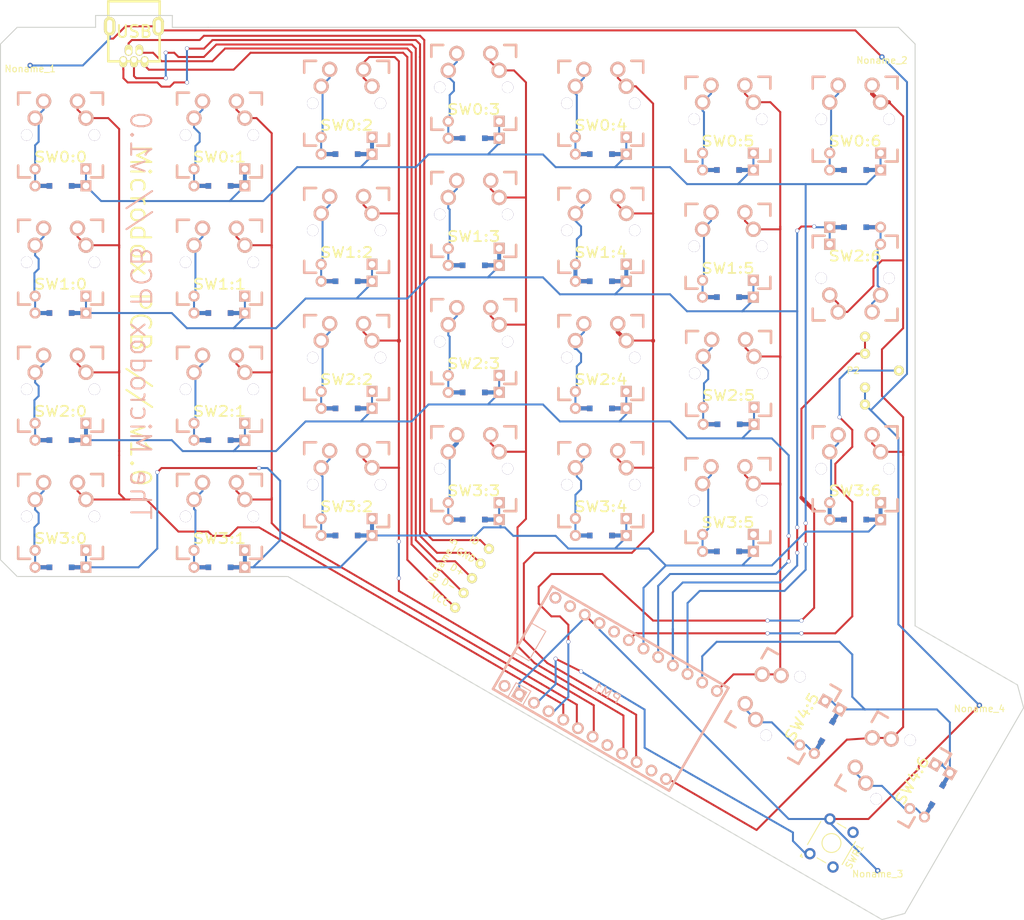
<source format=kicad_pcb>
(kicad_pcb (version 20171130) (host pcbnew "(5.1.12)-1")
  (layers (0 F.Cu signal) (31 B.Cu signal) (34 B.Paste user hide) (35 F.Paste user hide) (36 B.SilkS user hide) (37 F.SilkS user hide) (38 B.Mask user hide) (39 F.Mask user hide) (44 Edge.Cuts user))
  (net 0 "")
  (net 1 GND)
  (net 2 VCC)
  (net 3 /SER)
  (net 4 /ROW4)
  (net 5 /ROW3)
  (net 6 /ROW2)
  (net 7 /COL5)
  (net 8 /ROW1)
  (net 9 /ROW0)
  (net 10 /COL4)
  (net 11 /COL6)
  (net 12 /COL3)
  (net 13 /COL2)
  (net 14 /COL1)
  (net 15 /COL0)
  (net 16 "Net-(SW0:0-Pad2)")
  (net 17 "Net-(SW0:1-Pad2)")
  (net 18 "Net-(SW0:2-Pad2)")
  (net 19 "Net-(SW0:3-Pad2)")
  (net 20 "Net-(SW0:4-Pad2)")
  (net 21 "Net-(SW0:5-Pad2)")
  (net 22 "Net-(SW0:6-Pad2)")
  (net 23 "Net-(SW1:0-Pad2)")
  (net 24 "Net-(SW1:1-Pad2)")
  (net 25 "Net-(SW1:2-Pad2)")
  (net 26 "Net-(SW1:3-Pad2)")
  (net 27 "Net-(SW1:4-Pad2)")
  (net 28 "Net-(SW1:5-Pad2)")
  (net 29 "Net-(SW2:0-Pad2)")
  (net 30 "Net-(SW2:1-Pad2)")
  (net 31 "Net-(SW2:2-Pad2)")
  (net 32 "Net-(SW2:3-Pad2)")
  (net 33 "Net-(SW2:4-Pad2)")
  (net 34 "Net-(SW2:5-Pad2)")
  (net 35 "Net-(SW2:6-Pad2)")
  (net 36 "Net-(SW3:0-Pad2)")
  (net 37 "Net-(SW3:1-Pad2)")
  (net 38 "Net-(SW3:2-Pad2)")
  (net 39 "Net-(SW3:3-Pad2)")
  (net 40 "Net-(SW3:4-Pad2)")
  (net 41 "Net-(SW3:5-Pad2)")
  (net 42 "Net-(SW3:6-Pad2)")
  (net 43 "Net-(SW4:5-Pad2)")
  (net 44 "Net-(SW4:6-Pad2)")
  (net 45 "Net-(P1-Pad1)")
  (net 46 "Net-(P1-Pad2)")
  (net 47 "Net-(P1-Pad3)")
  (net 48 "Net-(P1-Pad4)")
  (net 49 "Net-(P1-Pad5)")
  (net 50 /RST)
  (module Keyboards:MX_FLIP_DIODE (layer F.Cu) (at 117.259 101.695 60)
    (fp_text reference SW4:5 (at 0 3.302 60) (layer F.SilkS) (effects (font (size 1.524 1.778) (thickness 0.254))))
    (fp_text value "" (at 0 3.302 60) (layer B.SilkS) (effects (font (size 1.524 1.778) (thickness 0.254)) (justify mirror)))
    (fp_line (start 1.6637 7.62) (end 3.81 7.62) (layer F.Cu) (width 0.6096))
    (fp_line (start -3.81 7.62) (end -1.6637 7.62) (layer F.Cu) (width 0.6096))
    (fp_line (start 1.6637 7.62) (end 3.81 7.62) (layer B.Cu) (width 0.6096))
    (fp_line (start -3.81 7.62) (end -1.6637 7.62) (layer B.Cu) (width 0.6096))
    (pad 1 thru_hole circle (at 2.54 -5.08 60) (size 2.286 2.286) (drill 1.4986) (layers *.Cu *.SilkS *.Mask) (net 7 /COL5))
    (pad 2 thru_hole circle (at -3.81 -2.54 60) (size 2.286 2.286) (drill 1.4986) (layers *.Cu *.SilkS *.Mask) (net 43 "Net-(SW4:5-Pad2)"))
    (pad 0 np_thru_hole circle (at 0 0 60) (size 3.9878 3.9878) (drill 3.9878) (layers *.Cu))
    (pad 0 thru_hole circle (at -5.08 0 60) (size 1.7018 1.7018) (drill 1.7018) (layers *.Cu))
    (pad 0 thru_hole circle (at 5.08 0 60) (size 1.7018 1.7018) (drill 1.7018) (layers *.Cu))
    (pad 1 thru_hole circle (at 3.81 -2.54 60) (size 2.286 2.286) (drill 1.4986) (layers *.Cu *.SilkS *.Mask) (net 7 /COL5))
    (pad 2 thru_hole circle (at -2.54 -5.08 60) (size 2.286 2.286) (drill 1.4986) (layers *.Cu *.SilkS *.Mask) (net 43 "Net-(SW4:5-Pad2)"))
    (pad 3 thru_hole circle (at -3.81 5.08 60) (size 1.651 1.651) (drill 0.9906) (layers *.Cu *.SilkS *.Mask) (net 43 "Net-(SW4:5-Pad2)"))
    (pad 4 thru_hole rect (at 3.81 5.08 60) (size 1.651 1.651) (drill 0.9906) (layers *.Cu *.SilkS *.Mask) (net 4 /ROW4))
    (pad 3 thru_hole circle (at -3.81 7.62 60) (size 1.651 1.651) (drill 0.9906) (layers *.Cu *.SilkS *.Mask) (net 43 "Net-(SW4:5-Pad2)"))
    (pad 4 thru_hole rect (at 3.81 7.62 60) (size 1.651 1.651) (drill 0.9906) (layers *.Cu *.SilkS *.Mask) (net 4 /ROW4))
    (pad 99 smd rect (at -1.6637 7.62 60) (size 0.8382 0.8382) (layers F.Cu F.Paste F.Mask))
    (pad 99 smd rect (at -1.6637 7.62 60) (size 0.8382 0.8382) (layers B.Cu B.Paste B.Mask))
    (pad 99 smd rect (at 1.6637 7.62 60) (size 0.8382 0.8382) (layers F.Cu F.Paste F.Mask))
    (pad 99 smd rect (at 1.6637 7.62 60) (size 0.8382 0.8382) (layers B.Cu B.Paste B.Mask))
  )
  (module Keyboards:PROMICRO (layer B.Cu) (at 91.44 99.06 330)
    (fp_text reference PM1 (at -0.232426 0.867426 330) (layer B.SilkS) (effects (font (size 1.27 1.524) (thickness 0.2032)) (justify mirror)))
    (fp_text value PROMICRO hide)
    (pad 1 thru_hole circle (at -11.43 -7.62 330) (size 1.7526 1.7526) (drill 1.0922) (layers *.Cu *.SilkS *.Mask))
    (pad 2 thru_hole circle (at -8.89 -7.62 330) (size 1.7526 1.7526) (drill 1.0922) (layers *.Cu *.SilkS *.Mask) (net 1 GND))
    (pad 3 thru_hole circle (at -6.35 -7.62 330) (size 1.7526 1.7526) (drill 1.0922) (layers *.Cu *.SilkS *.Mask) (net 1 GND))
    (pad 4 thru_hole circle (at -3.81 -7.62 330) (size 1.7526 1.7526) (drill 1.0922) (layers *.Cu *.SilkS *.Mask))
    (pad 5 thru_hole circle (at -1.27 -7.62 330) (size 1.7526 1.7526) (drill 1.0922) (layers *.Cu *.SilkS *.Mask) (net 3 /SER))
    (pad 6 thru_hole circle (at 1.27 -7.62 330) (size 1.7526 1.7526) (drill 1.0922) (layers *.Cu *.SilkS *.Mask) (net 5 /ROW3))
    (pad 7 thru_hole circle (at 3.81 -7.62 330) (size 1.7526 1.7526) (drill 1.0922) (layers *.Cu *.SilkS *.Mask) (net 6 /ROW2))
    (pad 8 thru_hole circle (at 6.35 -7.62 330) (size 1.7526 1.7526) (drill 1.0922) (layers *.Cu *.SilkS *.Mask) (net 8 /ROW1))
    (pad 9 thru_hole circle (at 8.89 -7.62 330) (size 1.7526 1.7526) (drill 1.0922) (layers *.Cu *.SilkS *.Mask) (net 9 /ROW0))
    (pad 10 thru_hole circle (at 11.43 -7.62 330) (size 1.7526 1.7526) (drill 1.0922) (layers *.Cu *.SilkS *.Mask) (net 4 /ROW4))
    (pad 11 thru_hole circle (at 13.97 -7.62 330) (size 1.7526 1.7526) (drill 1.0922) (layers *.Cu *.SilkS *.Mask) (net 7 /COL5))
    (pad 23 thru_hole circle (at 13.97 7.62 330) (size 1.7526 1.7526) (drill 1.0922) (layers *.Cu *.SilkS *.Mask) (net 11 /COL6))
    (pad 22 thru_hole circle (at 11.43 7.62 330) (size 1.7526 1.7526) (drill 1.0922) (layers *.Cu *.SilkS *.Mask))
    (pad 21 thru_hole circle (at 8.89 7.62 330) (size 1.7526 1.7526) (drill 1.0922) (layers *.Cu *.SilkS *.Mask) (net 10 /COL4))
    (pad 20 thru_hole circle (at 6.35 7.62 330) (size 1.7526 1.7526) (drill 1.0922) (layers *.Cu *.SilkS *.Mask) (net 12 /COL3))
    (pad 19 thru_hole circle (at 3.81 7.62 330) (size 1.7526 1.7526) (drill 1.0922) (layers *.Cu *.SilkS *.Mask))
    (pad 18 thru_hole circle (at 1.27 7.62 330) (size 1.7526 1.7526) (drill 1.0922) (layers *.Cu *.SilkS *.Mask) (net 13 /COL2))
    (pad 17 thru_hole circle (at -1.27 7.62 330) (size 1.7526 1.7526) (drill 1.0922) (layers *.Cu *.SilkS *.Mask) (net 14 /COL1))
    (pad 16 thru_hole circle (at -3.81 7.62 330) (size 1.7526 1.7526) (drill 1.0922) (layers *.Cu *.SilkS *.Mask) (net 15 /COL0))
    (pad 15 thru_hole circle (at -6.35 7.62 330) (size 1.7526 1.7526) (drill 1.0922) (layers *.Cu *.SilkS *.Mask) (net 2 VCC))
    (pad 14 thru_hole circle (at -8.89 7.62 330) (size 1.7526 1.7526) (drill 1.0922) (layers *.Cu *.SilkS *.Mask) (net 50 /RST))
    (pad 13 thru_hole rect (at -11.43 7.62 330) (size 1.7526 1.7526) (drill 1.0922) (layers *.Cu *.SilkS *.Mask) (net 1 GND))
    (pad 12 thru_hole circle (at -13.97 7.62 330) (size 1.7526 1.7526) (drill 1.0922) (layers *.Cu *.SilkS *.Mask))
    (pad 0 thru_hole circle (at -13.97 -7.62 330) (size 1.7526 1.7526) (drill 1.092) (layers *.Cu *.Mask B.SilkS))
  )
  (module Keyboards:MX_FLIP_DIODE (layer F.Cu) (at 8.998 16.141)
    (fp_text reference SW0:0 (at 0 3.302) (layer F.SilkS) (effects (font (size 1.524 1.778) (thickness 0.254))))
    (fp_text value "" (at 0 3.302) (layer B.SilkS) (effects (font (size 1.524 1.778) (thickness 0.254)) (justify mirror)))
    (fp_line (start 1.6637 7.62) (end 3.81 7.62) (layer F.Cu) (width 0.6096))
    (fp_line (start -3.81 7.62) (end -1.6637 7.62) (layer F.Cu) (width 0.6096))
    (fp_line (start 1.6637 7.62) (end 3.81 7.62) (layer B.Cu) (width 0.6096))
    (fp_line (start -3.81 7.62) (end -1.6637 7.62) (layer B.Cu) (width 0.6096))
    (pad 1 thru_hole circle (at 2.54 -5.08) (size 2.286 2.286) (drill 1.4986) (layers *.Cu *.SilkS *.Mask) (net 15 /COL0))
    (pad 2 thru_hole circle (at -3.81 -2.54) (size 2.286 2.286) (drill 1.4986) (layers *.Cu *.SilkS *.Mask) (net 16 "Net-(SW0:0-Pad2)"))
    (pad 0 np_thru_hole circle (at 0 0) (size 3.9878 3.9878) (drill 3.9878) (layers *.Cu))
    (pad 0 thru_hole circle (at -5.08 0) (size 1.7018 1.7018) (drill 1.7018) (layers *.Cu))
    (pad 0 thru_hole circle (at 5.08 0) (size 1.7018 1.7018) (drill 1.7018) (layers *.Cu))
    (pad 1 thru_hole circle (at 3.81 -2.54) (size 2.286 2.286) (drill 1.4986) (layers *.Cu *.SilkS *.Mask) (net 15 /COL0))
    (pad 2 thru_hole circle (at -2.54 -5.08) (size 2.286 2.286) (drill 1.4986) (layers *.Cu *.SilkS *.Mask) (net 16 "Net-(SW0:0-Pad2)"))
    (pad 3 thru_hole circle (at -3.81 5.08) (size 1.651 1.651) (drill 0.9906) (layers *.Cu *.SilkS *.Mask) (net 16 "Net-(SW0:0-Pad2)"))
    (pad 4 thru_hole rect (at 3.81 5.08) (size 1.651 1.651) (drill 0.9906) (layers *.Cu *.SilkS *.Mask) (net 9 /ROW0))
    (pad 3 thru_hole circle (at -3.81 7.62) (size 1.651 1.651) (drill 0.9906) (layers *.Cu *.SilkS *.Mask) (net 16 "Net-(SW0:0-Pad2)"))
    (pad 4 thru_hole rect (at 3.81 7.62) (size 1.651 1.651) (drill 0.9906) (layers *.Cu *.SilkS *.Mask) (net 9 /ROW0))
    (pad 99 smd rect (at -1.6637 7.62) (size 0.8382 0.8382) (layers F.Cu F.Paste F.Mask))
    (pad 99 smd rect (at -1.6637 7.62) (size 0.8382 0.8382) (layers B.Cu B.Paste B.Mask))
    (pad 99 smd rect (at 1.6637 7.62) (size 0.8382 0.8382) (layers F.Cu F.Paste F.Mask))
    (pad 99 smd rect (at 1.6637 7.62) (size 0.8382 0.8382) (layers B.Cu B.Paste B.Mask))
  )
  (module Keyboards:MX_FLIP_DIODE (layer F.Cu) (at 32.81 16.14)
    (fp_text reference SW0:1 (at 0 3.302) (layer F.SilkS) (effects (font (size 1.524 1.778) (thickness 0.254))))
    (fp_text value "" (at 0 3.302) (layer B.SilkS) (effects (font (size 1.524 1.778) (thickness 0.254)) (justify mirror)))
    (fp_line (start 1.6637 7.62) (end 3.81 7.62) (layer F.Cu) (width 0.6096))
    (fp_line (start -3.81 7.62) (end -1.6637 7.62) (layer F.Cu) (width 0.6096))
    (fp_line (start 1.6637 7.62) (end 3.81 7.62) (layer B.Cu) (width 0.6096))
    (fp_line (start -3.81 7.62) (end -1.6637 7.62) (layer B.Cu) (width 0.6096))
    (pad 1 thru_hole circle (at 2.54 -5.08) (size 2.286 2.286) (drill 1.4986) (layers *.Cu *.SilkS *.Mask) (net 14 /COL1))
    (pad 2 thru_hole circle (at -3.81 -2.54) (size 2.286 2.286) (drill 1.4986) (layers *.Cu *.SilkS *.Mask) (net 17 "Net-(SW0:1-Pad2)"))
    (pad 0 np_thru_hole circle (at 0 0) (size 3.9878 3.9878) (drill 3.9878) (layers *.Cu))
    (pad 0 thru_hole circle (at -5.08 0) (size 1.7018 1.7018) (drill 1.7018) (layers *.Cu))
    (pad 0 thru_hole circle (at 5.08 0) (size 1.7018 1.7018) (drill 1.7018) (layers *.Cu))
    (pad 1 thru_hole circle (at 3.81 -2.54) (size 2.286 2.286) (drill 1.4986) (layers *.Cu *.SilkS *.Mask) (net 14 /COL1))
    (pad 2 thru_hole circle (at -2.54 -5.08) (size 2.286 2.286) (drill 1.4986) (layers *.Cu *.SilkS *.Mask) (net 17 "Net-(SW0:1-Pad2)"))
    (pad 3 thru_hole circle (at -3.81 5.08) (size 1.651 1.651) (drill 0.9906) (layers *.Cu *.SilkS *.Mask) (net 17 "Net-(SW0:1-Pad2)"))
    (pad 4 thru_hole rect (at 3.81 5.08) (size 1.651 1.651) (drill 0.9906) (layers *.Cu *.SilkS *.Mask) (net 9 /ROW0))
    (pad 3 thru_hole circle (at -3.81 7.62) (size 1.651 1.651) (drill 0.9906) (layers *.Cu *.SilkS *.Mask) (net 17 "Net-(SW0:1-Pad2)"))
    (pad 4 thru_hole rect (at 3.81 7.62) (size 1.651 1.651) (drill 0.9906) (layers *.Cu *.SilkS *.Mask) (net 9 /ROW0))
    (pad 99 smd rect (at -1.6637 7.62) (size 0.8382 0.8382) (layers F.Cu F.Paste F.Mask))
    (pad 99 smd rect (at -1.6637 7.62) (size 0.8382 0.8382) (layers B.Cu B.Paste B.Mask))
    (pad 99 smd rect (at 1.6637 7.62) (size 0.8382 0.8382) (layers F.Cu F.Paste F.Mask))
    (pad 99 smd rect (at 1.6637 7.62) (size 0.8382 0.8382) (layers B.Cu B.Paste B.Mask))
  )
  (module Keyboards:MX_FLIP_DIODE (layer F.Cu) (at 51.86 11.379)
    (fp_text reference SW0:2 (at 0 3.302) (layer F.SilkS) (effects (font (size 1.524 1.778) (thickness 0.254))))
    (fp_text value "" (at 0 3.302) (layer B.SilkS) (effects (font (size 1.524 1.778) (thickness 0.254)) (justify mirror)))
    (fp_line (start 1.6637 7.62) (end 3.81 7.62) (layer F.Cu) (width 0.6096))
    (fp_line (start -3.81 7.62) (end -1.6637 7.62) (layer F.Cu) (width 0.6096))
    (fp_line (start 1.6637 7.62) (end 3.81 7.62) (layer B.Cu) (width 0.6096))
    (fp_line (start -3.81 7.62) (end -1.6637 7.62) (layer B.Cu) (width 0.6096))
    (pad 1 thru_hole circle (at 2.54 -5.08) (size 2.286 2.286) (drill 1.4986) (layers *.Cu *.SilkS *.Mask) (net 13 /COL2))
    (pad 2 thru_hole circle (at -3.81 -2.54) (size 2.286 2.286) (drill 1.4986) (layers *.Cu *.SilkS *.Mask) (net 18 "Net-(SW0:2-Pad2)"))
    (pad 0 np_thru_hole circle (at 0 0) (size 3.9878 3.9878) (drill 3.9878) (layers *.Cu))
    (pad 0 thru_hole circle (at -5.08 0) (size 1.7018 1.7018) (drill 1.7018) (layers *.Cu))
    (pad 0 thru_hole circle (at 5.08 0) (size 1.7018 1.7018) (drill 1.7018) (layers *.Cu))
    (pad 1 thru_hole circle (at 3.81 -2.54) (size 2.286 2.286) (drill 1.4986) (layers *.Cu *.SilkS *.Mask) (net 13 /COL2))
    (pad 2 thru_hole circle (at -2.54 -5.08) (size 2.286 2.286) (drill 1.4986) (layers *.Cu *.SilkS *.Mask) (net 18 "Net-(SW0:2-Pad2)"))
    (pad 3 thru_hole circle (at -3.81 5.08) (size 1.651 1.651) (drill 0.9906) (layers *.Cu *.SilkS *.Mask) (net 18 "Net-(SW0:2-Pad2)"))
    (pad 4 thru_hole rect (at 3.81 5.08) (size 1.651 1.651) (drill 0.9906) (layers *.Cu *.SilkS *.Mask) (net 9 /ROW0))
    (pad 3 thru_hole circle (at -3.81 7.62) (size 1.651 1.651) (drill 0.9906) (layers *.Cu *.SilkS *.Mask) (net 18 "Net-(SW0:2-Pad2)"))
    (pad 4 thru_hole rect (at 3.81 7.62) (size 1.651 1.651) (drill 0.9906) (layers *.Cu *.SilkS *.Mask) (net 9 /ROW0))
    (pad 99 smd rect (at -1.6637 7.62) (size 0.8382 0.8382) (layers F.Cu F.Paste F.Mask))
    (pad 99 smd rect (at -1.6637 7.62) (size 0.8382 0.8382) (layers B.Cu B.Paste B.Mask))
    (pad 99 smd rect (at 1.6637 7.62) (size 0.8382 0.8382) (layers F.Cu F.Paste F.Mask))
    (pad 99 smd rect (at 1.6637 7.62) (size 0.8382 0.8382) (layers B.Cu B.Paste B.Mask))
  )
  (module Keyboards:MX_FLIP_DIODE (layer F.Cu) (at 70.91 8.998)
    (fp_text reference SW0:3 (at 0 3.302) (layer F.SilkS) (effects (font (size 1.524 1.778) (thickness 0.254))))
    (fp_text value "" (at 0 3.302) (layer B.SilkS) (effects (font (size 1.524 1.778) (thickness 0.254)) (justify mirror)))
    (fp_line (start 1.6637 7.62) (end 3.81 7.62) (layer F.Cu) (width 0.6096))
    (fp_line (start -3.81 7.62) (end -1.6637 7.62) (layer F.Cu) (width 0.6096))
    (fp_line (start 1.6637 7.62) (end 3.81 7.62) (layer B.Cu) (width 0.6096))
    (fp_line (start -3.81 7.62) (end -1.6637 7.62) (layer B.Cu) (width 0.6096))
    (pad 1 thru_hole circle (at 2.54 -5.08) (size 2.286 2.286) (drill 1.4986) (layers *.Cu *.SilkS *.Mask) (net 12 /COL3))
    (pad 2 thru_hole circle (at -3.81 -2.54) (size 2.286 2.286) (drill 1.4986) (layers *.Cu *.SilkS *.Mask) (net 19 "Net-(SW0:3-Pad2)"))
    (pad 0 np_thru_hole circle (at 0 0) (size 3.9878 3.9878) (drill 3.9878) (layers *.Cu))
    (pad 0 thru_hole circle (at -5.08 0) (size 1.7018 1.7018) (drill 1.7018) (layers *.Cu))
    (pad 0 thru_hole circle (at 5.08 0) (size 1.7018 1.7018) (drill 1.7018) (layers *.Cu))
    (pad 1 thru_hole circle (at 3.81 -2.54) (size 2.286 2.286) (drill 1.4986) (layers *.Cu *.SilkS *.Mask) (net 12 /COL3))
    (pad 2 thru_hole circle (at -2.54 -5.08) (size 2.286 2.286) (drill 1.4986) (layers *.Cu *.SilkS *.Mask) (net 19 "Net-(SW0:3-Pad2)"))
    (pad 3 thru_hole circle (at -3.81 5.08) (size 1.651 1.651) (drill 0.9906) (layers *.Cu *.SilkS *.Mask) (net 19 "Net-(SW0:3-Pad2)"))
    (pad 4 thru_hole rect (at 3.81 5.08) (size 1.651 1.651) (drill 0.9906) (layers *.Cu *.SilkS *.Mask) (net 9 /ROW0))
    (pad 3 thru_hole circle (at -3.81 7.62) (size 1.651 1.651) (drill 0.9906) (layers *.Cu *.SilkS *.Mask) (net 19 "Net-(SW0:3-Pad2)"))
    (pad 4 thru_hole rect (at 3.81 7.62) (size 1.651 1.651) (drill 0.9906) (layers *.Cu *.SilkS *.Mask) (net 9 /ROW0))
    (pad 99 smd rect (at -1.6637 7.62) (size 0.8382 0.8382) (layers F.Cu F.Paste F.Mask))
    (pad 99 smd rect (at -1.6637 7.62) (size 0.8382 0.8382) (layers B.Cu B.Paste B.Mask))
    (pad 99 smd rect (at 1.6637 7.62) (size 0.8382 0.8382) (layers F.Cu F.Paste F.Mask))
    (pad 99 smd rect (at 1.6637 7.62) (size 0.8382 0.8382) (layers B.Cu B.Paste B.Mask))
  )
  (module Keyboards:MX_FLIP_DIODE (layer F.Cu) (at 89.96 11.379)
    (fp_text reference SW0:4 (at 0 3.302) (layer F.SilkS) (effects (font (size 1.524 1.778) (thickness 0.254))))
    (fp_text value "" (at 0 3.302) (layer B.SilkS) (effects (font (size 1.524 1.778) (thickness 0.254)) (justify mirror)))
    (fp_line (start 1.6637 7.62) (end 3.81 7.62) (layer F.Cu) (width 0.6096))
    (fp_line (start -3.81 7.62) (end -1.6637 7.62) (layer F.Cu) (width 0.6096))
    (fp_line (start 1.6637 7.62) (end 3.81 7.62) (layer B.Cu) (width 0.6096))
    (fp_line (start -3.81 7.62) (end -1.6637 7.62) (layer B.Cu) (width 0.6096))
    (pad 1 thru_hole circle (at 2.54 -5.08) (size 2.286 2.286) (drill 1.4986) (layers *.Cu *.SilkS *.Mask) (net 10 /COL4))
    (pad 2 thru_hole circle (at -3.81 -2.54) (size 2.286 2.286) (drill 1.4986) (layers *.Cu *.SilkS *.Mask) (net 20 "Net-(SW0:4-Pad2)"))
    (pad 0 np_thru_hole circle (at 0 0) (size 3.9878 3.9878) (drill 3.9878) (layers *.Cu))
    (pad 0 thru_hole circle (at -5.08 0) (size 1.7018 1.7018) (drill 1.7018) (layers *.Cu))
    (pad 0 thru_hole circle (at 5.08 0) (size 1.7018 1.7018) (drill 1.7018) (layers *.Cu))
    (pad 1 thru_hole circle (at 3.81 -2.54) (size 2.286 2.286) (drill 1.4986) (layers *.Cu *.SilkS *.Mask) (net 10 /COL4))
    (pad 2 thru_hole circle (at -2.54 -5.08) (size 2.286 2.286) (drill 1.4986) (layers *.Cu *.SilkS *.Mask) (net 20 "Net-(SW0:4-Pad2)"))
    (pad 3 thru_hole circle (at -3.81 5.08) (size 1.651 1.651) (drill 0.9906) (layers *.Cu *.SilkS *.Mask) (net 20 "Net-(SW0:4-Pad2)"))
    (pad 4 thru_hole rect (at 3.81 5.08) (size 1.651 1.651) (drill 0.9906) (layers *.Cu *.SilkS *.Mask) (net 9 /ROW0))
    (pad 3 thru_hole circle (at -3.81 7.62) (size 1.651 1.651) (drill 0.9906) (layers *.Cu *.SilkS *.Mask) (net 20 "Net-(SW0:4-Pad2)"))
    (pad 4 thru_hole rect (at 3.81 7.62) (size 1.651 1.651) (drill 0.9906) (layers *.Cu *.SilkS *.Mask) (net 9 /ROW0))
    (pad 99 smd rect (at -1.6637 7.62) (size 0.8382 0.8382) (layers F.Cu F.Paste F.Mask))
    (pad 99 smd rect (at -1.6637 7.62) (size 0.8382 0.8382) (layers B.Cu B.Paste B.Mask))
    (pad 99 smd rect (at 1.6637 7.62) (size 0.8382 0.8382) (layers F.Cu F.Paste F.Mask))
    (pad 99 smd rect (at 1.6637 7.62) (size 0.8382 0.8382) (layers B.Cu B.Paste B.Mask))
  )
  (module Keyboards:MX_FLIP_DIODE (layer F.Cu) (at 109.01 13.76)
    (fp_text reference SW0:5 (at 0 3.302) (layer F.SilkS) (effects (font (size 1.524 1.778) (thickness 0.254))))
    (fp_text value "" (at 0 3.302) (layer B.SilkS) (effects (font (size 1.524 1.778) (thickness 0.254)) (justify mirror)))
    (fp_line (start 1.6637 7.62) (end 3.81 7.62) (layer F.Cu) (width 0.6096))
    (fp_line (start -3.81 7.62) (end -1.6637 7.62) (layer F.Cu) (width 0.6096))
    (fp_line (start 1.6637 7.62) (end 3.81 7.62) (layer B.Cu) (width 0.6096))
    (fp_line (start -3.81 7.62) (end -1.6637 7.62) (layer B.Cu) (width 0.6096))
    (pad 1 thru_hole circle (at 2.54 -5.08) (size 2.286 2.286) (drill 1.4986) (layers *.Cu *.SilkS *.Mask) (net 7 /COL5))
    (pad 2 thru_hole circle (at -3.81 -2.54) (size 2.286 2.286) (drill 1.4986) (layers *.Cu *.SilkS *.Mask) (net 21 "Net-(SW0:5-Pad2)"))
    (pad 0 np_thru_hole circle (at 0 0) (size 3.9878 3.9878) (drill 3.9878) (layers *.Cu))
    (pad 0 thru_hole circle (at -5.08 0) (size 1.7018 1.7018) (drill 1.7018) (layers *.Cu))
    (pad 0 thru_hole circle (at 5.08 0) (size 1.7018 1.7018) (drill 1.7018) (layers *.Cu))
    (pad 1 thru_hole circle (at 3.81 -2.54) (size 2.286 2.286) (drill 1.4986) (layers *.Cu *.SilkS *.Mask) (net 7 /COL5))
    (pad 2 thru_hole circle (at -2.54 -5.08) (size 2.286 2.286) (drill 1.4986) (layers *.Cu *.SilkS *.Mask) (net 21 "Net-(SW0:5-Pad2)"))
    (pad 3 thru_hole circle (at -3.81 5.08) (size 1.651 1.651) (drill 0.9906) (layers *.Cu *.SilkS *.Mask) (net 21 "Net-(SW0:5-Pad2)"))
    (pad 4 thru_hole rect (at 3.81 5.08) (size 1.651 1.651) (drill 0.9906) (layers *.Cu *.SilkS *.Mask) (net 9 /ROW0))
    (pad 3 thru_hole circle (at -3.81 7.62) (size 1.651 1.651) (drill 0.9906) (layers *.Cu *.SilkS *.Mask) (net 21 "Net-(SW0:5-Pad2)"))
    (pad 4 thru_hole rect (at 3.81 7.62) (size 1.651 1.651) (drill 0.9906) (layers *.Cu *.SilkS *.Mask) (net 9 /ROW0))
    (pad 99 smd rect (at -1.6637 7.62) (size 0.8382 0.8382) (layers F.Cu F.Paste F.Mask))
    (pad 99 smd rect (at -1.6637 7.62) (size 0.8382 0.8382) (layers B.Cu B.Paste B.Mask))
    (pad 99 smd rect (at 1.6637 7.62) (size 0.8382 0.8382) (layers F.Cu F.Paste F.Mask))
    (pad 99 smd rect (at 1.6637 7.62) (size 0.8382 0.8382) (layers B.Cu B.Paste B.Mask))
  )
  (module Keyboards:MX_FLIP_DIODE (layer F.Cu) (at 128.06 13.76)
    (fp_text reference SW0:6 (at 0 3.302) (layer F.SilkS) (effects (font (size 1.524 1.778) (thickness 0.254))))
    (fp_text value "" (at 0 3.302) (layer B.SilkS) (effects (font (size 1.524 1.778) (thickness 0.254)) (justify mirror)))
    (fp_line (start 1.6637 7.62) (end 3.81 7.62) (layer F.Cu) (width 0.6096))
    (fp_line (start -3.81 7.62) (end -1.6637 7.62) (layer F.Cu) (width 0.6096))
    (fp_line (start 1.6637 7.62) (end 3.81 7.62) (layer B.Cu) (width 0.6096))
    (fp_line (start -3.81 7.62) (end -1.6637 7.62) (layer B.Cu) (width 0.6096))
    (pad 1 thru_hole circle (at 2.54 -5.08) (size 2.286 2.286) (drill 1.4986) (layers *.Cu *.SilkS *.Mask) (net 11 /COL6))
    (pad 2 thru_hole circle (at -3.81 -2.54) (size 2.286 2.286) (drill 1.4986) (layers *.Cu *.SilkS *.Mask) (net 22 "Net-(SW0:6-Pad2)"))
    (pad 0 np_thru_hole circle (at 0 0) (size 3.9878 3.9878) (drill 3.9878) (layers *.Cu))
    (pad 0 thru_hole circle (at -5.08 0) (size 1.7018 1.7018) (drill 1.7018) (layers *.Cu))
    (pad 0 thru_hole circle (at 5.08 0) (size 1.7018 1.7018) (drill 1.7018) (layers *.Cu))
    (pad 1 thru_hole circle (at 3.81 -2.54) (size 2.286 2.286) (drill 1.4986) (layers *.Cu *.SilkS *.Mask) (net 11 /COL6))
    (pad 2 thru_hole circle (at -2.54 -5.08) (size 2.286 2.286) (drill 1.4986) (layers *.Cu *.SilkS *.Mask) (net 22 "Net-(SW0:6-Pad2)"))
    (pad 3 thru_hole circle (at -3.81 5.08) (size 1.651 1.651) (drill 0.9906) (layers *.Cu *.SilkS *.Mask) (net 22 "Net-(SW0:6-Pad2)"))
    (pad 4 thru_hole rect (at 3.81 5.08) (size 1.651 1.651) (drill 0.9906) (layers *.Cu *.SilkS *.Mask) (net 9 /ROW0))
    (pad 3 thru_hole circle (at -3.81 7.62) (size 1.651 1.651) (drill 0.9906) (layers *.Cu *.SilkS *.Mask) (net 22 "Net-(SW0:6-Pad2)"))
    (pad 4 thru_hole rect (at 3.81 7.62) (size 1.651 1.651) (drill 0.9906) (layers *.Cu *.SilkS *.Mask) (net 9 /ROW0))
    (pad 99 smd rect (at -1.6637 7.62) (size 0.8382 0.8382) (layers F.Cu F.Paste F.Mask))
    (pad 99 smd rect (at -1.6637 7.62) (size 0.8382 0.8382) (layers B.Cu B.Paste B.Mask))
    (pad 99 smd rect (at 1.6637 7.62) (size 0.8382 0.8382) (layers F.Cu F.Paste F.Mask))
    (pad 99 smd rect (at 1.6637 7.62) (size 0.8382 0.8382) (layers B.Cu B.Paste B.Mask))
  )
  (module Keyboards:MX_FLIP_DIODE (layer F.Cu) (at 8.998 35.191)
    (fp_text reference SW1:0 (at 0 3.302) (layer F.SilkS) (effects (font (size 1.524 1.778) (thickness 0.254))))
    (fp_text value "" (at 0 3.302) (layer B.SilkS) (effects (font (size 1.524 1.778) (thickness 0.254)) (justify mirror)))
    (fp_line (start 1.6637 7.62) (end 3.81 7.62) (layer F.Cu) (width 0.6096))
    (fp_line (start -3.81 7.62) (end -1.6637 7.62) (layer F.Cu) (width 0.6096))
    (fp_line (start 1.6637 7.62) (end 3.81 7.62) (layer B.Cu) (width 0.6096))
    (fp_line (start -3.81 7.62) (end -1.6637 7.62) (layer B.Cu) (width 0.6096))
    (pad 1 thru_hole circle (at 2.54 -5.08) (size 2.286 2.286) (drill 1.4986) (layers *.Cu *.SilkS *.Mask) (net 15 /COL0))
    (pad 2 thru_hole circle (at -3.81 -2.54) (size 2.286 2.286) (drill 1.4986) (layers *.Cu *.SilkS *.Mask) (net 23 "Net-(SW1:0-Pad2)"))
    (pad 0 np_thru_hole circle (at 0 0) (size 3.9878 3.9878) (drill 3.9878) (layers *.Cu))
    (pad 0 thru_hole circle (at -5.08 0) (size 1.7018 1.7018) (drill 1.7018) (layers *.Cu))
    (pad 0 thru_hole circle (at 5.08 0) (size 1.7018 1.7018) (drill 1.7018) (layers *.Cu))
    (pad 1 thru_hole circle (at 3.81 -2.54) (size 2.286 2.286) (drill 1.4986) (layers *.Cu *.SilkS *.Mask) (net 15 /COL0))
    (pad 2 thru_hole circle (at -2.54 -5.08) (size 2.286 2.286) (drill 1.4986) (layers *.Cu *.SilkS *.Mask) (net 23 "Net-(SW1:0-Pad2)"))
    (pad 3 thru_hole circle (at -3.81 5.08) (size 1.651 1.651) (drill 0.9906) (layers *.Cu *.SilkS *.Mask) (net 23 "Net-(SW1:0-Pad2)"))
    (pad 4 thru_hole rect (at 3.81 5.08) (size 1.651 1.651) (drill 0.9906) (layers *.Cu *.SilkS *.Mask) (net 8 /ROW1))
    (pad 3 thru_hole circle (at -3.81 7.62) (size 1.651 1.651) (drill 0.9906) (layers *.Cu *.SilkS *.Mask) (net 23 "Net-(SW1:0-Pad2)"))
    (pad 4 thru_hole rect (at 3.81 7.62) (size 1.651 1.651) (drill 0.9906) (layers *.Cu *.SilkS *.Mask) (net 8 /ROW1))
    (pad 99 smd rect (at -1.6637 7.62) (size 0.8382 0.8382) (layers F.Cu F.Paste F.Mask))
    (pad 99 smd rect (at -1.6637 7.62) (size 0.8382 0.8382) (layers B.Cu B.Paste B.Mask))
    (pad 99 smd rect (at 1.6637 7.62) (size 0.8382 0.8382) (layers F.Cu F.Paste F.Mask))
    (pad 99 smd rect (at 1.6637 7.62) (size 0.8382 0.8382) (layers B.Cu B.Paste B.Mask))
  )
  (module Keyboards:MX_FLIP_DIODE (layer F.Cu) (at 32.81 35.191)
    (fp_text reference SW1:1 (at 0 3.302) (layer F.SilkS) (effects (font (size 1.524 1.778) (thickness 0.254))))
    (fp_text value "" (at 0 3.302) (layer B.SilkS) (effects (font (size 1.524 1.778) (thickness 0.254)) (justify mirror)))
    (fp_line (start 1.6637 7.62) (end 3.81 7.62) (layer F.Cu) (width 0.6096))
    (fp_line (start -3.81 7.62) (end -1.6637 7.62) (layer F.Cu) (width 0.6096))
    (fp_line (start 1.6637 7.62) (end 3.81 7.62) (layer B.Cu) (width 0.6096))
    (fp_line (start -3.81 7.62) (end -1.6637 7.62) (layer B.Cu) (width 0.6096))
    (pad 1 thru_hole circle (at 2.54 -5.08) (size 2.286 2.286) (drill 1.4986) (layers *.Cu *.SilkS *.Mask) (net 14 /COL1))
    (pad 2 thru_hole circle (at -3.81 -2.54) (size 2.286 2.286) (drill 1.4986) (layers *.Cu *.SilkS *.Mask) (net 24 "Net-(SW1:1-Pad2)"))
    (pad 0 np_thru_hole circle (at 0 0) (size 3.9878 3.9878) (drill 3.9878) (layers *.Cu))
    (pad 0 thru_hole circle (at -5.08 0) (size 1.7018 1.7018) (drill 1.7018) (layers *.Cu))
    (pad 0 thru_hole circle (at 5.08 0) (size 1.7018 1.7018) (drill 1.7018) (layers *.Cu))
    (pad 1 thru_hole circle (at 3.81 -2.54) (size 2.286 2.286) (drill 1.4986) (layers *.Cu *.SilkS *.Mask) (net 14 /COL1))
    (pad 2 thru_hole circle (at -2.54 -5.08) (size 2.286 2.286) (drill 1.4986) (layers *.Cu *.SilkS *.Mask) (net 24 "Net-(SW1:1-Pad2)"))
    (pad 3 thru_hole circle (at -3.81 5.08) (size 1.651 1.651) (drill 0.9906) (layers *.Cu *.SilkS *.Mask) (net 24 "Net-(SW1:1-Pad2)"))
    (pad 4 thru_hole rect (at 3.81 5.08) (size 1.651 1.651) (drill 0.9906) (layers *.Cu *.SilkS *.Mask) (net 8 /ROW1))
    (pad 3 thru_hole circle (at -3.81 7.62) (size 1.651 1.651) (drill 0.9906) (layers *.Cu *.SilkS *.Mask) (net 24 "Net-(SW1:1-Pad2)"))
    (pad 4 thru_hole rect (at 3.81 7.62) (size 1.651 1.651) (drill 0.9906) (layers *.Cu *.SilkS *.Mask) (net 8 /ROW1))
    (pad 99 smd rect (at -1.6637 7.62) (size 0.8382 0.8382) (layers F.Cu F.Paste F.Mask))
    (pad 99 smd rect (at -1.6637 7.62) (size 0.8382 0.8382) (layers B.Cu B.Paste B.Mask))
    (pad 99 smd rect (at 1.6637 7.62) (size 0.8382 0.8382) (layers F.Cu F.Paste F.Mask))
    (pad 99 smd rect (at 1.6637 7.62) (size 0.8382 0.8382) (layers B.Cu B.Paste B.Mask))
  )
  (module Keyboards:MX_FLIP_DIODE (layer F.Cu) (at 51.86 30.429)
    (fp_text reference SW1:2 (at 0 3.302) (layer F.SilkS) (effects (font (size 1.524 1.778) (thickness 0.254))))
    (fp_text value "" (at 0 3.302) (layer B.SilkS) (effects (font (size 1.524 1.778) (thickness 0.254)) (justify mirror)))
    (fp_line (start 1.6637 7.62) (end 3.81 7.62) (layer F.Cu) (width 0.6096))
    (fp_line (start -3.81 7.62) (end -1.6637 7.62) (layer F.Cu) (width 0.6096))
    (fp_line (start 1.6637 7.62) (end 3.81 7.62) (layer B.Cu) (width 0.6096))
    (fp_line (start -3.81 7.62) (end -1.6637 7.62) (layer B.Cu) (width 0.6096))
    (pad 1 thru_hole circle (at 2.54 -5.08) (size 2.286 2.286) (drill 1.4986) (layers *.Cu *.SilkS *.Mask) (net 13 /COL2))
    (pad 2 thru_hole circle (at -3.81 -2.54) (size 2.286 2.286) (drill 1.4986) (layers *.Cu *.SilkS *.Mask) (net 25 "Net-(SW1:2-Pad2)"))
    (pad 0 np_thru_hole circle (at 0 0) (size 3.9878 3.9878) (drill 3.9878) (layers *.Cu))
    (pad 0 thru_hole circle (at -5.08 0) (size 1.7018 1.7018) (drill 1.7018) (layers *.Cu))
    (pad 0 thru_hole circle (at 5.08 0) (size 1.7018 1.7018) (drill 1.7018) (layers *.Cu))
    (pad 1 thru_hole circle (at 3.81 -2.54) (size 2.286 2.286) (drill 1.4986) (layers *.Cu *.SilkS *.Mask) (net 13 /COL2))
    (pad 2 thru_hole circle (at -2.54 -5.08) (size 2.286 2.286) (drill 1.4986) (layers *.Cu *.SilkS *.Mask) (net 25 "Net-(SW1:2-Pad2)"))
    (pad 3 thru_hole circle (at -3.81 5.08) (size 1.651 1.651) (drill 0.9906) (layers *.Cu *.SilkS *.Mask) (net 25 "Net-(SW1:2-Pad2)"))
    (pad 4 thru_hole rect (at 3.81 5.08) (size 1.651 1.651) (drill 0.9906) (layers *.Cu *.SilkS *.Mask) (net 8 /ROW1))
    (pad 3 thru_hole circle (at -3.81 7.62) (size 1.651 1.651) (drill 0.9906) (layers *.Cu *.SilkS *.Mask) (net 25 "Net-(SW1:2-Pad2)"))
    (pad 4 thru_hole rect (at 3.81 7.62) (size 1.651 1.651) (drill 0.9906) (layers *.Cu *.SilkS *.Mask) (net 8 /ROW1))
    (pad 99 smd rect (at -1.6637 7.62) (size 0.8382 0.8382) (layers F.Cu F.Paste F.Mask))
    (pad 99 smd rect (at -1.6637 7.62) (size 0.8382 0.8382) (layers B.Cu B.Paste B.Mask))
    (pad 99 smd rect (at 1.6637 7.62) (size 0.8382 0.8382) (layers F.Cu F.Paste F.Mask))
    (pad 99 smd rect (at 1.6637 7.62) (size 0.8382 0.8382) (layers B.Cu B.Paste B.Mask))
  )
  (module Keyboards:MX_FLIP_DIODE (layer F.Cu) (at 70.91 28.038)
    (fp_text reference SW1:3 (at 0 3.302) (layer F.SilkS) (effects (font (size 1.524 1.778) (thickness 0.254))))
    (fp_text value "" (at 0 3.302) (layer B.SilkS) (effects (font (size 1.524 1.778) (thickness 0.254)) (justify mirror)))
    (fp_line (start 1.6637 7.62) (end 3.81 7.62) (layer F.Cu) (width 0.6096))
    (fp_line (start -3.81 7.62) (end -1.6637 7.62) (layer F.Cu) (width 0.6096))
    (fp_line (start 1.6637 7.62) (end 3.81 7.62) (layer B.Cu) (width 0.6096))
    (fp_line (start -3.81 7.62) (end -1.6637 7.62) (layer B.Cu) (width 0.6096))
    (pad 1 thru_hole circle (at 2.54 -5.08) (size 2.286 2.286) (drill 1.4986) (layers *.Cu *.SilkS *.Mask) (net 12 /COL3))
    (pad 2 thru_hole circle (at -3.81 -2.54) (size 2.286 2.286) (drill 1.4986) (layers *.Cu *.SilkS *.Mask) (net 26 "Net-(SW1:3-Pad2)"))
    (pad 0 np_thru_hole circle (at 0 0) (size 3.9878 3.9878) (drill 3.9878) (layers *.Cu))
    (pad 0 thru_hole circle (at -5.08 0) (size 1.7018 1.7018) (drill 1.7018) (layers *.Cu))
    (pad 0 thru_hole circle (at 5.08 0) (size 1.7018 1.7018) (drill 1.7018) (layers *.Cu))
    (pad 1 thru_hole circle (at 3.81 -2.54) (size 2.286 2.286) (drill 1.4986) (layers *.Cu *.SilkS *.Mask) (net 12 /COL3))
    (pad 2 thru_hole circle (at -2.54 -5.08) (size 2.286 2.286) (drill 1.4986) (layers *.Cu *.SilkS *.Mask) (net 26 "Net-(SW1:3-Pad2)"))
    (pad 3 thru_hole circle (at -3.81 5.08) (size 1.651 1.651) (drill 0.9906) (layers *.Cu *.SilkS *.Mask) (net 26 "Net-(SW1:3-Pad2)"))
    (pad 4 thru_hole rect (at 3.81 5.08) (size 1.651 1.651) (drill 0.9906) (layers *.Cu *.SilkS *.Mask) (net 8 /ROW1))
    (pad 3 thru_hole circle (at -3.81 7.62) (size 1.651 1.651) (drill 0.9906) (layers *.Cu *.SilkS *.Mask) (net 26 "Net-(SW1:3-Pad2)"))
    (pad 4 thru_hole rect (at 3.81 7.62) (size 1.651 1.651) (drill 0.9906) (layers *.Cu *.SilkS *.Mask) (net 8 /ROW1))
    (pad 99 smd rect (at -1.6637 7.62) (size 0.8382 0.8382) (layers F.Cu F.Paste F.Mask))
    (pad 99 smd rect (at -1.6637 7.62) (size 0.8382 0.8382) (layers B.Cu B.Paste B.Mask))
    (pad 99 smd rect (at 1.6637 7.62) (size 0.8382 0.8382) (layers F.Cu F.Paste F.Mask))
    (pad 99 smd rect (at 1.6637 7.62) (size 0.8382 0.8382) (layers B.Cu B.Paste B.Mask))
  )
  (module Keyboards:MX_FLIP_DIODE (layer F.Cu) (at 89.96 30.429)
    (fp_text reference SW1:4 (at 0 3.302) (layer F.SilkS) (effects (font (size 1.524 1.778) (thickness 0.254))))
    (fp_text value "" (at 0 3.302) (layer B.SilkS) (effects (font (size 1.524 1.778) (thickness 0.254)) (justify mirror)))
    (fp_line (start 1.6637 7.62) (end 3.81 7.62) (layer F.Cu) (width 0.6096))
    (fp_line (start -3.81 7.62) (end -1.6637 7.62) (layer F.Cu) (width 0.6096))
    (fp_line (start 1.6637 7.62) (end 3.81 7.62) (layer B.Cu) (width 0.6096))
    (fp_line (start -3.81 7.62) (end -1.6637 7.62) (layer B.Cu) (width 0.6096))
    (pad 1 thru_hole circle (at 2.54 -5.08) (size 2.286 2.286) (drill 1.4986) (layers *.Cu *.SilkS *.Mask) (net 10 /COL4))
    (pad 2 thru_hole circle (at -3.81 -2.54) (size 2.286 2.286) (drill 1.4986) (layers *.Cu *.SilkS *.Mask) (net 27 "Net-(SW1:4-Pad2)"))
    (pad 0 np_thru_hole circle (at 0 0) (size 3.9878 3.9878) (drill 3.9878) (layers *.Cu))
    (pad 0 thru_hole circle (at -5.08 0) (size 1.7018 1.7018) (drill 1.7018) (layers *.Cu))
    (pad 0 thru_hole circle (at 5.08 0) (size 1.7018 1.7018) (drill 1.7018) (layers *.Cu))
    (pad 1 thru_hole circle (at 3.81 -2.54) (size 2.286 2.286) (drill 1.4986) (layers *.Cu *.SilkS *.Mask) (net 10 /COL4))
    (pad 2 thru_hole circle (at -2.54 -5.08) (size 2.286 2.286) (drill 1.4986) (layers *.Cu *.SilkS *.Mask) (net 27 "Net-(SW1:4-Pad2)"))
    (pad 3 thru_hole circle (at -3.81 5.08) (size 1.651 1.651) (drill 0.9906) (layers *.Cu *.SilkS *.Mask) (net 27 "Net-(SW1:4-Pad2)"))
    (pad 4 thru_hole rect (at 3.81 5.08) (size 1.651 1.651) (drill 0.9906) (layers *.Cu *.SilkS *.Mask) (net 8 /ROW1))
    (pad 3 thru_hole circle (at -3.81 7.62) (size 1.651 1.651) (drill 0.9906) (layers *.Cu *.SilkS *.Mask) (net 27 "Net-(SW1:4-Pad2)"))
    (pad 4 thru_hole rect (at 3.81 7.62) (size 1.651 1.651) (drill 0.9906) (layers *.Cu *.SilkS *.Mask) (net 8 /ROW1))
    (pad 99 smd rect (at -1.6637 7.62) (size 0.8382 0.8382) (layers F.Cu F.Paste F.Mask))
    (pad 99 smd rect (at -1.6637 7.62) (size 0.8382 0.8382) (layers B.Cu B.Paste B.Mask))
    (pad 99 smd rect (at 1.6637 7.62) (size 0.8382 0.8382) (layers F.Cu F.Paste F.Mask))
    (pad 99 smd rect (at 1.6637 7.62) (size 0.8382 0.8382) (layers B.Cu B.Paste B.Mask))
  )
  (module Keyboards:MX_FLIP_DIODE (layer F.Cu) (at 109.01 32.81)
    (fp_text reference SW1:5 (at 0 3.302) (layer F.SilkS) (effects (font (size 1.524 1.778) (thickness 0.254))))
    (fp_text value "" (at 0 3.302) (layer B.SilkS) (effects (font (size 1.524 1.778) (thickness 0.254)) (justify mirror)))
    (fp_line (start 1.6637 7.62) (end 3.81 7.62) (layer F.Cu) (width 0.6096))
    (fp_line (start -3.81 7.62) (end -1.6637 7.62) (layer F.Cu) (width 0.6096))
    (fp_line (start 1.6637 7.62) (end 3.81 7.62) (layer B.Cu) (width 0.6096))
    (fp_line (start -3.81 7.62) (end -1.6637 7.62) (layer B.Cu) (width 0.6096))
    (pad 1 thru_hole circle (at 2.54 -5.08) (size 2.286 2.286) (drill 1.4986) (layers *.Cu *.SilkS *.Mask) (net 7 /COL5))
    (pad 2 thru_hole circle (at -3.81 -2.54) (size 2.286 2.286) (drill 1.4986) (layers *.Cu *.SilkS *.Mask) (net 28 "Net-(SW1:5-Pad2)"))
    (pad 0 np_thru_hole circle (at 0 0) (size 3.9878 3.9878) (drill 3.9878) (layers *.Cu))
    (pad 0 thru_hole circle (at -5.08 0) (size 1.7018 1.7018) (drill 1.7018) (layers *.Cu))
    (pad 0 thru_hole circle (at 5.08 0) (size 1.7018 1.7018) (drill 1.7018) (layers *.Cu))
    (pad 1 thru_hole circle (at 3.81 -2.54) (size 2.286 2.286) (drill 1.4986) (layers *.Cu *.SilkS *.Mask) (net 7 /COL5))
    (pad 2 thru_hole circle (at -2.54 -5.08) (size 2.286 2.286) (drill 1.4986) (layers *.Cu *.SilkS *.Mask) (net 28 "Net-(SW1:5-Pad2)"))
    (pad 3 thru_hole circle (at -3.81 5.08) (size 1.651 1.651) (drill 0.9906) (layers *.Cu *.SilkS *.Mask) (net 28 "Net-(SW1:5-Pad2)"))
    (pad 4 thru_hole rect (at 3.81 5.08) (size 1.651 1.651) (drill 0.9906) (layers *.Cu *.SilkS *.Mask) (net 8 /ROW1))
    (pad 3 thru_hole circle (at -3.81 7.62) (size 1.651 1.651) (drill 0.9906) (layers *.Cu *.SilkS *.Mask) (net 28 "Net-(SW1:5-Pad2)"))
    (pad 4 thru_hole rect (at 3.81 7.62) (size 1.651 1.651) (drill 0.9906) (layers *.Cu *.SilkS *.Mask) (net 8 /ROW1))
    (pad 99 smd rect (at -1.6637 7.62) (size 0.8382 0.8382) (layers F.Cu F.Paste F.Mask))
    (pad 99 smd rect (at -1.6637 7.62) (size 0.8382 0.8382) (layers B.Cu B.Paste B.Mask))
    (pad 99 smd rect (at 1.6637 7.62) (size 0.8382 0.8382) (layers F.Cu F.Paste F.Mask))
    (pad 99 smd rect (at 1.6637 7.62) (size 0.8382 0.8382) (layers B.Cu B.Paste B.Mask))
  )
  (module Keyboards:MX_FLIP_DIODE (layer F.Cu) (at 8.998 54.241)
    (fp_text reference SW2:0 (at 0 3.302) (layer F.SilkS) (effects (font (size 1.524 1.778) (thickness 0.254))))
    (fp_text value "" (at 0 3.302) (layer B.SilkS) (effects (font (size 1.524 1.778) (thickness 0.254)) (justify mirror)))
    (fp_line (start 1.6637 7.62) (end 3.81 7.62) (layer F.Cu) (width 0.6096))
    (fp_line (start -3.81 7.62) (end -1.6637 7.62) (layer F.Cu) (width 0.6096))
    (fp_line (start 1.6637 7.62) (end 3.81 7.62) (layer B.Cu) (width 0.6096))
    (fp_line (start -3.81 7.62) (end -1.6637 7.62) (layer B.Cu) (width 0.6096))
    (pad 1 thru_hole circle (at 2.54 -5.08) (size 2.286 2.286) (drill 1.4986) (layers *.Cu *.SilkS *.Mask) (net 15 /COL0))
    (pad 2 thru_hole circle (at -3.81 -2.54) (size 2.286 2.286) (drill 1.4986) (layers *.Cu *.SilkS *.Mask) (net 29 "Net-(SW2:0-Pad2)"))
    (pad 0 np_thru_hole circle (at 0 0) (size 3.9878 3.9878) (drill 3.9878) (layers *.Cu))
    (pad 0 thru_hole circle (at -5.08 0) (size 1.7018 1.7018) (drill 1.7018) (layers *.Cu))
    (pad 0 thru_hole circle (at 5.08 0) (size 1.7018 1.7018) (drill 1.7018) (layers *.Cu))
    (pad 1 thru_hole circle (at 3.81 -2.54) (size 2.286 2.286) (drill 1.4986) (layers *.Cu *.SilkS *.Mask) (net 15 /COL0))
    (pad 2 thru_hole circle (at -2.54 -5.08) (size 2.286 2.286) (drill 1.4986) (layers *.Cu *.SilkS *.Mask) (net 29 "Net-(SW2:0-Pad2)"))
    (pad 3 thru_hole circle (at -3.81 5.08) (size 1.651 1.651) (drill 0.9906) (layers *.Cu *.SilkS *.Mask) (net 29 "Net-(SW2:0-Pad2)"))
    (pad 4 thru_hole rect (at 3.81 5.08) (size 1.651 1.651) (drill 0.9906) (layers *.Cu *.SilkS *.Mask) (net 6 /ROW2))
    (pad 3 thru_hole circle (at -3.81 7.62) (size 1.651 1.651) (drill 0.9906) (layers *.Cu *.SilkS *.Mask) (net 29 "Net-(SW2:0-Pad2)"))
    (pad 4 thru_hole rect (at 3.81 7.62) (size 1.651 1.651) (drill 0.9906) (layers *.Cu *.SilkS *.Mask) (net 6 /ROW2))
    (pad 99 smd rect (at -1.6637 7.62) (size 0.8382 0.8382) (layers F.Cu F.Paste F.Mask))
    (pad 99 smd rect (at -1.6637 7.62) (size 0.8382 0.8382) (layers B.Cu B.Paste B.Mask))
    (pad 99 smd rect (at 1.6637 7.62) (size 0.8382 0.8382) (layers F.Cu F.Paste F.Mask))
    (pad 99 smd rect (at 1.6637 7.62) (size 0.8382 0.8382) (layers B.Cu B.Paste B.Mask))
  )
  (module Keyboards:MX_FLIP_DIODE (layer F.Cu) (at 32.81 54.241)
    (fp_text reference SW2:1 (at 0 3.302) (layer F.SilkS) (effects (font (size 1.524 1.778) (thickness 0.254))))
    (fp_text value "" (at 0 3.302) (layer B.SilkS) (effects (font (size 1.524 1.778) (thickness 0.254)) (justify mirror)))
    (fp_line (start 1.6637 7.62) (end 3.81 7.62) (layer F.Cu) (width 0.6096))
    (fp_line (start -3.81 7.62) (end -1.6637 7.62) (layer F.Cu) (width 0.6096))
    (fp_line (start 1.6637 7.62) (end 3.81 7.62) (layer B.Cu) (width 0.6096))
    (fp_line (start -3.81 7.62) (end -1.6637 7.62) (layer B.Cu) (width 0.6096))
    (pad 1 thru_hole circle (at 2.54 -5.08) (size 2.286 2.286) (drill 1.4986) (layers *.Cu *.SilkS *.Mask) (net 14 /COL1))
    (pad 2 thru_hole circle (at -3.81 -2.54) (size 2.286 2.286) (drill 1.4986) (layers *.Cu *.SilkS *.Mask) (net 30 "Net-(SW2:1-Pad2)"))
    (pad 0 np_thru_hole circle (at 0 0) (size 3.9878 3.9878) (drill 3.9878) (layers *.Cu))
    (pad 0 thru_hole circle (at -5.08 0) (size 1.7018 1.7018) (drill 1.7018) (layers *.Cu))
    (pad 0 thru_hole circle (at 5.08 0) (size 1.7018 1.7018) (drill 1.7018) (layers *.Cu))
    (pad 1 thru_hole circle (at 3.81 -2.54) (size 2.286 2.286) (drill 1.4986) (layers *.Cu *.SilkS *.Mask) (net 14 /COL1))
    (pad 2 thru_hole circle (at -2.54 -5.08) (size 2.286 2.286) (drill 1.4986) (layers *.Cu *.SilkS *.Mask) (net 30 "Net-(SW2:1-Pad2)"))
    (pad 3 thru_hole circle (at -3.81 5.08) (size 1.651 1.651) (drill 0.9906) (layers *.Cu *.SilkS *.Mask) (net 30 "Net-(SW2:1-Pad2)"))
    (pad 4 thru_hole rect (at 3.81 5.08) (size 1.651 1.651) (drill 0.9906) (layers *.Cu *.SilkS *.Mask) (net 6 /ROW2))
    (pad 3 thru_hole circle (at -3.81 7.62) (size 1.651 1.651) (drill 0.9906) (layers *.Cu *.SilkS *.Mask) (net 30 "Net-(SW2:1-Pad2)"))
    (pad 4 thru_hole rect (at 3.81 7.62) (size 1.651 1.651) (drill 0.9906) (layers *.Cu *.SilkS *.Mask) (net 6 /ROW2))
    (pad 99 smd rect (at -1.6637 7.62) (size 0.8382 0.8382) (layers F.Cu F.Paste F.Mask))
    (pad 99 smd rect (at -1.6637 7.62) (size 0.8382 0.8382) (layers B.Cu B.Paste B.Mask))
    (pad 99 smd rect (at 1.6637 7.62) (size 0.8382 0.8382) (layers F.Cu F.Paste F.Mask))
    (pad 99 smd rect (at 1.6637 7.62) (size 0.8382 0.8382) (layers B.Cu B.Paste B.Mask))
  )
  (module Keyboards:MX_FLIP_DIODE (layer F.Cu) (at 51.86 49.479)
    (fp_text reference SW2:2 (at 0 3.302) (layer F.SilkS) (effects (font (size 1.524 1.778) (thickness 0.254))))
    (fp_text value "" (at 0 3.302) (layer B.SilkS) (effects (font (size 1.524 1.778) (thickness 0.254)) (justify mirror)))
    (fp_line (start 1.6637 7.62) (end 3.81 7.62) (layer F.Cu) (width 0.6096))
    (fp_line (start -3.81 7.62) (end -1.6637 7.62) (layer F.Cu) (width 0.6096))
    (fp_line (start 1.6637 7.62) (end 3.81 7.62) (layer B.Cu) (width 0.6096))
    (fp_line (start -3.81 7.62) (end -1.6637 7.62) (layer B.Cu) (width 0.6096))
    (pad 1 thru_hole circle (at 2.54 -5.08) (size 2.286 2.286) (drill 1.4986) (layers *.Cu *.SilkS *.Mask) (net 13 /COL2))
    (pad 2 thru_hole circle (at -3.81 -2.54) (size 2.286 2.286) (drill 1.4986) (layers *.Cu *.SilkS *.Mask) (net 31 "Net-(SW2:2-Pad2)"))
    (pad 0 np_thru_hole circle (at 0 0) (size 3.9878 3.9878) (drill 3.9878) (layers *.Cu))
    (pad 0 thru_hole circle (at -5.08 0) (size 1.7018 1.7018) (drill 1.7018) (layers *.Cu))
    (pad 0 thru_hole circle (at 5.08 0) (size 1.7018 1.7018) (drill 1.7018) (layers *.Cu))
    (pad 1 thru_hole circle (at 3.81 -2.54) (size 2.286 2.286) (drill 1.4986) (layers *.Cu *.SilkS *.Mask) (net 13 /COL2))
    (pad 2 thru_hole circle (at -2.54 -5.08) (size 2.286 2.286) (drill 1.4986) (layers *.Cu *.SilkS *.Mask) (net 31 "Net-(SW2:2-Pad2)"))
    (pad 3 thru_hole circle (at -3.81 5.08) (size 1.651 1.651) (drill 0.9906) (layers *.Cu *.SilkS *.Mask) (net 31 "Net-(SW2:2-Pad2)"))
    (pad 4 thru_hole rect (at 3.81 5.08) (size 1.651 1.651) (drill 0.9906) (layers *.Cu *.SilkS *.Mask) (net 6 /ROW2))
    (pad 3 thru_hole circle (at -3.81 7.62) (size 1.651 1.651) (drill 0.9906) (layers *.Cu *.SilkS *.Mask) (net 31 "Net-(SW2:2-Pad2)"))
    (pad 4 thru_hole rect (at 3.81 7.62) (size 1.651 1.651) (drill 0.9906) (layers *.Cu *.SilkS *.Mask) (net 6 /ROW2))
    (pad 99 smd rect (at -1.6637 7.62) (size 0.8382 0.8382) (layers F.Cu F.Paste F.Mask))
    (pad 99 smd rect (at -1.6637 7.62) (size 0.8382 0.8382) (layers B.Cu B.Paste B.Mask))
    (pad 99 smd rect (at 1.6637 7.62) (size 0.8382 0.8382) (layers F.Cu F.Paste F.Mask))
    (pad 99 smd rect (at 1.6637 7.62) (size 0.8382 0.8382) (layers B.Cu B.Paste B.Mask))
  )
  (module Keyboards:MX_FLIP_DIODE (layer F.Cu) (at 70.91 47.088)
    (fp_text reference SW2:3 (at 0 3.302) (layer F.SilkS) (effects (font (size 1.524 1.778) (thickness 0.254))))
    (fp_text value "" (at 0 3.302) (layer B.SilkS) (effects (font (size 1.524 1.778) (thickness 0.254)) (justify mirror)))
    (fp_line (start 1.6637 7.62) (end 3.81 7.62) (layer F.Cu) (width 0.6096))
    (fp_line (start -3.81 7.62) (end -1.6637 7.62) (layer F.Cu) (width 0.6096))
    (fp_line (start 1.6637 7.62) (end 3.81 7.62) (layer B.Cu) (width 0.6096))
    (fp_line (start -3.81 7.62) (end -1.6637 7.62) (layer B.Cu) (width 0.6096))
    (pad 1 thru_hole circle (at 2.54 -5.08) (size 2.286 2.286) (drill 1.4986) (layers *.Cu *.SilkS *.Mask) (net 12 /COL3))
    (pad 2 thru_hole circle (at -3.81 -2.54) (size 2.286 2.286) (drill 1.4986) (layers *.Cu *.SilkS *.Mask) (net 32 "Net-(SW2:3-Pad2)"))
    (pad 0 np_thru_hole circle (at 0 0) (size 3.9878 3.9878) (drill 3.9878) (layers *.Cu))
    (pad 0 thru_hole circle (at -5.08 0) (size 1.7018 1.7018) (drill 1.7018) (layers *.Cu))
    (pad 0 thru_hole circle (at 5.08 0) (size 1.7018 1.7018) (drill 1.7018) (layers *.Cu))
    (pad 1 thru_hole circle (at 3.81 -2.54) (size 2.286 2.286) (drill 1.4986) (layers *.Cu *.SilkS *.Mask) (net 12 /COL3))
    (pad 2 thru_hole circle (at -2.54 -5.08) (size 2.286 2.286) (drill 1.4986) (layers *.Cu *.SilkS *.Mask) (net 32 "Net-(SW2:3-Pad2)"))
    (pad 3 thru_hole circle (at -3.81 5.08) (size 1.651 1.651) (drill 0.9906) (layers *.Cu *.SilkS *.Mask) (net 32 "Net-(SW2:3-Pad2)"))
    (pad 4 thru_hole rect (at 3.81 5.08) (size 1.651 1.651) (drill 0.9906) (layers *.Cu *.SilkS *.Mask) (net 6 /ROW2))
    (pad 3 thru_hole circle (at -3.81 7.62) (size 1.651 1.651) (drill 0.9906) (layers *.Cu *.SilkS *.Mask) (net 32 "Net-(SW2:3-Pad2)"))
    (pad 4 thru_hole rect (at 3.81 7.62) (size 1.651 1.651) (drill 0.9906) (layers *.Cu *.SilkS *.Mask) (net 6 /ROW2))
    (pad 99 smd rect (at -1.6637 7.62) (size 0.8382 0.8382) (layers F.Cu F.Paste F.Mask))
    (pad 99 smd rect (at -1.6637 7.62) (size 0.8382 0.8382) (layers B.Cu B.Paste B.Mask))
    (pad 99 smd rect (at 1.6637 7.62) (size 0.8382 0.8382) (layers F.Cu F.Paste F.Mask))
    (pad 99 smd rect (at 1.6637 7.62) (size 0.8382 0.8382) (layers B.Cu B.Paste B.Mask))
  )
  (module Keyboards:MX_FLIP_DIODE (layer F.Cu) (at 89.96 49.479)
    (fp_text reference SW2:4 (at 0 3.302) (layer F.SilkS) (effects (font (size 1.524 1.778) (thickness 0.254))))
    (fp_text value "" (at 0 3.302) (layer B.SilkS) (effects (font (size 1.524 1.778) (thickness 0.254)) (justify mirror)))
    (fp_line (start 1.6637 7.62) (end 3.81 7.62) (layer F.Cu) (width 0.6096))
    (fp_line (start -3.81 7.62) (end -1.6637 7.62) (layer F.Cu) (width 0.6096))
    (fp_line (start 1.6637 7.62) (end 3.81 7.62) (layer B.Cu) (width 0.6096))
    (fp_line (start -3.81 7.62) (end -1.6637 7.62) (layer B.Cu) (width 0.6096))
    (pad 1 thru_hole circle (at 2.54 -5.08) (size 2.286 2.286) (drill 1.4986) (layers *.Cu *.SilkS *.Mask) (net 10 /COL4))
    (pad 2 thru_hole circle (at -3.81 -2.54) (size 2.286 2.286) (drill 1.4986) (layers *.Cu *.SilkS *.Mask) (net 33 "Net-(SW2:4-Pad2)"))
    (pad 0 np_thru_hole circle (at 0 0) (size 3.9878 3.9878) (drill 3.9878) (layers *.Cu))
    (pad 0 thru_hole circle (at -5.08 0) (size 1.7018 1.7018) (drill 1.7018) (layers *.Cu))
    (pad 0 thru_hole circle (at 5.08 0) (size 1.7018 1.7018) (drill 1.7018) (layers *.Cu))
    (pad 1 thru_hole circle (at 3.81 -2.54) (size 2.286 2.286) (drill 1.4986) (layers *.Cu *.SilkS *.Mask) (net 10 /COL4))
    (pad 2 thru_hole circle (at -2.54 -5.08) (size 2.286 2.286) (drill 1.4986) (layers *.Cu *.SilkS *.Mask) (net 33 "Net-(SW2:4-Pad2)"))
    (pad 3 thru_hole circle (at -3.81 5.08) (size 1.651 1.651) (drill 0.9906) (layers *.Cu *.SilkS *.Mask) (net 33 "Net-(SW2:4-Pad2)"))
    (pad 4 thru_hole rect (at 3.81 5.08) (size 1.651 1.651) (drill 0.9906) (layers *.Cu *.SilkS *.Mask) (net 6 /ROW2))
    (pad 3 thru_hole circle (at -3.81 7.62) (size 1.651 1.651) (drill 0.9906) (layers *.Cu *.SilkS *.Mask) (net 33 "Net-(SW2:4-Pad2)"))
    (pad 4 thru_hole rect (at 3.81 7.62) (size 1.651 1.651) (drill 0.9906) (layers *.Cu *.SilkS *.Mask) (net 6 /ROW2))
    (pad 99 smd rect (at -1.6637 7.62) (size 0.8382 0.8382) (layers F.Cu F.Paste F.Mask))
    (pad 99 smd rect (at -1.6637 7.62) (size 0.8382 0.8382) (layers B.Cu B.Paste B.Mask))
    (pad 99 smd rect (at 1.6637 7.62) (size 0.8382 0.8382) (layers F.Cu F.Paste F.Mask))
    (pad 99 smd rect (at 1.6637 7.62) (size 0.8382 0.8382) (layers B.Cu B.Paste B.Mask))
  )
  (module Keyboards:MX_FLIP_DIODE (layer F.Cu) (at 109.101 51.86)
    (fp_text reference SW2:5 (at 0 3.302) (layer F.SilkS) (effects (font (size 1.524 1.778) (thickness 0.254))))
    (fp_text value "" (at 0 3.302) (layer B.SilkS) (effects (font (size 1.524 1.778) (thickness 0.254)) (justify mirror)))
    (fp_line (start 1.6637 7.62) (end 3.81 7.62) (layer F.Cu) (width 0.6096))
    (fp_line (start -3.81 7.62) (end -1.6637 7.62) (layer F.Cu) (width 0.6096))
    (fp_line (start 1.6637 7.62) (end 3.81 7.62) (layer B.Cu) (width 0.6096))
    (fp_line (start -3.81 7.62) (end -1.6637 7.62) (layer B.Cu) (width 0.6096))
    (pad 1 thru_hole circle (at 2.54 -5.08) (size 2.286 2.286) (drill 1.4986) (layers *.Cu *.SilkS *.Mask) (net 7 /COL5))
    (pad 2 thru_hole circle (at -3.81 -2.54) (size 2.286 2.286) (drill 1.4986) (layers *.Cu *.SilkS *.Mask) (net 34 "Net-(SW2:5-Pad2)"))
    (pad 0 np_thru_hole circle (at 0 0) (size 3.9878 3.9878) (drill 3.9878) (layers *.Cu))
    (pad 0 thru_hole circle (at -5.08 0) (size 1.7018 1.7018) (drill 1.7018) (layers *.Cu))
    (pad 0 thru_hole circle (at 5.08 0) (size 1.7018 1.7018) (drill 1.7018) (layers *.Cu))
    (pad 1 thru_hole circle (at 3.81 -2.54) (size 2.286 2.286) (drill 1.4986) (layers *.Cu *.SilkS *.Mask) (net 7 /COL5))
    (pad 2 thru_hole circle (at -2.54 -5.08) (size 2.286 2.286) (drill 1.4986) (layers *.Cu *.SilkS *.Mask) (net 34 "Net-(SW2:5-Pad2)"))
    (pad 3 thru_hole circle (at -3.81 5.08) (size 1.651 1.651) (drill 0.9906) (layers *.Cu *.SilkS *.Mask) (net 34 "Net-(SW2:5-Pad2)"))
    (pad 4 thru_hole rect (at 3.81 5.08) (size 1.651 1.651) (drill 0.9906) (layers *.Cu *.SilkS *.Mask) (net 6 /ROW2))
    (pad 3 thru_hole circle (at -3.81 7.62) (size 1.651 1.651) (drill 0.9906) (layers *.Cu *.SilkS *.Mask) (net 34 "Net-(SW2:5-Pad2)"))
    (pad 4 thru_hole rect (at 3.81 7.62) (size 1.651 1.651) (drill 0.9906) (layers *.Cu *.SilkS *.Mask) (net 6 /ROW2))
    (pad 99 smd rect (at -1.6637 7.62) (size 0.8382 0.8382) (layers F.Cu F.Paste F.Mask))
    (pad 99 smd rect (at -1.6637 7.62) (size 0.8382 0.8382) (layers B.Cu B.Paste B.Mask))
    (pad 99 smd rect (at 1.6637 7.62) (size 0.8382 0.8382) (layers F.Cu F.Paste F.Mask))
    (pad 99 smd rect (at 1.6637 7.62) (size 0.8382 0.8382) (layers B.Cu B.Paste B.Mask))
  )
  (module Keyboards:MX_FLIP_DIODE (layer F.Cu) (at 128.06 37.573 180)
    (fp_text reference SW2:6 (at 0 3.302 180) (layer F.SilkS) (effects (font (size 1.524 1.778) (thickness 0.254))))
    (fp_text value "" (at 0 3.302 180) (layer B.SilkS) (effects (font (size 1.524 1.778) (thickness 0.254)) (justify mirror)))
    (fp_line (start 1.6637 7.62) (end 3.81 7.62) (layer F.Cu) (width 0.6096))
    (fp_line (start -3.81 7.62) (end -1.6637 7.62) (layer F.Cu) (width 0.6096))
    (fp_line (start 1.6637 7.62) (end 3.81 7.62) (layer B.Cu) (width 0.6096))
    (fp_line (start -3.81 7.62) (end -1.6637 7.62) (layer B.Cu) (width 0.6096))
    (pad 1 thru_hole circle (at 2.54 -5.08 180) (size 2.286 2.286) (drill 1.4986) (layers *.Cu *.SilkS *.Mask) (net 11 /COL6))
    (pad 2 thru_hole circle (at -3.81 -2.54 180) (size 2.286 2.286) (drill 1.4986) (layers *.Cu *.SilkS *.Mask) (net 35 "Net-(SW2:6-Pad2)"))
    (pad 0 np_thru_hole circle (at 0 0 180) (size 3.9878 3.9878) (drill 3.9878) (layers *.Cu))
    (pad 0 thru_hole circle (at -5.08 0 180) (size 1.7018 1.7018) (drill 1.7018) (layers *.Cu))
    (pad 0 thru_hole circle (at 5.08 0 180) (size 1.7018 1.7018) (drill 1.7018) (layers *.Cu))
    (pad 1 thru_hole circle (at 3.81 -2.54 180) (size 2.286 2.286) (drill 1.4986) (layers *.Cu *.SilkS *.Mask) (net 11 /COL6))
    (pad 2 thru_hole circle (at -2.54 -5.08 180) (size 2.286 2.286) (drill 1.4986) (layers *.Cu *.SilkS *.Mask) (net 35 "Net-(SW2:6-Pad2)"))
    (pad 3 thru_hole circle (at -3.81 5.08 180) (size 1.651 1.651) (drill 0.9906) (layers *.Cu *.SilkS *.Mask) (net 35 "Net-(SW2:6-Pad2)"))
    (pad 4 thru_hole rect (at 3.81 5.08 180) (size 1.651 1.651) (drill 0.9906) (layers *.Cu *.SilkS *.Mask) (net 8 /ROW1))
    (pad 3 thru_hole circle (at -3.81 7.62 180) (size 1.651 1.651) (drill 0.9906) (layers *.Cu *.SilkS *.Mask) (net 35 "Net-(SW2:6-Pad2)"))
    (pad 4 thru_hole rect (at 3.81 7.62 180) (size 1.651 1.651) (drill 0.9906) (layers *.Cu *.SilkS *.Mask) (net 8 /ROW1))
    (pad 99 smd rect (at -1.6637 7.62 180) (size 0.8382 0.8382) (layers F.Cu F.Paste F.Mask))
    (pad 99 smd rect (at -1.6637 7.62 180) (size 0.8382 0.8382) (layers B.Cu B.Paste B.Mask))
    (pad 99 smd rect (at 1.6637 7.62 180) (size 0.8382 0.8382) (layers F.Cu F.Paste F.Mask))
    (pad 99 smd rect (at 1.6637 7.62 180) (size 0.8382 0.8382) (layers B.Cu B.Paste B.Mask))
  )
  (module Keyboards:MX_FLIP_DIODE (layer F.Cu) (at 8.998 73.291)
    (fp_text reference SW3:0 (at 0 3.302) (layer F.SilkS) (effects (font (size 1.524 1.778) (thickness 0.254))))
    (fp_text value "" (at 0 3.302) (layer B.SilkS) (effects (font (size 1.524 1.778) (thickness 0.254)) (justify mirror)))
    (fp_line (start 1.6637 7.62) (end 3.81 7.62) (layer F.Cu) (width 0.6096))
    (fp_line (start -3.81 7.62) (end -1.6637 7.62) (layer F.Cu) (width 0.6096))
    (fp_line (start 1.6637 7.62) (end 3.81 7.62) (layer B.Cu) (width 0.6096))
    (fp_line (start -3.81 7.62) (end -1.6637 7.62) (layer B.Cu) (width 0.6096))
    (pad 1 thru_hole circle (at 2.54 -5.08) (size 2.286 2.286) (drill 1.4986) (layers *.Cu *.SilkS *.Mask) (net 15 /COL0))
    (pad 2 thru_hole circle (at -3.81 -2.54) (size 2.286 2.286) (drill 1.4986) (layers *.Cu *.SilkS *.Mask) (net 36 "Net-(SW3:0-Pad2)"))
    (pad 0 np_thru_hole circle (at 0 0) (size 3.9878 3.9878) (drill 3.9878) (layers *.Cu))
    (pad 0 thru_hole circle (at -5.08 0) (size 1.7018 1.7018) (drill 1.7018) (layers *.Cu))
    (pad 0 thru_hole circle (at 5.08 0) (size 1.7018 1.7018) (drill 1.7018) (layers *.Cu))
    (pad 1 thru_hole circle (at 3.81 -2.54) (size 2.286 2.286) (drill 1.4986) (layers *.Cu *.SilkS *.Mask) (net 15 /COL0))
    (pad 2 thru_hole circle (at -2.54 -5.08) (size 2.286 2.286) (drill 1.4986) (layers *.Cu *.SilkS *.Mask) (net 36 "Net-(SW3:0-Pad2)"))
    (pad 3 thru_hole circle (at -3.81 5.08) (size 1.651 1.651) (drill 0.9906) (layers *.Cu *.SilkS *.Mask) (net 36 "Net-(SW3:0-Pad2)"))
    (pad 4 thru_hole rect (at 3.81 5.08) (size 1.651 1.651) (drill 0.9906) (layers *.Cu *.SilkS *.Mask) (net 5 /ROW3))
    (pad 3 thru_hole circle (at -3.81 7.62) (size 1.651 1.651) (drill 0.9906) (layers *.Cu *.SilkS *.Mask) (net 36 "Net-(SW3:0-Pad2)"))
    (pad 4 thru_hole rect (at 3.81 7.62) (size 1.651 1.651) (drill 0.9906) (layers *.Cu *.SilkS *.Mask) (net 5 /ROW3))
    (pad 99 smd rect (at -1.6637 7.62) (size 0.8382 0.8382) (layers F.Cu F.Paste F.Mask))
    (pad 99 smd rect (at -1.6637 7.62) (size 0.8382 0.8382) (layers B.Cu B.Paste B.Mask))
    (pad 99 smd rect (at 1.6637 7.62) (size 0.8382 0.8382) (layers F.Cu F.Paste F.Mask))
    (pad 99 smd rect (at 1.6637 7.62) (size 0.8382 0.8382) (layers B.Cu B.Paste B.Mask))
  )
  (module Keyboards:MX_FLIP_DIODE (layer F.Cu) (at 32.81 73.291)
    (fp_text reference SW3:1 (at 0 3.302) (layer F.SilkS) (effects (font (size 1.524 1.778) (thickness 0.254))))
    (fp_text value "" (at 0 3.302) (layer B.SilkS) (effects (font (size 1.524 1.778) (thickness 0.254)) (justify mirror)))
    (fp_line (start 1.6637 7.62) (end 3.81 7.62) (layer F.Cu) (width 0.6096))
    (fp_line (start -3.81 7.62) (end -1.6637 7.62) (layer F.Cu) (width 0.6096))
    (fp_line (start 1.6637 7.62) (end 3.81 7.62) (layer B.Cu) (width 0.6096))
    (fp_line (start -3.81 7.62) (end -1.6637 7.62) (layer B.Cu) (width 0.6096))
    (pad 1 thru_hole circle (at 2.54 -5.08) (size 2.286 2.286) (drill 1.4986) (layers *.Cu *.SilkS *.Mask) (net 14 /COL1))
    (pad 2 thru_hole circle (at -3.81 -2.54) (size 2.286 2.286) (drill 1.4986) (layers *.Cu *.SilkS *.Mask) (net 37 "Net-(SW3:1-Pad2)"))
    (pad 0 np_thru_hole circle (at 0 0) (size 3.9878 3.9878) (drill 3.9878) (layers *.Cu))
    (pad 0 thru_hole circle (at -5.08 0) (size 1.7018 1.7018) (drill 1.7018) (layers *.Cu))
    (pad 0 thru_hole circle (at 5.08 0) (size 1.7018 1.7018) (drill 1.7018) (layers *.Cu))
    (pad 1 thru_hole circle (at 3.81 -2.54) (size 2.286 2.286) (drill 1.4986) (layers *.Cu *.SilkS *.Mask) (net 14 /COL1))
    (pad 2 thru_hole circle (at -2.54 -5.08) (size 2.286 2.286) (drill 1.4986) (layers *.Cu *.SilkS *.Mask) (net 37 "Net-(SW3:1-Pad2)"))
    (pad 3 thru_hole circle (at -3.81 5.08) (size 1.651 1.651) (drill 0.9906) (layers *.Cu *.SilkS *.Mask) (net 37 "Net-(SW3:1-Pad2)"))
    (pad 4 thru_hole rect (at 3.81 5.08) (size 1.651 1.651) (drill 0.9906) (layers *.Cu *.SilkS *.Mask) (net 5 /ROW3))
    (pad 3 thru_hole circle (at -3.81 7.62) (size 1.651 1.651) (drill 0.9906) (layers *.Cu *.SilkS *.Mask) (net 37 "Net-(SW3:1-Pad2)"))
    (pad 4 thru_hole rect (at 3.81 7.62) (size 1.651 1.651) (drill 0.9906) (layers *.Cu *.SilkS *.Mask) (net 5 /ROW3))
    (pad 99 smd rect (at -1.6637 7.62) (size 0.8382 0.8382) (layers F.Cu F.Paste F.Mask))
    (pad 99 smd rect (at -1.6637 7.62) (size 0.8382 0.8382) (layers B.Cu B.Paste B.Mask))
    (pad 99 smd rect (at 1.6637 7.62) (size 0.8382 0.8382) (layers F.Cu F.Paste F.Mask))
    (pad 99 smd rect (at 1.6637 7.62) (size 0.8382 0.8382) (layers B.Cu B.Paste B.Mask))
  )
  (module Keyboards:MX_FLIP_DIODE (layer F.Cu) (at 51.86 68.529)
    (fp_text reference SW3:2 (at 0 3.302) (layer F.SilkS) (effects (font (size 1.524 1.778) (thickness 0.254))))
    (fp_text value "" (at 0 3.302) (layer B.SilkS) (effects (font (size 1.524 1.778) (thickness 0.254)) (justify mirror)))
    (fp_line (start 1.6637 7.62) (end 3.81 7.62) (layer F.Cu) (width 0.6096))
    (fp_line (start -3.81 7.62) (end -1.6637 7.62) (layer F.Cu) (width 0.6096))
    (fp_line (start 1.6637 7.62) (end 3.81 7.62) (layer B.Cu) (width 0.6096))
    (fp_line (start -3.81 7.62) (end -1.6637 7.62) (layer B.Cu) (width 0.6096))
    (pad 1 thru_hole circle (at 2.54 -5.08) (size 2.286 2.286) (drill 1.4986) (layers *.Cu *.SilkS *.Mask) (net 13 /COL2))
    (pad 2 thru_hole circle (at -3.81 -2.54) (size 2.286 2.286) (drill 1.4986) (layers *.Cu *.SilkS *.Mask) (net 38 "Net-(SW3:2-Pad2)"))
    (pad 0 np_thru_hole circle (at 0 0) (size 3.9878 3.9878) (drill 3.9878) (layers *.Cu))
    (pad 0 thru_hole circle (at -5.08 0) (size 1.7018 1.7018) (drill 1.7018) (layers *.Cu))
    (pad 0 thru_hole circle (at 5.08 0) (size 1.7018 1.7018) (drill 1.7018) (layers *.Cu))
    (pad 1 thru_hole circle (at 3.81 -2.54) (size 2.286 2.286) (drill 1.4986) (layers *.Cu *.SilkS *.Mask) (net 13 /COL2))
    (pad 2 thru_hole circle (at -2.54 -5.08) (size 2.286 2.286) (drill 1.4986) (layers *.Cu *.SilkS *.Mask) (net 38 "Net-(SW3:2-Pad2)"))
    (pad 3 thru_hole circle (at -3.81 5.08) (size 1.651 1.651) (drill 0.9906) (layers *.Cu *.SilkS *.Mask) (net 38 "Net-(SW3:2-Pad2)"))
    (pad 4 thru_hole rect (at 3.81 5.08) (size 1.651 1.651) (drill 0.9906) (layers *.Cu *.SilkS *.Mask) (net 5 /ROW3))
    (pad 3 thru_hole circle (at -3.81 7.62) (size 1.651 1.651) (drill 0.9906) (layers *.Cu *.SilkS *.Mask) (net 38 "Net-(SW3:2-Pad2)"))
    (pad 4 thru_hole rect (at 3.81 7.62) (size 1.651 1.651) (drill 0.9906) (layers *.Cu *.SilkS *.Mask) (net 5 /ROW3))
    (pad 99 smd rect (at -1.6637 7.62) (size 0.8382 0.8382) (layers F.Cu F.Paste F.Mask))
    (pad 99 smd rect (at -1.6637 7.62) (size 0.8382 0.8382) (layers B.Cu B.Paste B.Mask))
    (pad 99 smd rect (at 1.6637 7.62) (size 0.8382 0.8382) (layers F.Cu F.Paste F.Mask))
    (pad 99 smd rect (at 1.6637 7.62) (size 0.8382 0.8382) (layers B.Cu B.Paste B.Mask))
  )
  (module Keyboards:MX_FLIP_DIODE (layer F.Cu) (at 70.91 66.138)
    (fp_text reference SW3:3 (at 0 3.302) (layer F.SilkS) (effects (font (size 1.524 1.778) (thickness 0.254))))
    (fp_text value "" (at 0 3.302) (layer B.SilkS) (effects (font (size 1.524 1.778) (thickness 0.254)) (justify mirror)))
    (fp_line (start 1.6637 7.62) (end 3.81 7.62) (layer F.Cu) (width 0.6096))
    (fp_line (start -3.81 7.62) (end -1.6637 7.62) (layer F.Cu) (width 0.6096))
    (fp_line (start 1.6637 7.62) (end 3.81 7.62) (layer B.Cu) (width 0.6096))
    (fp_line (start -3.81 7.62) (end -1.6637 7.62) (layer B.Cu) (width 0.6096))
    (pad 1 thru_hole circle (at 2.54 -5.08) (size 2.286 2.286) (drill 1.4986) (layers *.Cu *.SilkS *.Mask) (net 12 /COL3))
    (pad 2 thru_hole circle (at -3.81 -2.54) (size 2.286 2.286) (drill 1.4986) (layers *.Cu *.SilkS *.Mask) (net 39 "Net-(SW3:3-Pad2)"))
    (pad 0 np_thru_hole circle (at 0 0) (size 3.9878 3.9878) (drill 3.9878) (layers *.Cu))
    (pad 0 thru_hole circle (at -5.08 0) (size 1.7018 1.7018) (drill 1.7018) (layers *.Cu))
    (pad 0 thru_hole circle (at 5.08 0) (size 1.7018 1.7018) (drill 1.7018) (layers *.Cu))
    (pad 1 thru_hole circle (at 3.81 -2.54) (size 2.286 2.286) (drill 1.4986) (layers *.Cu *.SilkS *.Mask) (net 12 /COL3))
    (pad 2 thru_hole circle (at -2.54 -5.08) (size 2.286 2.286) (drill 1.4986) (layers *.Cu *.SilkS *.Mask) (net 39 "Net-(SW3:3-Pad2)"))
    (pad 3 thru_hole circle (at -3.81 5.08) (size 1.651 1.651) (drill 0.9906) (layers *.Cu *.SilkS *.Mask) (net 39 "Net-(SW3:3-Pad2)"))
    (pad 4 thru_hole rect (at 3.81 5.08) (size 1.651 1.651) (drill 0.9906) (layers *.Cu *.SilkS *.Mask) (net 5 /ROW3))
    (pad 3 thru_hole circle (at -3.81 7.62) (size 1.651 1.651) (drill 0.9906) (layers *.Cu *.SilkS *.Mask) (net 39 "Net-(SW3:3-Pad2)"))
    (pad 4 thru_hole rect (at 3.81 7.62) (size 1.651 1.651) (drill 0.9906) (layers *.Cu *.SilkS *.Mask) (net 5 /ROW3))
    (pad 99 smd rect (at -1.6637 7.62) (size 0.8382 0.8382) (layers F.Cu F.Paste F.Mask))
    (pad 99 smd rect (at -1.6637 7.62) (size 0.8382 0.8382) (layers B.Cu B.Paste B.Mask))
    (pad 99 smd rect (at 1.6637 7.62) (size 0.8382 0.8382) (layers F.Cu F.Paste F.Mask))
    (pad 99 smd rect (at 1.6637 7.62) (size 0.8382 0.8382) (layers B.Cu B.Paste B.Mask))
  )
  (module Keyboards:MX_FLIP_DIODE (layer F.Cu) (at 89.96 68.529)
    (fp_text reference SW3:4 (at 0 3.302) (layer F.SilkS) (effects (font (size 1.524 1.778) (thickness 0.254))))
    (fp_text value "" (at 0 3.302) (layer B.SilkS) (effects (font (size 1.524 1.778) (thickness 0.254)) (justify mirror)))
    (fp_line (start 1.6637 7.62) (end 3.81 7.62) (layer F.Cu) (width 0.6096))
    (fp_line (start -3.81 7.62) (end -1.6637 7.62) (layer F.Cu) (width 0.6096))
    (fp_line (start 1.6637 7.62) (end 3.81 7.62) (layer B.Cu) (width 0.6096))
    (fp_line (start -3.81 7.62) (end -1.6637 7.62) (layer B.Cu) (width 0.6096))
    (pad 1 thru_hole circle (at 2.54 -5.08) (size 2.286 2.286) (drill 1.4986) (layers *.Cu *.SilkS *.Mask) (net 10 /COL4))
    (pad 2 thru_hole circle (at -3.81 -2.54) (size 2.286 2.286) (drill 1.4986) (layers *.Cu *.SilkS *.Mask) (net 40 "Net-(SW3:4-Pad2)"))
    (pad 0 np_thru_hole circle (at 0 0) (size 3.9878 3.9878) (drill 3.9878) (layers *.Cu))
    (pad 0 thru_hole circle (at -5.08 0) (size 1.7018 1.7018) (drill 1.7018) (layers *.Cu))
    (pad 0 thru_hole circle (at 5.08 0) (size 1.7018 1.7018) (drill 1.7018) (layers *.Cu))
    (pad 1 thru_hole circle (at 3.81 -2.54) (size 2.286 2.286) (drill 1.4986) (layers *.Cu *.SilkS *.Mask) (net 10 /COL4))
    (pad 2 thru_hole circle (at -2.54 -5.08) (size 2.286 2.286) (drill 1.4986) (layers *.Cu *.SilkS *.Mask) (net 40 "Net-(SW3:4-Pad2)"))
    (pad 3 thru_hole circle (at -3.81 5.08) (size 1.651 1.651) (drill 0.9906) (layers *.Cu *.SilkS *.Mask) (net 40 "Net-(SW3:4-Pad2)"))
    (pad 4 thru_hole rect (at 3.81 5.08) (size 1.651 1.651) (drill 0.9906) (layers *.Cu *.SilkS *.Mask) (net 5 /ROW3))
    (pad 3 thru_hole circle (at -3.81 7.62) (size 1.651 1.651) (drill 0.9906) (layers *.Cu *.SilkS *.Mask) (net 40 "Net-(SW3:4-Pad2)"))
    (pad 4 thru_hole rect (at 3.81 7.62) (size 1.651 1.651) (drill 0.9906) (layers *.Cu *.SilkS *.Mask) (net 5 /ROW3))
    (pad 99 smd rect (at -1.6637 7.62) (size 0.8382 0.8382) (layers F.Cu F.Paste F.Mask))
    (pad 99 smd rect (at -1.6637 7.62) (size 0.8382 0.8382) (layers B.Cu B.Paste B.Mask))
    (pad 99 smd rect (at 1.6637 7.62) (size 0.8382 0.8382) (layers F.Cu F.Paste F.Mask))
    (pad 99 smd rect (at 1.6637 7.62) (size 0.8382 0.8382) (layers B.Cu B.Paste B.Mask))
  )
  (module Keyboards:MX_FLIP_DIODE (layer F.Cu) (at 109.01 70.91)
    (fp_text reference SW3:5 (at 0 3.302) (layer F.SilkS) (effects (font (size 1.524 1.778) (thickness 0.254))))
    (fp_text value "" (at 0 3.302) (layer B.SilkS) (effects (font (size 1.524 1.778) (thickness 0.254)) (justify mirror)))
    (fp_line (start 1.6637 7.62) (end 3.81 7.62) (layer F.Cu) (width 0.6096))
    (fp_line (start -3.81 7.62) (end -1.6637 7.62) (layer F.Cu) (width 0.6096))
    (fp_line (start 1.6637 7.62) (end 3.81 7.62) (layer B.Cu) (width 0.6096))
    (fp_line (start -3.81 7.62) (end -1.6637 7.62) (layer B.Cu) (width 0.6096))
    (pad 1 thru_hole circle (at 2.54 -5.08) (size 2.286 2.286) (drill 1.4986) (layers *.Cu *.SilkS *.Mask) (net 7 /COL5))
    (pad 2 thru_hole circle (at -3.81 -2.54) (size 2.286 2.286) (drill 1.4986) (layers *.Cu *.SilkS *.Mask) (net 41 "Net-(SW3:5-Pad2)"))
    (pad 0 np_thru_hole circle (at 0 0) (size 3.9878 3.9878) (drill 3.9878) (layers *.Cu))
    (pad 0 thru_hole circle (at -5.08 0) (size 1.7018 1.7018) (drill 1.7018) (layers *.Cu))
    (pad 0 thru_hole circle (at 5.08 0) (size 1.7018 1.7018) (drill 1.7018) (layers *.Cu))
    (pad 1 thru_hole circle (at 3.81 -2.54) (size 2.286 2.286) (drill 1.4986) (layers *.Cu *.SilkS *.Mask) (net 7 /COL5))
    (pad 2 thru_hole circle (at -2.54 -5.08) (size 2.286 2.286) (drill 1.4986) (layers *.Cu *.SilkS *.Mask) (net 41 "Net-(SW3:5-Pad2)"))
    (pad 3 thru_hole circle (at -3.81 5.08) (size 1.651 1.651) (drill 0.9906) (layers *.Cu *.SilkS *.Mask) (net 41 "Net-(SW3:5-Pad2)"))
    (pad 4 thru_hole rect (at 3.81 5.08) (size 1.651 1.651) (drill 0.9906) (layers *.Cu *.SilkS *.Mask) (net 5 /ROW3))
    (pad 3 thru_hole circle (at -3.81 7.62) (size 1.651 1.651) (drill 0.9906) (layers *.Cu *.SilkS *.Mask) (net 41 "Net-(SW3:5-Pad2)"))
    (pad 4 thru_hole rect (at 3.81 7.62) (size 1.651 1.651) (drill 0.9906) (layers *.Cu *.SilkS *.Mask) (net 5 /ROW3))
    (pad 99 smd rect (at -1.6637 7.62) (size 0.8382 0.8382) (layers F.Cu F.Paste F.Mask))
    (pad 99 smd rect (at -1.6637 7.62) (size 0.8382 0.8382) (layers B.Cu B.Paste B.Mask))
    (pad 99 smd rect (at 1.6637 7.62) (size 0.8382 0.8382) (layers F.Cu F.Paste F.Mask))
    (pad 99 smd rect (at 1.6637 7.62) (size 0.8382 0.8382) (layers B.Cu B.Paste B.Mask))
  )
  (module Keyboards:MX_FLIP_DIODE (layer F.Cu) (at 128.06 66.148)
    (fp_text reference SW3:6 (at 0 3.302) (layer F.SilkS) (effects (font (size 1.524 1.778) (thickness 0.254))))
    (fp_text value "" (at 0 3.302) (layer B.SilkS) (effects (font (size 1.524 1.778) (thickness 0.254)) (justify mirror)))
    (fp_line (start 1.6637 7.62) (end 3.81 7.62) (layer F.Cu) (width 0.6096))
    (fp_line (start -3.81 7.62) (end -1.6637 7.62) (layer F.Cu) (width 0.6096))
    (fp_line (start 1.6637 7.62) (end 3.81 7.62) (layer B.Cu) (width 0.6096))
    (fp_line (start -3.81 7.62) (end -1.6637 7.62) (layer B.Cu) (width 0.6096))
    (pad 1 thru_hole circle (at 2.54 -5.08) (size 2.286 2.286) (drill 1.4986) (layers *.Cu *.SilkS *.Mask) (net 11 /COL6))
    (pad 2 thru_hole circle (at -3.81 -2.54) (size 2.286 2.286) (drill 1.4986) (layers *.Cu *.SilkS *.Mask) (net 42 "Net-(SW3:6-Pad2)"))
    (pad 0 np_thru_hole circle (at 0 0) (size 3.9878 3.9878) (drill 3.9878) (layers *.Cu))
    (pad 0 thru_hole circle (at -5.08 0) (size 1.7018 1.7018) (drill 1.7018) (layers *.Cu))
    (pad 0 thru_hole circle (at 5.08 0) (size 1.7018 1.7018) (drill 1.7018) (layers *.Cu))
    (pad 1 thru_hole circle (at 3.81 -2.54) (size 2.286 2.286) (drill 1.4986) (layers *.Cu *.SilkS *.Mask) (net 11 /COL6))
    (pad 2 thru_hole circle (at -2.54 -5.08) (size 2.286 2.286) (drill 1.4986) (layers *.Cu *.SilkS *.Mask) (net 42 "Net-(SW3:6-Pad2)"))
    (pad 3 thru_hole circle (at -3.81 5.08) (size 1.651 1.651) (drill 0.9906) (layers *.Cu *.SilkS *.Mask) (net 42 "Net-(SW3:6-Pad2)"))
    (pad 4 thru_hole rect (at 3.81 5.08) (size 1.651 1.651) (drill 0.9906) (layers *.Cu *.SilkS *.Mask) (net 5 /ROW3))
    (pad 3 thru_hole circle (at -3.81 7.62) (size 1.651 1.651) (drill 0.9906) (layers *.Cu *.SilkS *.Mask) (net 42 "Net-(SW3:6-Pad2)"))
    (pad 4 thru_hole rect (at 3.81 7.62) (size 1.651 1.651) (drill 0.9906) (layers *.Cu *.SilkS *.Mask) (net 5 /ROW3))
    (pad 99 smd rect (at -1.6637 7.62) (size 0.8382 0.8382) (layers F.Cu F.Paste F.Mask))
    (pad 99 smd rect (at -1.6637 7.62) (size 0.8382 0.8382) (layers B.Cu B.Paste B.Mask))
    (pad 99 smd rect (at 1.6637 7.62) (size 0.8382 0.8382) (layers F.Cu F.Paste F.Mask))
    (pad 99 smd rect (at 1.6637 7.62) (size 0.8382 0.8382) (layers B.Cu B.Paste B.Mask))
  )
  (module Keyboards:MX_FLIP_DIODE (layer F.Cu) (at 133.757 111.22 60)
    (fp_text reference SW4:6 (at 0 3.302 60) (layer F.SilkS) (effects (font (size 1.524 1.778) (thickness 0.254))))
    (fp_text value "" (at 0 3.302 60) (layer B.SilkS) (effects (font (size 1.524 1.778) (thickness 0.254)) (justify mirror)))
    (fp_line (start 1.6637 7.62) (end 3.81 7.62) (layer F.Cu) (width 0.6096))
    (fp_line (start -3.81 7.62) (end -1.6637 7.62) (layer F.Cu) (width 0.6096))
    (fp_line (start 1.6637 7.62) (end 3.81 7.62) (layer B.Cu) (width 0.6096))
    (fp_line (start -3.81 7.62) (end -1.6637 7.62) (layer B.Cu) (width 0.6096))
    (pad 1 thru_hole circle (at 2.54 -5.08 60) (size 2.286 2.286) (drill 1.4986) (layers *.Cu *.SilkS *.Mask) (net 11 /COL6))
    (pad 2 thru_hole circle (at -3.81 -2.54 60) (size 2.286 2.286) (drill 1.4986) (layers *.Cu *.SilkS *.Mask) (net 44 "Net-(SW4:6-Pad2)"))
    (pad 0 np_thru_hole circle (at 0 0 60) (size 3.9878 3.9878) (drill 3.9878) (layers *.Cu))
    (pad 0 thru_hole circle (at -5.08 0 60) (size 1.7018 1.7018) (drill 1.7018) (layers *.Cu))
    (pad 0 thru_hole circle (at 5.08 0 60) (size 1.7018 1.7018) (drill 1.7018) (layers *.Cu))
    (pad 1 thru_hole circle (at 3.81 -2.54 60) (size 2.286 2.286) (drill 1.4986) (layers *.Cu *.SilkS *.Mask) (net 11 /COL6))
    (pad 2 thru_hole circle (at -2.54 -5.08 60) (size 2.286 2.286) (drill 1.4986) (layers *.Cu *.SilkS *.Mask) (net 44 "Net-(SW4:6-Pad2)"))
    (pad 3 thru_hole circle (at -3.81 5.08 60) (size 1.651 1.651) (drill 0.9906) (layers *.Cu *.SilkS *.Mask) (net 44 "Net-(SW4:6-Pad2)"))
    (pad 4 thru_hole rect (at 3.81 5.08 60) (size 1.651 1.651) (drill 0.9906) (layers *.Cu *.SilkS *.Mask) (net 4 /ROW4))
    (pad 3 thru_hole circle (at -3.81 7.62 60) (size 1.651 1.651) (drill 0.9906) (layers *.Cu *.SilkS *.Mask) (net 44 "Net-(SW4:6-Pad2)"))
    (pad 4 thru_hole rect (at 3.81 7.62 60) (size 1.651 1.651) (drill 0.9906) (layers *.Cu *.SilkS *.Mask) (net 4 /ROW4))
    (pad 99 smd rect (at -1.6637 7.62 60) (size 0.8382 0.8382) (layers F.Cu F.Paste F.Mask))
    (pad 99 smd rect (at -1.6637 7.62 60) (size 0.8382 0.8382) (layers B.Cu B.Paste B.Mask))
    (pad 99 smd rect (at 1.6637 7.62 60) (size 0.8382 0.8382) (layers F.Cu F.Paste F.Mask))
    (pad 99 smd rect (at 1.6637 7.62 60) (size 0.8382 0.8382) (layers B.Cu B.Paste B.Mask))
  )
  (module Keyboards:USBMINI (layer F.Cu) (at 20 -1.905 270)
    (fp_text reference P1 hide)
    (fp_text value USB (at 2.54 0) (layer F.SilkS) (effects (font (size 1.778 1.778) (thickness 0.3048))))
    (pad 1 thru_hole oval (at 6.79958 -1.6002 270) (size 1.651 1.143) (drill 0.762 (offset 0.27432 0)) (layers *.Cu *.Mask F.SilkS) (net 45 "Net-(P1-Pad1)"))
    (pad 2 thru_hole oval (at 5.6007 -0.8001 270) (size 1.651 1.143) (drill 0.762 (offset -0.27432 0)) (layers *.Cu *.Mask F.SilkS) (net 46 "Net-(P1-Pad2)"))
    (pad 3 thru_hole oval (at 6.79958 0 270) (size 1.651 1.143) (drill 0.762 (offset 0.27432 0)) (layers *.Cu *.Mask F.SilkS) (net 47 "Net-(P1-Pad3)"))
    (pad 4 thru_hole oval (at 5.6007 0.8001 270) (size 1.651 1.143) (drill 0.762 (offset -0.27432 0)) (layers *.Cu *.Mask F.SilkS) (net 48 "Net-(P1-Pad4)"))
    (pad 5 thru_hole oval (at 6.79958 1.6002 270) (size 1.651 1.143) (drill 0.762 (offset 0.27432 0)) (layers *.Cu *.Mask F.SilkS) (net 49 "Net-(P1-Pad5)"))
    (pad 6 thru_hole oval (at 1.75006 3.64744 270) (size 2.794 1.7018) (drill oval 1.905 0.762) (layers *.Cu *.Mask F.SilkS) (net 1 GND))
    (pad 6 thru_hole oval (at 1.75006 -3.64744 270) (size 2.794 1.7018) (drill oval 1.905 0.762) (layers *.Cu *.Mask F.SilkS) (net 1 GND))
  )
  (module Keyboards:USBWirePins (layer F.Cu) (at 71.755 83.185 240)
    (fp_text reference Noname_5 (at 0 6.35 240) (layer F.SilkS))
    (fp_text value "")
    (fp_text user VCC (at 5.08 3.81 330) (layer F.SilkS))
    (fp_text user D- (at 2.54 3.81 330) (layer F.SilkS))
    (fp_text user D+ (at 0 3.81 330) (layer F.SilkS))
    (fp_text user GND (at -2.54 3.81 330) (layer F.SilkS))
    (fp_text user ID (at -5.08 3.81 330) (layer F.SilkS))
    (pad 4 thru_hole circle (at -5.08 1.27 240) (size 1.524 1.524) (drill 0.762) (layers *.Cu *.Mask F.SilkS) (net 48 "Net-(P1-Pad4)"))
    (pad 5 thru_hole circle (at -2.54 1.27 240) (size 1.524 1.524) (drill 0.762) (layers *.Cu *.Mask F.SilkS) (net 49 "Net-(P1-Pad5)"))
    (pad 3 thru_hole circle (at 0 1.27 240) (size 1.524 1.524) (drill 0.762) (layers *.Cu *.Mask F.SilkS) (net 47 "Net-(P1-Pad3)"))
    (pad 2 thru_hole circle (at 2.54 1.27 240) (size 1.524 1.524) (drill 0.762) (layers *.Cu *.Mask F.SilkS) (net 46 "Net-(P1-Pad2)"))
    (pad 1 thru_hole circle (at 5.08 1.27 240) (size 1.524 1.524) (drill 0.762) (layers *.Cu *.Mask F.SilkS) (net 45 "Net-(P1-Pad1)"))
  )
  (module Keyboards:VIA-0.6 (layer F.Cu) (at 146.685 101.6)
    (fp_text reference Noname_4 (at 0 0.5) (layer F.SilkS))
    (fp_text value "")
    (pad 1 thru_hole circle (at 0 0) (size 0.8 0.8) (drill 0.4) (layers *.Cu) (net 1 GND))
  )
  (module Keyboards:VIA-0.6 (layer F.Cu) (at 131.445 126.365)
    (fp_text reference Noname_3 (at 0 0.5) (layer F.SilkS))
    (fp_text value "")
    (pad 1 thru_hole circle (at 0 0) (size 0.8 0.8) (drill 0.4) (layers *.Cu) (net 1 GND))
  )
  (module Keyboards:VIA-0.6 (layer F.Cu) (at 132.08 4.445)
    (fp_text reference Noname_2 (at 0 0.5) (layer F.SilkS))
    (fp_text value "")
    (pad 1 thru_hole circle (at 0 0) (size 0.8 0.8) (drill 0.4) (layers *.Cu) (net 1 GND))
  )
  (module Keyboards:VIA-0.6 (layer F.Cu) (at 4.445 5.715)
    (fp_text reference Noname_1 (at 0 0.5) (layer F.SilkS))
    (fp_text value "")
    (pad 1 thru_hole circle (at 0 0) (size 0.8 0.8) (drill 0.4) (layers *.Cu) (net 1 GND))
  )
  (module Keyboards:3mmJack (layer F.Cu) (at 129.54 51.435 270)
    (fp_text reference P2 (at 0 1.77) (layer F.SilkS))
    (fp_text value CONN_01X03)
    (pad 2 thru_hole circle (at 0 -5.08 270) (size 1.524 1.524) (drill 0.762) (layers *.Cu *.Mask F.SilkS) (net 3 /SER))
    (pad 1 thru_hole circle (at -5.08 0 270) (size 1.524 1.524) (drill 0.762) (layers *.Cu *.Mask F.SilkS) (net 2 VCC))
    (pad 1 thru_hole circle (at -2.54 0 270) (size 1.524 1.524) (drill 0.762) (layers *.Cu *.Mask F.SilkS) (net 2 VCC))
    (pad 3 thru_hole circle (at 2.54 0 270) (size 1.524 1.524) (drill 0.762) (layers *.Cu *.Mask F.SilkS) (net 1 GND))
    (pad 3 thru_hole circle (at 5.08 0 270) (size 1.524 1.524) (drill 0.762) (layers *.Cu *.Mask F.SilkS) (net 1 GND))
  )
  (module Buttons_Switches_ThroughHole:SW_TH_Tactile_Omron_B3F-10xx (layer F.Cu) (at 121.285 123.825 60)
    (fp_text reference SWR1 (at 3 6 60) (layer F.SilkS))
    (fp_text value SW_PUSH)
    (pad 4 thru_hole circle (at 6 4 60) (size 1.7 1.7) (drill 1) (layers *.Cu *.Mask))
    (pad 3 thru_hole circle (at 0 4 60) (size 1.7 1.7) (drill 1) (layers *.Cu *.Mask))
    (pad 2 thru_hole circle (at 6 0 60) (size 1.7 1.7) (drill 1) (layers *.Cu *.Mask) (net 1 GND))
    (pad 1 thru_hole circle (at 0 0 60) (size 1.7 1.7) (drill 1) (layers *.Cu *.Mask) (net 50 /RST))
  )
  (gr_text "The Microdox PCB // v1.0" (at 20.955 43.18 270) (layer B.SilkS) (effects (font (size 3 3) (thickness 0.3)) (justify mirror)))
  (gr_text "Microdox PCB // v1.0\n" (at 20.955 43.18 270) (layer F.SilkS) (effects (font (size 3 3) (thickness 0.3))))
  (gr_line (start 31.115 0) (end 134.558 0) (angle 90) (layer Edge.Cuts) (width 0.15))
  (gr_line (start 25.7513 0) (end 31.115 0) (angle 90) (layer Edge.Cuts) (width 0.15))
  (gr_line (start 2.5 0) (end 14.2487 0) (angle 90) (layer Edge.Cuts) (width 0.15))
  (gr_line (start 25.7513 -1.778) (end 25.7513 0) (angle 90) (layer Edge.Cuts) (width 0.15))
  (gr_line (start 14.2487 -1.778) (end 25.7513 -1.778) (angle 90) (layer Edge.Cuts) (width 0.15))
  (gr_line (start 14.2487 -1.778) (end 14.2487 0) (angle 90) (layer Edge.Cuts) (width 0.15))
  (gr_line (start 135.508 132.778) (end 132.088 133.698) (angle 90) (layer Edge.Cuts) (width 0.15))
  (gr_line (start 152.386 98.541) (end 153.306 101.961) (angle 90) (layer Edge.Cuts) (width 0.15))
  (gr_line (start 0 79.789) (end 2.5 82.289) (angle 90) (layer Edge.Cuts) (width 0.15))
  (gr_line (start 134.558 0) (end 137.05 2.5) (angle 90) (layer Edge.Cuts) (width 0.15))
  (gr_line (start 0 2.5) (end 2.5 0) (angle 90) (layer Edge.Cuts) (width 0.15))
  (gr_line (start 137.05 89.689) (end 137.05 2.5) (angle 90) (layer Edge.Cuts) (width 0.15))
  (gr_line (start 152.386 98.541) (end 137.05 89.689) (angle 90) (layer Edge.Cuts) (width 0.15))
  (gr_line (start 135.508 132.778) (end 153.306 101.961) (angle 90) (layer Edge.Cuts) (width 0.15))
  (gr_line (start 43.051 82.289) (end 132.088 133.698) (angle 90) (layer Edge.Cuts) (width 0.15))
  (gr_line (start 2.5 82.289) (end 43.051 82.289) (angle 90) (layer Edge.Cuts) (width 0.15))
  (gr_line (start 0 2.5) (end 0 79.789) (angle 90) (layer Edge.Cuts) (width 0.15))
  (segment (start 89.7507 89.2859) (end 88.821 89.2859) (width 0.3) (layer F.Cu) (net 1))
  (segment (start 88.821 89.2859) (end 87.551 88.0159) (width 0.3) (layer F.Cu) (net 1))
  (segment (start 23.6474 -0.1549) (end 24.2625 0.4602) (width 0.3) (layer F.Cu) (net 1))
  (segment (start 24.2625 0.4602) (end 128.0952 0.4602) (width 0.3) (layer F.Cu) (net 1))
  (segment (start 128.0952 0.4602) (end 132.08 4.445) (width 0.3) (layer F.Cu) (net 1))
  (segment (start 16.3526 1.6922) (end 16.8915 1.6922) (width 0.3) (layer F.Cu) (net 1))
  (segment (start 16.8915 1.6922) (end 18.7386 -0.1549) (width 0.3) (layer F.Cu) (net 1))
  (segment (start 18.7386 -0.1549) (end 23.6474 -0.1549) (width 0.3) (layer F.Cu) (net 1))
  (segment (start 16.3526 -0.1549) (end 16.3526 1.6922) (width 0.3) (layer F.Cu) (net 1))
  (segment (start 124.285 118.6288) (end 118.1146 118.6288) (width 0.3) (layer B.Cu) (net 1))
  (segment (start 118.1146 118.6288) (end 89.7507 90.2649) (width 0.3) (layer B.Cu) (net 1))
  (segment (start 89.7507 90.2649) (end 89.7507 89.2859) (width 0.3) (layer B.Cu) (net 1))
  (segment (start 124.285 118.6288) (end 124.285 119.205) (width 0.3) (layer B.Cu) (net 1))
  (segment (start 124.285 119.205) (end 131.445 126.365) (width 0.3) (layer B.Cu) (net 1))
  (segment (start 124.285 118.6288) (end 130.0475 118.6288) (width 0.3) (layer F.Cu) (net 1))
  (segment (start 130.0475 118.6288) (end 137.5981 111.0782) (width 0.3) (layer F.Cu) (net 1))
  (segment (start 137.5981 111.0782) (end 137.5981 110.6869) (width 0.3) (layer F.Cu) (net 1))
  (segment (start 137.5981 110.6869) (end 146.685 101.6) (width 0.3) (layer F.Cu) (net 1))
  (segment (start 130.3997 57.3747) (end 134.5418 61.5168) (width 0.3) (layer B.Cu) (net 1))
  (segment (start 134.5418 61.5168) (end 134.5418 89.4568) (width 0.3) (layer B.Cu) (net 1))
  (segment (start 134.5418 89.4568) (end 146.685 101.6) (width 0.3) (layer B.Cu) (net 1))
  (segment (start 129.54 56.515) (end 130.3997 57.3747) (width 0.3) (layer B.Cu) (net 1))
  (segment (start 132.08 4.445) (end 135.834 8.199) (width 0.3) (layer B.Cu) (net 1))
  (segment (start 135.834 8.199) (end 135.834 51.9404) (width 0.3) (layer B.Cu) (net 1))
  (segment (start 135.834 51.9404) (end 130.3997 57.3747) (width 0.3) (layer B.Cu) (net 1))
  (segment (start 16.3526 -0.1549) (end 16.3526 1.6922) (width 0.3) (layer B.Cu) (net 1))
  (segment (start 4.445 5.715) (end 12.3298 5.715) (width 0.3) (layer B.Cu) (net 1))
  (segment (start 12.3298 5.715) (end 16.3526 1.6922) (width 0.3) (layer B.Cu) (net 1))
  (segment (start 129.54 56.515) (end 129.54 53.975) (width 0.3) (layer B.Cu) (net 1))
  (segment (start 87.551034 88.503964) (end 87.551034 88.015886) (width 0.3) (layer B.Cu) (net 1))
  (segment (start 77.73133 98.323668) (end 87.551034 88.503964) (width 0.3) (layer B.Cu) (net 1))
  (segment (start 77.73133 99.944114) (end 77.73133 98.323668) (width 0.3) (layer B.Cu) (net 1))
  (segment (start 114.935 88.9) (end 120.015 88.9) (width 0.3) (layer B.Cu) (net 2))
  (segment (start 85.09 92.075) (end 85.09 89.535) (width 0.3) (layer F.Cu) (net 2))
  (segment (start 85.09 89.535) (end 83.82 88.265) (width 0.3) (layer F.Cu) (net 2))
  (segment (start 83.82 88.265) (end 82.55 88.265) (width 0.3) (layer F.Cu) (net 2))
  (segment (start 82.55 88.265) (end 80.645 86.36) (width 0.3) (layer F.Cu) (net 2))
  (segment (start 80.645 86.36) (end 80.645 83.82) (width 0.3) (layer F.Cu) (net 2))
  (segment (start 80.645 83.82) (end 82.55 81.915) (width 0.3) (layer F.Cu) (net 2))
  (segment (start 82.55 81.915) (end 90.17 81.915) (width 0.3) (layer F.Cu) (net 2))
  (segment (start 90.17 81.915) (end 97.79 88.9) (width 0.3) (layer F.Cu) (net 2))
  (segment (start 97.79 88.9) (end 114.935 88.9) (width 0.3) (layer F.Cu) (net 2))
  (segment (start 120.015 70.485) (end 120.015 57.15) (width 0.3) (layer F.Cu) (net 2))
  (segment (start 120.015 57.15) (end 128.27 48.895) (width 0.3) (layer F.Cu) (net 2))
  (segment (start 128.27 48.895) (end 129.54 48.895) (width 0.3) (layer F.Cu) (net 2))
  (segment (start 121.92 72.39) (end 120.015 70.485) (width 0.6) (layer F.Cu) (net 2))
  (segment (start 120.015 88.9) (end 121.92 86.995) (width 0.3) (layer F.Cu) (net 2))
  (segment (start 121.92 86.995) (end 121.92 72.39) (width 0.3) (layer F.Cu) (net 2))
  (segment (start 129.54 48.895) (end 129.54 46.355) (width 0.3) (layer F.Cu) (net 2))
  (segment (start 82.1307 102.484) (end 82.9359 102.484) (width 0.3) (layer B.Cu) (net 2))
  (segment (start 82.9359 102.484) (end 85.09 100.33) (width 0.3) (layer B.Cu) (net 2))
  (segment (start 85.09 100.33) (end 85.09 92.075) (width 0.3) (layer B.Cu) (net 2))
  (via (at 120.015 88.9) (size 0.6) (layers F.Cu B.Cu) (net 2))
  (via (at 114.935 88.9) (size 0.6) (layers F.Cu B.Cu) (net 2))
  (via (at 85.09 92.075) (size 0.6) (layers F.Cu B.Cu) (net 2))
  (segment (start 95.2627 90.805) (end 114.935 90.805) (width 0.3) (layer F.Cu) (net 3))
  (segment (start 95.25 90.805) (end 95.2627 90.805) (width 0.3) (layer F.Cu) (net 3))
  (segment (start 95.25 90.805) (end 95.171 90.805) (width 0.3) (layer F.Cu) (net 3))
  (segment (start 95.171 90.805) (end 94.1501 91.8259) (width 0.3) (layer F.Cu) (net 3))
  (segment (start 95.2627 90.805) (end 95.25 90.805) (width 0.3) (layer F.Cu) (net 3))
  (segment (start 94.1501 91.8259) (end 94.2291 91.8259) (width 0.6) (layer F.Cu) (net 3))
  (segment (start 114.935 90.805) (end 120.015 90.805) (width 0.3) (layer B.Cu) (net 3))
  (segment (start 120.015 90.805) (end 125.095 90.805) (width 0.3) (layer F.Cu) (net 3))
  (segment (start 125.095 90.805) (end 127.635 88.265) (width 0.3) (layer F.Cu) (net 3))
  (segment (start 127.635 88.265) (end 127.635 71.12) (width 0.3) (layer F.Cu) (net 3))
  (segment (start 127.635 71.12) (end 125.095 68.58) (width 0.3) (layer F.Cu) (net 3))
  (segment (start 125.095 68.58) (end 125.095 65.405) (width 0.3) (layer F.Cu) (net 3))
  (segment (start 125.095 65.405) (end 127.635 62.865) (width 0.3) (layer F.Cu) (net 3))
  (segment (start 127.635 62.865) (end 127.635 60.325) (width 0.3) (layer F.Cu) (net 3))
  (segment (start 127.635 60.325) (end 125.73 58.42) (width 0.3) (layer F.Cu) (net 3))
  (segment (start 125.73 58.42) (end 125.73 52.705) (width 0.3) (layer B.Cu) (net 3))
  (segment (start 125.73 52.705) (end 127 51.435) (width 0.3) (layer B.Cu) (net 3))
  (segment (start 127 51.435) (end 134.62 51.435) (width 0.3) (layer B.Cu) (net 3))
  (via (at 114.935 90.805) (size 0.6) (layers F.Cu B.Cu) (net 3))
  (via (at 120.015 90.805) (size 0.6) (layers F.Cu B.Cu) (net 3))
  (via (at 125.73 58.42) (size 0.6) (layers F.Cu B.Cu) (net 3))
  (segment (start 123.5638 100.935) (end 123.5634 100.9354) (width 0.3) (layer B.Cu) (net 4))
  (segment (start 123.5638 100.935) (end 124.493 100.935) (width 0.3) (layer B.Cu) (net 4))
  (segment (start 124.493 100.935) (end 125.763 102.205) (width 0.3) (layer B.Cu) (net 4))
  (segment (start 125.763 102.205) (end 125.7635 102.205) (width 0.3) (layer B.Cu) (net 4))
  (segment (start 123.563 100.935) (end 123.5638 100.935) (width 0.3) (layer B.Cu) (net 4))
  (segment (start 125.7635 102.205) (end 125.7631 102.2054) (width 0.3) (layer B.Cu) (net 4))
  (segment (start 125.7635 102.205) (end 129.51 102.205) (width 0.3) (layer B.Cu) (net 4))
  (segment (start 142.261 111.73) (end 140.991 110.46) (width 0.3) (layer B.Cu) (net 4))
  (segment (start 129.54 102.205) (end 140.305 102.205) (width 0.3) (layer B.Cu) (net 4))
  (segment (start 140.305 102.205) (end 142.261 104.161) (width 0.3) (layer B.Cu) (net 4))
  (segment (start 142.261 104.161) (end 142.261 111.73) (width 0.3) (layer B.Cu) (net 4))
  (segment (start 142.2611 111.7304) (end 142.261 111.7303) (width 0.3) (layer B.Cu) (net 4))
  (segment (start 142.261 111.7303) (end 142.261 111.73) (width 0.3) (layer B.Cu) (net 4))
  (segment (start 105.1487 98.1759) (end 105.149 98.1759) (width 0.3) (layer B.Cu) (net 4))
  (segment (start 105.149 98.1136) (end 105.1487 98.1139) (width 0.3) (layer F.Cu) (net 4))
  (segment (start 105.1487 98.1139) (end 105.1487 98.1759) (width 0.3) (layer F.Cu) (net 4))
  (segment (start 105.149 98.1136) (end 105.149 98.0513) (width 0.6) (layer F.Cu) (net 4))
  (segment (start 105.149 98.1759) (end 105.149 98.1136) (width 0.6) (layer F.Cu) (net 4))
  (segment (start 140.0618 110.46) (end 140.0614 110.4604) (width 0.3) (layer B.Cu) (net 4))
  (segment (start 140.0618 110.46) (end 140.991 110.46) (width 0.6) (layer B.Cu) (net 4))
  (segment (start 140.061 110.46) (end 140.0618 110.46) (width 0.6) (layer B.Cu) (net 4))
  (segment (start 129.51 102.205) (end 129.54 102.205) (width 0.3) (layer B.Cu) (net 4))
  (segment (start 129.51 102.205) (end 127.635 100.33) (width 0.3) (layer B.Cu) (net 4))
  (segment (start 127.635 100.33) (end 127.635 93.98) (width 0.3) (layer B.Cu) (net 4))
  (segment (start 127.635 93.98) (end 125.73 92.075) (width 0.3) (layer B.Cu) (net 4))
  (segment (start 125.73 92.075) (end 107.315 92.075) (width 0.3) (layer B.Cu) (net 4))
  (segment (start 107.315 92.075) (end 105.149 94.2413) (width 0.3) (layer B.Cu) (net 4))
  (segment (start 105.149 94.2413) (end 105.149 98.1759) (width 0.3) (layer B.Cu) (net 4))
  (segment (start 129.51 102.205) (end 129.54 102.235) (width 0.3) (layer B.Cu) (net 4))
  (segment (start 129.54 102.235) (end 129.54 102.205) (width 0.3) (layer B.Cu) (net 4))
  (segment (start 74.93 74.93) (end 75.565 74.93) (width 0.3) (layer B.Cu) (net 5))
  (segment (start 75.565 74.93) (end 76.835 76.2) (width 0.3) (layer B.Cu) (net 5))
  (segment (start 76.835 76.2) (end 83.185 76.2) (width 0.3) (layer B.Cu) (net 5))
  (segment (start 83.185 76.2) (end 85.09 78.105) (width 0.3) (layer B.Cu) (net 5))
  (segment (start 85.09 78.105) (end 92.075 78.105) (width 0.3) (layer B.Cu) (net 5))
  (segment (start 55.67 76.149) (end 71.171 76.149) (width 0.3) (layer B.Cu) (net 5))
  (segment (start 71.171 76.149) (end 72.39 74.93) (width 0.3) (layer B.Cu) (net 5))
  (segment (start 72.39 74.93) (end 74.93 74.93) (width 0.3) (layer B.Cu) (net 5))
  (segment (start 131.87 71.228) (end 131.87 73.768) (width 0.6) (layer B.Cu) (net 5))
  (segment (start 112.82 75.99) (end 112.82 78.53) (width 0.3) (layer B.Cu) (net 5))
  (segment (start 93.77 73.609) (end 93.77 76.149) (width 0.3) (layer B.Cu) (net 5))
  (segment (start 74.72 71.218) (end 74.72 73.758) (width 0.3) (layer B.Cu) (net 5))
  (segment (start 74.72 73.758) (end 74.72 74.505) (width 0.3) (layer B.Cu) (net 5))
  (segment (start 93.77 76.41) (end 92.075 78.105) (width 0.3) (layer B.Cu) (net 5))
  (segment (start 93.77 76.149) (end 93.77 76.41) (width 0.6) (layer B.Cu) (net 5))
  (segment (start 112.82 78.95) (end 111.125 80.645) (width 0.3) (layer B.Cu) (net 5))
  (segment (start 112.82 78.53) (end 112.82 78.95) (width 0.6) (layer B.Cu) (net 5))
  (segment (start 111.125 80.645) (end 115.57 80.645) (width 0.3) (layer B.Cu) (net 5))
  (segment (start 115.57 80.645) (end 120.65 75.565) (width 0.3) (layer B.Cu) (net 5))
  (segment (start 120.65 75.565) (end 130.073 75.565) (width 0.3) (layer B.Cu) (net 5))
  (segment (start 130.073 75.565) (end 131.87 73.768) (width 0.3) (layer B.Cu) (net 5))
  (segment (start 92.075 78.105) (end 97.155 78.105) (width 0.3) (layer B.Cu) (net 5))
  (segment (start 97.155 78.105) (end 99.695 80.645) (width 0.3) (layer B.Cu) (net 5))
  (segment (start 99.695 80.645) (end 111.125 80.645) (width 0.3) (layer B.Cu) (net 5))
  (segment (start 74.93 73.968) (end 74.72 73.758) (width 0.6) (layer B.Cu) (net 5))
  (segment (start 74.93 74.93) (end 74.93 73.968) (width 0.3) (layer B.Cu) (net 5))
  (segment (start 55.67 73.609) (end 55.67 76.149) (width 0.6) (layer B.Cu) (net 5))
  (segment (start 36.62 80.911) (end 36.62 78.371) (width 0.6) (layer B.Cu) (net 5))
  (segment (start 12.808 78.371) (end 12.808 80.911) (width 0.3) (layer B.Cu) (net 5))
  (segment (start 36.62 80.911) (end 37.834 80.911) (width 0.3) (layer B.Cu) (net 5))
  (segment (start 37.834 80.911) (end 50.908 80.911) (width 0.3) (layer B.Cu) (net 5))
  (segment (start 50.908 80.911) (end 55.67 76.149) (width 0.3) (layer B.Cu) (net 5))
  (segment (start 23.495 66.675) (end 24.13 66.04) (width 0.3) (layer F.Cu) (net 5))
  (segment (start 24.13 66.04) (end 38.735 66.04) (width 0.3) (layer F.Cu) (net 5))
  (segment (start 23.495 66.675) (end 23.495 78.105) (width 0.3) (layer B.Cu) (net 5))
  (segment (start 23.495 78.105) (end 20.689 80.911) (width 0.3) (layer B.Cu) (net 5))
  (segment (start 20.689 80.911) (end 12.808 80.911) (width 0.3) (layer B.Cu) (net 5))
  (segment (start 37.834 80.911) (end 41.91 76.835) (width 0.3) (layer B.Cu) (net 5))
  (segment (start 41.91 76.835) (end 41.91 67.945) (width 0.3) (layer B.Cu) (net 5))
  (segment (start 41.91 67.945) (end 40.005 66.04) (width 0.3) (layer B.Cu) (net 5))
  (segment (start 40.005 66.04) (end 38.735 66.04) (width 0.3) (layer B.Cu) (net 5))
  (segment (start 96.3499 93.0959) (end 96.3499 83.9901) (width 0.3) (layer B.Cu) (net 5))
  (segment (start 96.3499 83.9901) (end 99.695 80.645) (width 0.3) (layer B.Cu) (net 5))
  (via (at 23.495 66.675) (size 0.6) (layers F.Cu B.Cu) (net 5))
  (via (at 38.735 66.04) (size 0.6) (layers F.Cu B.Cu) (net 5))
  (segment (start 73.025 56.515) (end 81.28 56.515) (width 0.3) (layer B.Cu) (net 6))
  (segment (start 81.28 56.515) (end 83.82 59.055) (width 0.3) (layer B.Cu) (net 6))
  (segment (start 83.82 59.055) (end 92.71 59.055) (width 0.3) (layer B.Cu) (net 6))
  (segment (start 93.77 57.099) (end 93.77 57.995) (width 0.3) (layer B.Cu) (net 6))
  (segment (start 93.77 57.995) (end 92.71 59.055) (width 0.3) (layer B.Cu) (net 6))
  (segment (start 92.71 59.055) (end 100.33 59.055) (width 0.3) (layer B.Cu) (net 6))
  (segment (start 100.33 59.055) (end 102.87 61.595) (width 0.3) (layer B.Cu) (net 6))
  (segment (start 102.87 61.595) (end 111.125 61.595) (width 0.3) (layer B.Cu) (net 6))
  (segment (start 112.911 59.809) (end 111.125 61.595) (width 0.3) (layer B.Cu) (net 6))
  (segment (start 112.911 59.48) (end 112.911 59.809) (width 0.6) (layer B.Cu) (net 6))
  (segment (start 111.125 61.595) (end 115.57 61.595) (width 0.3) (layer B.Cu) (net 6))
  (segment (start 115.57 61.595) (end 118.11 64.135) (width 0.3) (layer B.Cu) (net 6))
  (segment (start 118.11 64.135) (end 118.11 76.2) (width 0.3) (layer B.Cu) (net 6))
  (segment (start 112.911 59.48) (end 112.911 56.94) (width 0.3) (layer B.Cu) (net 6))
  (segment (start 93.77 54.559) (end 93.77 57.099) (width 0.3) (layer B.Cu) (net 6))
  (segment (start 74.72 52.168) (end 74.72 54.708) (width 0.3) (layer B.Cu) (net 6))
  (segment (start 53.975 59.055) (end 61.595 59.055) (width 0.3) (layer B.Cu) (net 6))
  (segment (start 61.595 59.055) (end 64.135 56.515) (width 0.3) (layer B.Cu) (net 6))
  (segment (start 64.135 56.515) (end 73.025 56.515) (width 0.3) (layer B.Cu) (net 6))
  (segment (start 74.72 54.82) (end 73.025 56.515) (width 0.3) (layer B.Cu) (net 6))
  (segment (start 74.72 54.708) (end 74.72 54.82) (width 0.6) (layer B.Cu) (net 6))
  (segment (start 118.11 80.01) (end 116.205 81.915) (width 0.3) (layer B.Cu) (net 6))
  (segment (start 116.205 81.915) (end 100.33 81.915) (width 0.3) (layer B.Cu) (net 6))
  (segment (start 100.33 81.915) (end 98.5496 83.6954) (width 0.3) (layer B.Cu) (net 6))
  (segment (start 98.5496 83.6954) (end 98.5496 94.3659) (width 0.3) (layer B.Cu) (net 6))
  (segment (start 118.11 76.2) (end 118.11 80.01) (width 0.3) (layer F.Cu) (net 6))
  (segment (start 55.67 54.559) (end 55.67 57.099) (width 0.3) (layer B.Cu) (net 6))
  (segment (start 55.67 57.36) (end 53.975 59.055) (width 0.3) (layer B.Cu) (net 6))
  (segment (start 55.67 57.099) (end 55.67 57.36) (width 0.6) (layer B.Cu) (net 6))
  (segment (start 36.62 59.321) (end 36.62 61.861) (width 0.3) (layer B.Cu) (net 6))
  (segment (start 12.808 59.321) (end 12.808 61.861) (width 0.6) (layer B.Cu) (net 6))
  (segment (start 12.808 61.861) (end 25.666 61.861) (width 0.3) (layer B.Cu) (net 6))
  (segment (start 25.666 61.861) (end 27.305 63.5) (width 0.3) (layer B.Cu) (net 6))
  (segment (start 27.305 63.5) (end 34.925 63.5) (width 0.3) (layer B.Cu) (net 6))
  (segment (start 36.564 61.861) (end 34.925 63.5) (width 0.3) (layer B.Cu) (net 6))
  (segment (start 36.62 61.861) (end 36.564 61.861) (width 0.6) (layer B.Cu) (net 6))
  (segment (start 34.925 63.5) (end 41.275 63.5) (width 0.3) (layer B.Cu) (net 6))
  (segment (start 41.275 63.5) (end 45.72 59.055) (width 0.3) (layer B.Cu) (net 6))
  (segment (start 45.72 59.055) (end 53.975 59.055) (width 0.3) (layer B.Cu) (net 6))
  (via (at 118.11 76.2) (size 0.6) (layers F.Cu B.Cu) (net 6))
  (via (at 118.11 80.01) (size 0.6) (layers F.Cu B.Cu) (net 6))
  (segment (start 116.964 97.1254) (end 116.84 97.0011) (width 0.6) (layer F.Cu) (net 7))
  (segment (start 116.794 96.9553) (end 116.964 97.1254) (width 0.6) (layer F.Cu) (net 7))
  (segment (start 116.9643 97.1254) (end 116.964 97.1254) (width 0.3) (layer F.Cu) (net 7))
  (segment (start 107.4457 99.3482) (end 109.839 96.9553) (width 0.3) (layer F.Cu) (net 7))
  (segment (start 109.839 96.9553) (end 114.1296 96.9553) (width 0.3) (layer F.Cu) (net 7))
  (segment (start 107.348 99.4459) (end 107.4457 99.3482) (width 0.3) (layer F.Cu) (net 7))
  (segment (start 107.3484 99.4459) (end 107.3484 99.4455) (width 0.3) (layer F.Cu) (net 7))
  (segment (start 107.3484 99.4455) (end 107.4457 99.3482) (width 0.3) (layer F.Cu) (net 7))
  (segment (start 116.84 68.58) (end 116.84 97.0011) (width 0.3) (layer F.Cu) (net 7))
  (segment (start 116.84 68.37) (end 116.84 68.58) (width 0.3) (layer F.Cu) (net 7))
  (segment (start 116.84 49.53) (end 116.84 68.37) (width 0.3) (layer F.Cu) (net 7))
  (segment (start 116.84 49.32) (end 116.84 49.53) (width 0.3) (layer F.Cu) (net 7))
  (segment (start 116.84 29.845) (end 116.84 30.27) (width 0.3) (layer F.Cu) (net 7))
  (segment (start 112.82 11.22) (end 115.36 11.22) (width 0.3) (layer F.Cu) (net 7))
  (segment (start 115.36 11.22) (end 116.84 12.7) (width 0.3) (layer F.Cu) (net 7))
  (segment (start 116.84 12.7) (end 116.84 29.845) (width 0.3) (layer F.Cu) (net 7))
  (segment (start 116.84 30.27) (end 116.84 49.32) (width 0.3) (layer F.Cu) (net 7))
  (segment (start 116.84 30.27) (end 116.84 29.845) (width 0.3) (layer F.Cu) (net 7))
  (segment (start 112.82 30.27) (end 116.84 30.27) (width 0.3) (layer F.Cu) (net 7))
  (segment (start 116.84 49.32) (end 116.84 49.53) (width 0.3) (layer F.Cu) (net 7))
  (segment (start 112.911 49.32) (end 116.84 49.32) (width 0.3) (layer F.Cu) (net 7))
  (segment (start 116.84 68.37) (end 116.84 68.58) (width 0.3) (layer F.Cu) (net 7))
  (segment (start 116.84 68.37) (end 116.84 68.58) (width 0.3) (layer F.Cu) (net 7))
  (segment (start 112.82 68.37) (end 116.84 68.37) (width 0.3) (layer F.Cu) (net 7))
  (segment (start 114.1296 96.9553) (end 116.794 96.9553) (width 0.3) (layer F.Cu) (net 7))
  (segment (start 111.55 8.68) (end 111.55 9.95) (width 0.3) (layer F.Cu) (net 7))
  (segment (start 111.55 9.95) (end 112.82 11.22) (width 0.3) (layer F.Cu) (net 7))
  (segment (start 111.55 27.73) (end 111.55 29) (width 0.3) (layer F.Cu) (net 7))
  (segment (start 111.55 29) (end 112.82 30.27) (width 0.3) (layer F.Cu) (net 7))
  (segment (start 111.641 46.78) (end 111.641 48.05) (width 0.3) (layer F.Cu) (net 7))
  (segment (start 111.641 48.05) (end 112.911 49.32) (width 0.3) (layer F.Cu) (net 7))
  (segment (start 111.55 65.83) (end 111.55 67.1) (width 0.3) (layer F.Cu) (net 7))
  (segment (start 111.55 67.1) (end 112.82 68.37) (width 0.3) (layer F.Cu) (net 7))
  (segment (start 100.749 90.1533) (end 100.7493 90.1536) (width 0.3) (layer B.Cu) (net 8))
  (segment (start 100.7493 90.1536) (end 100.7493 95.6359) (width 0.3) (layer B.Cu) (net 8))
  (segment (start 100.749 90.1533) (end 100.749 95.6359) (width 0.3) (layer B.Cu) (net 8))
  (segment (start 119.38 78.74) (end 119.38 80.645) (width 0.3) (layer B.Cu) (net 8))
  (segment (start 119.38 80.645) (end 116.84 83.185) (width 0.3) (layer B.Cu) (net 8))
  (segment (start 116.84 83.185) (end 102.235 83.185) (width 0.3) (layer B.Cu) (net 8))
  (segment (start 102.235 83.185) (end 100.749 84.6707) (width 0.3) (layer B.Cu) (net 8))
  (segment (start 100.749 84.6707) (end 100.749 90.1533) (width 0.3) (layer B.Cu) (net 8))
  (segment (start 73.025 37.465) (end 81.28 37.465) (width 0.3) (layer B.Cu) (net 8))
  (segment (start 81.28 37.465) (end 83.82 40.005) (width 0.3) (layer B.Cu) (net 8))
  (segment (start 83.82 40.005) (end 92.075 40.005) (width 0.3) (layer B.Cu) (net 8))
  (segment (start 92.075 40.005) (end 100.33 40.005) (width 0.3) (layer B.Cu) (net 8))
  (segment (start 100.33 40.005) (end 102.87 42.545) (width 0.3) (layer B.Cu) (net 8))
  (segment (start 102.87 42.545) (end 111.125 42.545) (width 0.3) (layer B.Cu) (net 8))
  (segment (start 112.82 40.43) (end 112.82 37.89) (width 0.3) (layer B.Cu) (net 8))
  (segment (start 93.77 35.509) (end 93.77 38.049) (width 0.6) (layer B.Cu) (net 8))
  (segment (start 74.72 33.118) (end 74.72 35.658) (width 0.6) (layer B.Cu) (net 8))
  (segment (start 53.34 40.64) (end 60.96 40.64) (width 0.3) (layer B.Cu) (net 8))
  (segment (start 60.96 40.64) (end 64.135 37.465) (width 0.3) (layer B.Cu) (net 8))
  (segment (start 64.135 37.465) (end 73.025 37.465) (width 0.3) (layer B.Cu) (net 8))
  (segment (start 74.72 35.77) (end 73.025 37.465) (width 0.3) (layer B.Cu) (net 8))
  (segment (start 74.72 35.658) (end 74.72 35.77) (width 0.6) (layer B.Cu) (net 8))
  (segment (start 93.77 38.31) (end 92.075 40.005) (width 0.3) (layer B.Cu) (net 8))
  (segment (start 93.77 38.049) (end 93.77 38.31) (width 0.6) (layer B.Cu) (net 8))
  (segment (start 112.82 40.85) (end 111.125 42.545) (width 0.3) (layer B.Cu) (net 8))
  (segment (start 112.82 40.43) (end 112.82 40.85) (width 0.6) (layer B.Cu) (net 8))
  (segment (start 55.67 35.509) (end 55.67 38.049) (width 0.3) (layer B.Cu) (net 8))
  (segment (start 55.67 38.31) (end 53.34 40.64) (width 0.3) (layer B.Cu) (net 8))
  (segment (start 55.67 38.049) (end 55.67 38.31) (width 0.6) (layer B.Cu) (net 8))
  (segment (start 36.62 40.271) (end 36.62 42.811) (width 0.3) (layer B.Cu) (net 8))
  (segment (start 12.808 40.271) (end 12.808 42.811) (width 0.3) (layer B.Cu) (net 8))
  (segment (start 12.808 42.811) (end 25.666 42.811) (width 0.3) (layer B.Cu) (net 8))
  (segment (start 25.666 42.811) (end 27.94 45.085) (width 0.3) (layer B.Cu) (net 8))
  (segment (start 27.94 45.085) (end 34.925 45.085) (width 0.3) (layer B.Cu) (net 8))
  (segment (start 36.62 43.39) (end 34.925 45.085) (width 0.3) (layer B.Cu) (net 8))
  (segment (start 36.62 42.811) (end 36.62 43.39) (width 0.6) (layer B.Cu) (net 8))
  (segment (start 34.925 45.085) (end 41.275 45.085) (width 0.3) (layer B.Cu) (net 8))
  (segment (start 41.275 45.085) (end 45.72 40.64) (width 0.3) (layer B.Cu) (net 8))
  (segment (start 45.72 40.64) (end 53.34 40.64) (width 0.3) (layer B.Cu) (net 8))
  (segment (start 119.38 42.545) (end 111.125 42.545) (width 0.3) (layer B.Cu) (net 8))
  (segment (start 124.25 32.493) (end 124.25 29.953) (width 0.3) (layer B.Cu) (net 8))
  (segment (start 121.92 29.845) (end 122.028 29.953) (width 0.3) (layer B.Cu) (net 8))
  (segment (start 122.028 29.953) (end 124.25 29.953) (width 0.3) (layer B.Cu) (net 8))
  (segment (start 119.38 30.48) (end 120.015 29.845) (width 0.3) (layer F.Cu) (net 8))
  (segment (start 120.015 29.845) (end 121.92 29.845) (width 0.3) (layer F.Cu) (net 8))
  (segment (start 119.38 42.545) (end 119.38 30.48) (width 0.3) (layer B.Cu) (net 8))
  (segment (start 119.38 42.545) (end 119.38 74.93) (width 0.3) (layer B.Cu) (net 8))
  (segment (start 119.38 74.93) (end 119.38 78.74) (width 0.3) (layer F.Cu) (net 8))
  (via (at 121.92 29.845) (size 0.6) (layers F.Cu B.Cu) (net 8))
  (via (at 119.38 30.48) (size 0.6) (layers F.Cu B.Cu) (net 8))
  (via (at 119.38 78.74) (size 0.6) (layers F.Cu B.Cu) (net 8))
  (via (at 119.38 74.93) (size 0.6) (layers F.Cu B.Cu) (net 8))
  (segment (start 120.65 23.495) (end 129.755 23.495) (width 0.3) (layer B.Cu) (net 9))
  (segment (start 129.755 23.495) (end 131.87 21.38) (width 0.3) (layer B.Cu) (net 9))
  (segment (start 110.49 23.495) (end 120.65 23.495) (width 0.3) (layer B.Cu) (net 9))
  (segment (start 73.025 19.05) (end 81.28 19.05) (width 0.3) (layer B.Cu) (net 9))
  (segment (start 81.28 19.05) (end 83.185 20.955) (width 0.3) (layer B.Cu) (net 9))
  (segment (start 83.185 20.955) (end 92.075 20.955) (width 0.3) (layer B.Cu) (net 9))
  (segment (start 92.075 20.955) (end 100.33 20.955) (width 0.3) (layer B.Cu) (net 9))
  (segment (start 100.33 20.955) (end 102.87 23.495) (width 0.3) (layer B.Cu) (net 9))
  (segment (start 102.87 23.495) (end 110.49 23.495) (width 0.3) (layer B.Cu) (net 9))
  (segment (start 131.87 18.84) (end 131.87 21.38) (width 0.3) (layer B.Cu) (net 9))
  (segment (start 112.82 21.38) (end 112.82 18.84) (width 0.3) (layer B.Cu) (net 9))
  (segment (start 93.77 16.459) (end 93.77 18.999) (width 0.3) (layer B.Cu) (net 9))
  (segment (start 74.72 14.078) (end 74.72 16.618) (width 0.3) (layer B.Cu) (net 9))
  (segment (start 53.975 20.955) (end 62.23 20.955) (width 0.3) (layer B.Cu) (net 9))
  (segment (start 62.23 20.955) (end 64.135 19.05) (width 0.3) (layer B.Cu) (net 9))
  (segment (start 64.135 19.05) (end 73.025 19.05) (width 0.3) (layer B.Cu) (net 9))
  (segment (start 74.72 17.355) (end 73.025 19.05) (width 0.3) (layer B.Cu) (net 9))
  (segment (start 74.72 16.618) (end 74.72 17.355) (width 0.6) (layer B.Cu) (net 9))
  (segment (start 93.77 19.26) (end 92.075 20.955) (width 0.3) (layer B.Cu) (net 9))
  (segment (start 93.77 18.999) (end 93.77 19.26) (width 0.6) (layer B.Cu) (net 9))
  (segment (start 112.605 21.38) (end 110.49 23.495) (width 0.3) (layer B.Cu) (net 9))
  (segment (start 112.82 21.38) (end 112.605 21.38) (width 0.6) (layer B.Cu) (net 9))
  (segment (start 55.67 16.459) (end 55.67 18.999) (width 0.6) (layer B.Cu) (net 9))
  (segment (start 55.67 19.26) (end 53.975 20.955) (width 0.3) (layer B.Cu) (net 9))
  (segment (start 55.67 18.999) (end 55.67 19.26) (width 0.6) (layer B.Cu) (net 9))
  (segment (start 36.62 21.22) (end 36.62 23.76) (width 0.6) (layer B.Cu) (net 9))
  (segment (start 12.808 21.221) (end 12.808 23.761) (width 0.3) (layer B.Cu) (net 9))
  (segment (start 12.808 23.761) (end 15.082 26.035) (width 0.3) (layer B.Cu) (net 9))
  (segment (start 15.082 26.035) (end 34.345 26.035) (width 0.3) (layer B.Cu) (net 9))
  (segment (start 34.345 26.035) (end 36.62 23.76) (width 0.3) (layer B.Cu) (net 9))
  (segment (start 34.345 26.035) (end 39.37 26.035) (width 0.3) (layer B.Cu) (net 9))
  (segment (start 39.37 26.035) (end 44.45 20.955) (width 0.3) (layer B.Cu) (net 9))
  (segment (start 44.45 20.955) (end 53.975 20.955) (width 0.3) (layer B.Cu) (net 9))
  (segment (start 120.65 77.47) (end 120.65 81.28) (width 0.3) (layer B.Cu) (net 9))
  (segment (start 120.65 81.28) (end 117.475 84.455) (width 0.3) (layer B.Cu) (net 9))
  (segment (start 117.475 84.455) (end 104.775 84.455) (width 0.3) (layer B.Cu) (net 9))
  (segment (start 104.775 84.455) (end 102.949 86.281) (width 0.3) (layer B.Cu) (net 9))
  (segment (start 102.949 86.281) (end 102.949 96.9059) (width 0.3) (layer B.Cu) (net 9))
  (segment (start 120.65 74.295) (end 120.65 23.495) (width 0.3) (layer B.Cu) (net 9))
  (segment (start 120.65 74.295) (end 120.65 77.47) (width 0.3) (layer F.Cu) (net 9))
  (via (at 120.65 74.295) (size 0.6) (layers F.Cu B.Cu) (net 9))
  (via (at 120.65 77.47) (size 0.6) (layers F.Cu B.Cu) (net 9))
  (segment (start 97.79 27.94) (end 97.79 46.939) (width 0.3) (layer F.Cu) (net 10))
  (segment (start 97.79 27.889) (end 97.79 27.94) (width 0.3) (layer F.Cu) (net 10))
  (segment (start 93.77 8.839) (end 95.199 8.839) (width 0.3) (layer F.Cu) (net 10))
  (segment (start 95.199 8.839) (end 97.79 11.43) (width 0.3) (layer F.Cu) (net 10))
  (segment (start 97.79 11.43) (end 97.79 27.889) (width 0.3) (layer F.Cu) (net 10))
  (segment (start 97.79 27.889) (end 97.79 27.94) (width 0.3) (layer F.Cu) (net 10))
  (segment (start 93.77 27.889) (end 97.79 27.889) (width 0.3) (layer F.Cu) (net 10))
  (segment (start 97.79 46.939) (end 97.79 46.99) (width 0.3) (layer F.Cu) (net 10))
  (segment (start 97.79 46.99) (end 97.79 65.989) (width 0.3) (layer F.Cu) (net 10))
  (segment (start 97.79 65.989) (end 97.79 66.04) (width 0.3) (layer F.Cu) (net 10))
  (segment (start 97.79 65.989) (end 97.79 66.04) (width 0.3) (layer F.Cu) (net 10))
  (segment (start 93.77 65.989) (end 97.79 65.989) (width 0.3) (layer F.Cu) (net 10))
  (segment (start 92.5 63.449) (end 92.5 64.719) (width 0.3) (layer F.Cu) (net 10))
  (segment (start 92.5 64.719) (end 93.77 65.989) (width 0.3) (layer F.Cu) (net 10))
  (segment (start 92.5 44.399) (end 92.5 45.669) (width 0.6) (layer F.Cu) (net 10))
  (segment (start 92.5 45.669) (end 93.77 46.939) (width 0.6) (layer F.Cu) (net 10))
  (segment (start 92.5 25.349) (end 92.5 26.619) (width 0.3) (layer F.Cu) (net 10))
  (segment (start 92.5 26.619) (end 93.77 27.889) (width 0.3) (layer F.Cu) (net 10))
  (segment (start 92.5 6.299) (end 92.5 7.569) (width 0.3) (layer F.Cu) (net 10))
  (segment (start 92.5 7.569) (end 93.77 8.839) (width 0.3) (layer F.Cu) (net 10))
  (segment (start 97.79 46.939) (end 97.79 46.99) (width 0.6) (layer F.Cu) (net 10))
  (segment (start 93.77 46.939) (end 97.79 46.939) (width 0.3) (layer F.Cu) (net 10))
  (segment (start 95.329 110.104) (end 95.329 109.299) (width 0.3) (layer F.Cu) (net 10))
  (segment (start 95.329 109.299) (end 95.25 109.22) (width 0.3) (layer F.Cu) (net 10))
  (segment (start 95.25 109.22) (end 95.25 103.003) (width 0.3) (layer F.Cu) (net 10))
  (segment (start 95.25 103.003) (end 81.915 95.25) (width 0.3) (layer F.Cu) (net 10))
  (segment (start 81.915 95.25) (end 78.4225 91.7575) (width 0.3) (layer F.Cu) (net 10))
  (segment (start 78.4225 91.7575) (end 78.4225 80.3275) (width 0.3) (layer F.Cu) (net 10))
  (segment (start 78.4225 80.3275) (end 80.01 78.74) (width 0.3) (layer F.Cu) (net 10))
  (segment (start 80.01 78.74) (end 94.615 78.74) (width 0.3) (layer F.Cu) (net 10))
  (segment (start 94.615 78.74) (end 97.79 75.565) (width 0.3) (layer F.Cu) (net 10))
  (segment (start 97.79 75.565) (end 97.79 66.04) (width 0.3) (layer F.Cu) (net 10))
  (segment (start 130.6276 106.48) (end 130.628 106.48) (width 0.3) (layer F.Cu) (net 11))
  (segment (start 130.628 106.48) (end 133.292 106.48) (width 0.3) (layer F.Cu) (net 11))
  (segment (start 99.695 112.395) (end 113.291 120.276) (width 0.3) (layer F.Cu) (net 11))
  (segment (start 113.291 120.276) (end 126.825 106.741) (width 0.3) (layer F.Cu) (net 11))
  (segment (start 126.825 106.741) (end 130.6276 106.48) (width 0.3) (layer F.Cu) (net 11))
  (segment (start 130.6276 106.4803) (end 130.6276 106.48) (width 0.3) (layer F.Cu) (net 11))
  (segment (start 133.4623 106.6504) (end 133.462 106.6501) (width 0.3) (layer F.Cu) (net 11))
  (segment (start 133.462 106.6501) (end 133.462 106.65) (width 0.3) (layer F.Cu) (net 11))
  (segment (start 135.255 63.608) (end 135.255 64.135) (width 0.3) (layer F.Cu) (net 11))
  (segment (start 135.255 34.925) (end 135.255 45.085) (width 0.3) (layer F.Cu) (net 11))
  (segment (start 135.255 45.085) (end 132.08 48.26) (width 0.3) (layer F.Cu) (net 11))
  (segment (start 132.08 48.26) (end 132.08 55.245) (width 0.3) (layer F.Cu) (net 11))
  (segment (start 132.08 55.245) (end 135.255 58.42) (width 0.3) (layer F.Cu) (net 11))
  (segment (start 135.255 58.42) (end 135.255 63.608) (width 0.3) (layer F.Cu) (net 11))
  (segment (start 135.255 63.608) (end 135.255 64.135) (width 0.3) (layer F.Cu) (net 11))
  (segment (start 131.87 63.608) (end 135.255 63.608) (width 0.3) (layer F.Cu) (net 11))
  (segment (start 130.6 61.068) (end 130.6 62.338) (width 0.3) (layer F.Cu) (net 11))
  (segment (start 130.6 62.338) (end 131.87 63.608) (width 0.3) (layer F.Cu) (net 11))
  (segment (start 130.6 8.68) (end 130.6 9.95) (width 0.6) (layer F.Cu) (net 11))
  (segment (start 130.6 9.95) (end 131.87 11.22) (width 0.6) (layer F.Cu) (net 11))
  (segment (start 133.292 106.48) (end 133.462 106.65) (width 0.6) (layer F.Cu) (net 11))
  (segment (start 133.14 11.22) (end 135.255 13.335) (width 0.3) (layer F.Cu) (net 11))
  (segment (start 135.255 13.335) (end 135.255 34.925) (width 0.3) (layer F.Cu) (net 11))
  (segment (start 131.87 11.22) (end 133.14 11.22) (width 0.6) (layer F.Cu) (net 11))
  (segment (start 135.255 64.135) (end 135.255 104.858) (width 0.3) (layer F.Cu) (net 11))
  (segment (start 135.255 104.858) (end 133.462 106.65) (width 0.3) (layer F.Cu) (net 11))
  (segment (start 125.52 42.653) (end 125.52 41.383) (width 0.3) (layer F.Cu) (net 11))
  (segment (start 125.52 41.383) (end 124.25 40.113) (width 0.3) (layer F.Cu) (net 11))
  (segment (start 125.52 42.653) (end 126.892 42.653) (width 0.3) (layer F.Cu) (net 11))
  (segment (start 126.892 42.653) (end 130.81 38.735) (width 0.3) (layer F.Cu) (net 11))
  (segment (start 130.81 38.735) (end 130.81 36.195) (width 0.3) (layer F.Cu) (net 11))
  (segment (start 130.81 36.195) (end 132.08 34.925) (width 0.3) (layer F.Cu) (net 11))
  (segment (start 132.08 34.925) (end 135.255 34.925) (width 0.3) (layer F.Cu) (net 11))
  (segment (start 78.74 44.548) (end 78.74 44.45) (width 0.3) (layer F.Cu) (net 12))
  (segment (start 74.72 44.548) (end 78.74 44.548) (width 0.3) (layer F.Cu) (net 12))
  (segment (start 78.74 44.548) (end 78.74 63.5) (width 0.3) (layer F.Cu) (net 12))
  (segment (start 78.74 44.45) (end 78.74 44.548) (width 0.3) (layer F.Cu) (net 12))
  (segment (start 78.74 63.598) (end 78.74 63.5) (width 0.3) (layer F.Cu) (net 12))
  (segment (start 78.74 25.498) (end 78.74 44.45) (width 0.3) (layer F.Cu) (net 12))
  (segment (start 78.74 25.4) (end 78.74 25.498) (width 0.3) (layer F.Cu) (net 12))
  (segment (start 78.74 25.498) (end 78.74 25.4) (width 0.3) (layer F.Cu) (net 12))
  (segment (start 74.72 25.498) (end 78.74 25.498) (width 0.3) (layer F.Cu) (net 12))
  (segment (start 73.45 3.918) (end 73.45 5.188) (width 0.3) (layer F.Cu) (net 12))
  (segment (start 73.45 5.188) (end 74.72 6.458) (width 0.3) (layer F.Cu) (net 12))
  (segment (start 73.45 22.958) (end 73.45 24.228) (width 0.3) (layer F.Cu) (net 12))
  (segment (start 73.45 24.228) (end 74.72 25.498) (width 0.3) (layer F.Cu) (net 12))
  (segment (start 73.45 42.008) (end 73.45 43.278) (width 0.3) (layer F.Cu) (net 12))
  (segment (start 73.45 43.278) (end 74.72 44.548) (width 0.3) (layer F.Cu) (net 12))
  (segment (start 73.45 61.058) (end 73.45 62.328) (width 0.3) (layer F.Cu) (net 12))
  (segment (start 73.45 62.328) (end 74.72 63.598) (width 0.3) (layer F.Cu) (net 12))
  (segment (start 74.72 6.458) (end 76.943 6.458) (width 0.3) (layer F.Cu) (net 12))
  (segment (start 76.943 6.458) (end 78.74 8.255) (width 0.3) (layer F.Cu) (net 12))
  (segment (start 78.74 8.255) (end 78.74 25.4) (width 0.3) (layer F.Cu) (net 12))
  (segment (start 74.72 63.598) (end 78.74 63.598) (width 0.3) (layer F.Cu) (net 12))
  (segment (start 78.74 63.598) (end 78.74 73.66) (width 0.3) (layer F.Cu) (net 12))
  (segment (start 78.74 73.66) (end 77.47 74.93) (width 0.3) (layer F.Cu) (net 12))
  (segment (start 77.47 74.93) (end 77.47 92.71) (width 0.3) (layer F.Cu) (net 12))
  (segment (start 77.47 92.71) (end 80.01 95.25) (width 0.3) (layer F.Cu) (net 12))
  (segment (start 80.01 95.25) (end 93.345 103.13) (width 0.3) (layer F.Cu) (net 12))
  (segment (start 93.345 103.13) (end 93.345 107.95) (width 0.3) (layer F.Cu) (net 12))
  (segment (start 93.345 107.95) (end 93.1293 108.166) (width 0.3) (layer F.Cu) (net 12))
  (segment (start 93.1293 108.166) (end 93.1293 108.834) (width 0.3) (layer F.Cu) (net 12))
  (segment (start 78.74 63.598) (end 78.74 63.5) (width 0.3) (layer F.Cu) (net 12))
  (segment (start 59.69 27.889) (end 59.69 27.94) (width 0.3) (layer F.Cu) (net 13))
  (segment (start 55.67 27.889) (end 59.69 27.889) (width 0.3) (layer F.Cu) (net 13))
  (segment (start 59.69 27.94) (end 59.69 27.889) (width 0.3) (layer F.Cu) (net 13))
  (segment (start 59.69 46.939) (end 59.69 46.99) (width 0.3) (layer F.Cu) (net 13))
  (segment (start 59.69 27.94) (end 59.69 46.939) (width 0.3) (layer F.Cu) (net 13))
  (segment (start 59.69 65.989) (end 59.69 66.04) (width 0.3) (layer F.Cu) (net 13))
  (segment (start 59.69 46.99) (end 59.69 65.989) (width 0.3) (layer F.Cu) (net 13))
  (segment (start 59.69 65.989) (end 59.69 66.04) (width 0.3) (layer F.Cu) (net 13))
  (segment (start 55.67 65.989) (end 59.69 65.989) (width 0.3) (layer F.Cu) (net 13))
  (segment (start 88.9 106.124) (end 88.7299 106.294) (width 0.6) (layer F.Cu) (net 13))
  (segment (start 54.4 63.449) (end 54.4 64.719) (width 0.3) (layer F.Cu) (net 13))
  (segment (start 54.4 64.719) (end 55.67 65.989) (width 0.3) (layer F.Cu) (net 13))
  (segment (start 54.4 44.399) (end 54.4 45.669) (width 0.3) (layer F.Cu) (net 13))
  (segment (start 54.4 45.669) (end 55.67 46.939) (width 0.3) (layer F.Cu) (net 13))
  (segment (start 54.4 25.349) (end 54.4 26.619) (width 0.3) (layer F.Cu) (net 13))
  (segment (start 54.4 26.619) (end 55.67 27.889) (width 0.3) (layer F.Cu) (net 13))
  (segment (start 54.4 6.299) (end 54.4 7.569) (width 0.3) (layer F.Cu) (net 13))
  (segment (start 54.4 7.569) (end 55.67 8.839) (width 0.3) (layer F.Cu) (net 13))
  (segment (start 59.69 46.939) (end 59.69 46.99) (width 0.6) (layer F.Cu) (net 13))
  (segment (start 55.67 46.939) (end 59.69 46.939) (width 0.3) (layer F.Cu) (net 13))
  (segment (start 59.69 66.04) (end 59.69 65.989) (width 0.3) (layer F.Cu) (net 13))
  (segment (start 59.69 27.889) (end 59.69 5.08) (width 0.3) (layer F.Cu) (net 13))
  (segment (start 59.69 5.08) (end 59.055 4.445) (width 0.3) (layer F.Cu) (net 13))
  (segment (start 59.055 4.445) (end 55.245 4.445) (width 0.3) (layer F.Cu) (net 13))
  (segment (start 55.245 4.445) (end 54.4 5.29) (width 0.3) (layer F.Cu) (net 13))
  (segment (start 54.4 5.29) (end 54.4 6.299) (width 0.3) (layer F.Cu) (net 13))
  (segment (start 59.69 82.55) (end 59.69 84.455) (width 0.3) (layer F.Cu) (net 13))
  (segment (start 59.69 84.455) (end 88.9 101.6) (width 0.3) (layer F.Cu) (net 13))
  (segment (start 88.9 101.6) (end 88.9 106.124) (width 0.3) (layer F.Cu) (net 13))
  (segment (start 59.69 82.55) (end 59.69 77.049) (width 0.3) (layer B.Cu) (net 13))
  (segment (start 59.69 66.04) (end 59.69 77.049) (width 0.3) (layer F.Cu) (net 13))
  (via (at 59.69 82.55) (size 0.6) (layers F.Cu B.Cu) (net 13))
  (via (at 59.69 77.049) (size 0.6) (layers F.Cu B.Cu) (net 13))
  (segment (start 40.64 51.435) (end 40.64 33.02) (width 0.3) (layer F.Cu) (net 14))
  (segment (start 40.64 51.701) (end 40.64 51.435) (width 0.3) (layer F.Cu) (net 14))
  (segment (start 40.64 70.485) (end 40.64 51.701) (width 0.3) (layer F.Cu) (net 14))
  (segment (start 40.64 51.701) (end 40.64 51.435) (width 0.3) (layer F.Cu) (net 14))
  (segment (start 36.62 51.701) (end 40.64 51.701) (width 0.3) (layer F.Cu) (net 14))
  (segment (start 40.64 32.651) (end 40.64 15.875) (width 0.3) (layer F.Cu) (net 14))
  (segment (start 40.64 15.875) (end 38.365 13.6) (width 0.3) (layer F.Cu) (net 14))
  (segment (start 38.365 13.6) (end 36.62 13.6) (width 0.3) (layer F.Cu) (net 14))
  (segment (start 40.64 33.02) (end 40.64 32.651) (width 0.3) (layer F.Cu) (net 14))
  (segment (start 40.64 32.651) (end 40.64 33.02) (width 0.3) (layer F.Cu) (net 14))
  (segment (start 36.62 32.651) (end 40.64 32.651) (width 0.3) (layer F.Cu) (net 14))
  (segment (start 40.64 70.751) (end 40.64 70.485) (width 0.3) (layer F.Cu) (net 14))
  (segment (start 40.64 70.751) (end 40.64 74.295) (width 0.3) (layer F.Cu) (net 14))
  (segment (start 40.64 74.295) (end 41.91 75.565) (width 0.3) (layer F.Cu) (net 14))
  (segment (start 41.91 75.565) (end 86.36 101.494) (width 0.3) (layer F.Cu) (net 14))
  (segment (start 86.36 101.494) (end 86.36 104.854) (width 0.3) (layer F.Cu) (net 14))
  (segment (start 86.36 104.854) (end 86.5301 105.024) (width 0.3) (layer F.Cu) (net 14))
  (segment (start 40.64 70.485) (end 40.64 70.751) (width 0.3) (layer F.Cu) (net 14))
  (segment (start 36.62 70.751) (end 40.64 70.751) (width 0.3) (layer F.Cu) (net 14))
  (segment (start 35.35 11.06) (end 35.35 12.33) (width 0.3) (layer F.Cu) (net 14))
  (segment (start 35.35 12.33) (end 36.62 13.6) (width 0.3) (layer F.Cu) (net 14))
  (segment (start 35.35 30.111) (end 35.35 31.381) (width 0.3) (layer F.Cu) (net 14))
  (segment (start 35.35 31.381) (end 36.62 32.651) (width 0.3) (layer F.Cu) (net 14))
  (segment (start 35.35 49.161) (end 35.35 50.431) (width 0.3) (layer F.Cu) (net 14))
  (segment (start 35.35 50.431) (end 36.62 51.701) (width 0.3) (layer F.Cu) (net 14))
  (segment (start 35.35 68.211) (end 35.35 69.481) (width 0.3) (layer F.Cu) (net 14))
  (segment (start 35.35 69.481) (end 36.62 70.751) (width 0.3) (layer F.Cu) (net 14))
  (segment (start 17.78 63.5) (end 17.78 64.135) (width 0.3) (layer F.Cu) (net 15))
  (segment (start 17.78 51.701) (end 17.78 63.5) (width 0.3) (layer F.Cu) (net 15))
  (segment (start 17.78 32.651) (end 17.78 33.02) (width 0.3) (layer F.Cu) (net 15))
  (segment (start 12.808 13.601) (end 16.141 13.601) (width 0.3) (layer F.Cu) (net 15))
  (segment (start 16.141 13.601) (end 17.78 15.24) (width 0.3) (layer F.Cu) (net 15))
  (segment (start 17.78 15.24) (end 17.78 32.651) (width 0.3) (layer F.Cu) (net 15))
  (segment (start 17.78 32.651) (end 17.78 33.02) (width 0.3) (layer F.Cu) (net 15))
  (segment (start 12.808 32.651) (end 17.78 32.651) (width 0.3) (layer F.Cu) (net 15))
  (segment (start 17.78 51.435) (end 17.78 51.701) (width 0.3) (layer F.Cu) (net 15))
  (segment (start 17.78 51.701) (end 17.78 51.435) (width 0.3) (layer F.Cu) (net 15))
  (segment (start 12.808 51.701) (end 17.78 51.701) (width 0.3) (layer F.Cu) (net 15))
  (segment (start 12.808 70.751) (end 18.681 70.751) (width 0.3) (layer F.Cu) (net 15))
  (segment (start 84.3304 103.754) (end 84.3304 101.475) (width 0.3) (layer F.Cu) (net 15))
  (segment (start 84.3304 101.475) (end 38.735 74.93) (width 0.3) (layer F.Cu) (net 15))
  (segment (start 38.735 74.93) (end 35.56 74.93) (width 0.3) (layer F.Cu) (net 15))
  (segment (start 35.56 74.93) (end 34.29 76.2) (width 0.3) (layer F.Cu) (net 15))
  (segment (start 34.29 76.2) (end 31.75 76.2) (width 0.3) (layer F.Cu) (net 15))
  (segment (start 31.75 76.2) (end 31.115 75.565) (width 0.3) (layer F.Cu) (net 15))
  (segment (start 31.115 75.565) (end 26.67 75.565) (width 0.3) (layer F.Cu) (net 15))
  (segment (start 26.67 75.565) (end 21.856 70.751) (width 0.3) (layer F.Cu) (net 15))
  (segment (start 21.856 70.751) (end 18.681 70.751) (width 0.3) (layer F.Cu) (net 15))
  (segment (start 11.538 68.211) (end 11.538 69.481) (width 0.3) (layer F.Cu) (net 15))
  (segment (start 11.538 69.481) (end 12.808 70.751) (width 0.3) (layer F.Cu) (net 15))
  (segment (start 11.538 49.161) (end 11.538 50.431) (width 0.3) (layer F.Cu) (net 15))
  (segment (start 11.538 50.431) (end 12.808 51.701) (width 0.3) (layer F.Cu) (net 15))
  (segment (start 11.538 30.111) (end 11.538 31.381) (width 0.3) (layer F.Cu) (net 15))
  (segment (start 11.538 31.381) (end 12.808 32.651) (width 0.3) (layer F.Cu) (net 15))
  (segment (start 11.538 11.061) (end 11.538 12.331) (width 0.3) (layer F.Cu) (net 15))
  (segment (start 11.538 12.331) (end 12.808 13.601) (width 0.3) (layer F.Cu) (net 15))
  (segment (start 17.78 33.02) (end 17.78 51.435) (width 0.3) (layer F.Cu) (net 15))
  (segment (start 18.681 70.751) (end 17.78 69.85) (width 0.3) (layer F.Cu) (net 15))
  (segment (start 17.78 69.85) (end 17.78 64.135) (width 0.3) (layer F.Cu) (net 15))
  (segment (start 5.188 13.601) (end 5.08 13.709) (width 0.3) (layer B.Cu) (net 16))
  (segment (start 6.458 11.061) (end 6.458 12.331) (width 0.3) (layer B.Cu) (net 16))
  (segment (start 6.458 12.331) (end 5.188 13.601) (width 0.3) (layer B.Cu) (net 16))
  (segment (start 5.188 13.601) (end 5.188 14.078) (width 0.3) (layer B.Cu) (net 16))
  (segment (start 5.188 14.078) (end 5.715 14.605) (width 0.3) (layer B.Cu) (net 16))
  (segment (start 5.715 14.605) (end 5.715 17.145) (width 0.3) (layer B.Cu) (net 16))
  (segment (start 5.715 17.145) (end 5.188 17.672) (width 0.3) (layer B.Cu) (net 16))
  (segment (start 5.188 17.672) (end 5.188 21.221) (width 0.3) (layer B.Cu) (net 16))
  (segment (start 5.188 21.221) (end 5.188 23.761) (width 0.3) (layer B.Cu) (net 16))
  (segment (start 29.21 13.39) (end 29 13.6) (width 0.3) (layer B.Cu) (net 17))
  (segment (start 30.27 11.06) (end 30.27 12.33) (width 0.3) (layer B.Cu) (net 17))
  (segment (start 30.27 12.33) (end 29.21 13.39) (width 0.3) (layer B.Cu) (net 17))
  (segment (start 29 13.6) (end 29 15.03) (width 0.3) (layer B.Cu) (net 17))
  (segment (start 29 15.03) (end 29.845 15.875) (width 0.3) (layer B.Cu) (net 17))
  (segment (start 29.845 15.875) (end 29.845 17.145) (width 0.3) (layer B.Cu) (net 17))
  (segment (start 29.845 17.145) (end 29.21 17.78) (width 0.3) (layer B.Cu) (net 17))
  (segment (start 29.21 17.78) (end 29.21 21.01) (width 0.3) (layer B.Cu) (net 17))
  (segment (start 29.21 21.01) (end 29 21.22) (width 0.3) (layer B.Cu) (net 17))
  (segment (start 29 21.22) (end 29 23.76) (width 0.3) (layer B.Cu) (net 17))
  (segment (start 48.26 9.5035) (end 48.05 9.2935) (width 0.3) (layer B.Cu) (net 18))
  (segment (start 48.05 9.2935) (end 48.05 8.839) (width 0.3) (layer B.Cu) (net 18))
  (segment (start 48.26 9.5035) (end 48.26 16.249) (width 0.3) (layer B.Cu) (net 18))
  (segment (start 49.32 6.299) (end 49.32 7.569) (width 0.3) (layer B.Cu) (net 18))
  (segment (start 49.32 7.569) (end 48.26 8.629) (width 0.3) (layer B.Cu) (net 18))
  (segment (start 48.26 8.629) (end 48.26 9.5035) (width 0.3) (layer B.Cu) (net 18))
  (segment (start 48.26 16.249) (end 48.05 16.459) (width 0.6) (layer B.Cu) (net 18))
  (segment (start 48.05 16.459) (end 48.05 18.999) (width 0.3) (layer B.Cu) (net 18))
  (segment (start 68.37 3.918) (end 68.37 5.188) (width 0.3) (layer B.Cu) (net 19))
  (segment (start 68.37 5.188) (end 67.1 6.458) (width 0.3) (layer B.Cu) (net 19))
  (segment (start 67.1 14.078) (end 67.1 16.618) (width 0.3) (layer B.Cu) (net 19))
  (segment (start 67.31 13.868) (end 67.1 14.078) (width 0.6) (layer B.Cu) (net 19))
  (segment (start 67.1 7.41) (end 67.945 8.255) (width 0.3) (layer B.Cu) (net 19))
  (segment (start 67.945 8.255) (end 67.945 9.525) (width 0.3) (layer B.Cu) (net 19))
  (segment (start 67.945 9.525) (end 67.31 10.16) (width 0.3) (layer B.Cu) (net 19))
  (segment (start 67.31 10.16) (end 67.31 13.868) (width 0.3) (layer B.Cu) (net 19))
  (segment (start 67.1 6.458) (end 67.1 7.41) (width 0.6) (layer B.Cu) (net 19))
  (segment (start 87.42 6.299) (end 87.42 7.569) (width 0.3) (layer B.Cu) (net 20))
  (segment (start 87.42 7.569) (end 86.15 8.839) (width 0.3) (layer B.Cu) (net 20))
  (segment (start 86.36 16.249) (end 86.15 16.459) (width 0.6) (layer B.Cu) (net 20))
  (segment (start 86.15 8.839) (end 86.15 9.95) (width 0.3) (layer B.Cu) (net 20))
  (segment (start 86.15 9.95) (end 86.36 10.16) (width 0.3) (layer B.Cu) (net 20))
  (segment (start 86.36 10.16) (end 86.36 16.249) (width 0.3) (layer B.Cu) (net 20))
  (segment (start 86.15 16.459) (end 86.15 18.999) (width 0.3) (layer B.Cu) (net 20))
  (segment (start 105.2 11.22) (end 105.2 12.49) (width 0.3) (layer B.Cu) (net 21))
  (segment (start 105.2 12.49) (end 105.41 12.7) (width 0.3) (layer B.Cu) (net 21))
  (segment (start 105.41 12.7) (end 105.41 18.63) (width 0.3) (layer B.Cu) (net 21))
  (segment (start 106.47 8.68) (end 106.47 9.95) (width 0.3) (layer B.Cu) (net 21))
  (segment (start 106.47 9.95) (end 105.2 11.22) (width 0.3) (layer B.Cu) (net 21))
  (segment (start 105.2 18.84) (end 105.2 21.38) (width 0.3) (layer B.Cu) (net 21))
  (segment (start 105.41 18.63) (end 105.2 18.84) (width 0.6) (layer B.Cu) (net 21))
  (segment (start 124.46 11.8845) (end 124.25 11.6745) (width 0.3) (layer B.Cu) (net 22))
  (segment (start 124.25 11.6745) (end 124.25 11.22) (width 0.3) (layer B.Cu) (net 22))
  (segment (start 124.46 11.8845) (end 124.46 18.63) (width 0.3) (layer B.Cu) (net 22))
  (segment (start 125.52 8.68) (end 125.52 9.95) (width 0.3) (layer B.Cu) (net 22))
  (segment (start 125.52 9.95) (end 124.46 11.01) (width 0.3) (layer B.Cu) (net 22))
  (segment (start 124.46 11.01) (end 124.46 11.8845) (width 0.3) (layer B.Cu) (net 22))
  (segment (start 124.46 18.63) (end 124.25 18.84) (width 0.3) (layer B.Cu) (net 22))
  (segment (start 124.46 18.63) (end 124.25 18.84) (width 0.6) (layer B.Cu) (net 22))
  (segment (start 124.25 21.38) (end 124.25 18.84) (width 0.3) (layer B.Cu) (net 22))
  (segment (start 5.188 32.651) (end 5.08 32.759) (width 0.3) (layer B.Cu) (net 23))
  (segment (start 6.458 30.111) (end 6.458 31.381) (width 0.3) (layer B.Cu) (net 23))
  (segment (start 6.458 31.381) (end 5.188 32.651) (width 0.3) (layer B.Cu) (net 23))
  (segment (start 5.188 32.651) (end 5.188 34.182) (width 0.3) (layer B.Cu) (net 23))
  (segment (start 5.188 34.182) (end 5.715 34.709) (width 0.3) (layer B.Cu) (net 23))
  (segment (start 5.715 34.709) (end 5.715 36.195) (width 0.3) (layer B.Cu) (net 23))
  (segment (start 5.715 36.195) (end 5.08 36.83) (width 0.3) (layer B.Cu) (net 23))
  (segment (start 5.08 36.83) (end 5.08 40.163) (width 0.3) (layer B.Cu) (net 23))
  (segment (start 5.08 40.163) (end 5.188 40.271) (width 0.3) (layer B.Cu) (net 23))
  (segment (start 5.188 40.271) (end 5.188 42.811) (width 0.3) (layer B.Cu) (net 23))
  (segment (start 29.21 33.3155) (end 29 33.1055) (width 0.3) (layer B.Cu) (net 24))
  (segment (start 29 33.1055) (end 29 32.651) (width 0.3) (layer B.Cu) (net 24))
  (segment (start 29.21 33.3155) (end 29.21 40.061) (width 0.3) (layer B.Cu) (net 24))
  (segment (start 30.27 30.111) (end 30.27 31.381) (width 0.3) (layer B.Cu) (net 24))
  (segment (start 30.27 31.381) (end 29.21 32.441) (width 0.3) (layer B.Cu) (net 24))
  (segment (start 29.21 32.441) (end 29.21 33.3155) (width 0.3) (layer B.Cu) (net 24))
  (segment (start 29 40.271) (end 29 42.811) (width 0.3) (layer B.Cu) (net 24))
  (segment (start 29.21 40.061) (end 29 40.271) (width 0.6) (layer B.Cu) (net 24))
  (segment (start 48.26 28.5535) (end 48.05 28.3435) (width 0.3) (layer B.Cu) (net 25))
  (segment (start 48.05 28.3435) (end 48.05 27.889) (width 0.3) (layer B.Cu) (net 25))
  (segment (start 48.26 28.5535) (end 48.26 35.299) (width 0.3) (layer B.Cu) (net 25))
  (segment (start 49.32 25.349) (end 49.32 26.619) (width 0.3) (layer B.Cu) (net 25))
  (segment (start 49.32 26.619) (end 48.26 27.679) (width 0.3) (layer B.Cu) (net 25))
  (segment (start 48.26 27.679) (end 48.26 28.5535) (width 0.3) (layer B.Cu) (net 25))
  (segment (start 48.26 35.299) (end 48.05 35.509) (width 0.6) (layer B.Cu) (net 25))
  (segment (start 48.05 35.509) (end 48.05 38.049) (width 0.3) (layer B.Cu) (net 25))
  (segment (start 67.31 25.288) (end 67.1 25.498) (width 0.3) (layer B.Cu) (net 26))
  (segment (start 68.37 22.958) (end 68.37 24.228) (width 0.3) (layer B.Cu) (net 26))
  (segment (start 68.37 24.228) (end 67.31 25.288) (width 0.3) (layer B.Cu) (net 26))
  (segment (start 67.1 25.498) (end 67.1 27.095) (width 0.3) (layer B.Cu) (net 26))
  (segment (start 67.1 27.095) (end 67.31 27.305) (width 0.3) (layer B.Cu) (net 26))
  (segment (start 67.31 27.305) (end 67.31 32.908) (width 0.3) (layer B.Cu) (net 26))
  (segment (start 67.31 32.908) (end 67.1 33.118) (width 0.3) (layer B.Cu) (net 26))
  (segment (start 67.1 33.118) (end 67.1 35.658) (width 0.3) (layer B.Cu) (net 26))
  (segment (start 86.15 27.889) (end 86.15 29) (width 0.3) (layer B.Cu) (net 27))
  (segment (start 86.15 29) (end 86.995 29.845) (width 0.3) (layer B.Cu) (net 27))
  (segment (start 86.995 29.845) (end 86.995 31.115) (width 0.3) (layer B.Cu) (net 27))
  (segment (start 86.995 31.115) (end 86.36 31.75) (width 0.3) (layer B.Cu) (net 27))
  (segment (start 86.36 31.75) (end 86.36 35.299) (width 0.3) (layer B.Cu) (net 27))
  (segment (start 87.42 25.349) (end 87.42 26.619) (width 0.3) (layer B.Cu) (net 27))
  (segment (start 87.42 26.619) (end 86.15 27.889) (width 0.3) (layer B.Cu) (net 27))
  (segment (start 86.36 35.299) (end 86.15 35.509) (width 0.6) (layer B.Cu) (net 27))
  (segment (start 86.15 38.049) (end 86.15 35.509) (width 0.6) (layer B.Cu) (net 27))
  (segment (start 105.41 30.9345) (end 105.2 30.7245) (width 0.3) (layer B.Cu) (net 28))
  (segment (start 105.2 30.7245) (end 105.2 30.27) (width 0.3) (layer B.Cu) (net 28))
  (segment (start 105.41 30.9345) (end 105.41 37.68) (width 0.3) (layer B.Cu) (net 28))
  (segment (start 106.47 27.73) (end 106.47 29) (width 0.3) (layer B.Cu) (net 28))
  (segment (start 106.47 29) (end 105.41 30.06) (width 0.3) (layer B.Cu) (net 28))
  (segment (start 105.41 30.06) (end 105.41 30.9345) (width 0.3) (layer B.Cu) (net 28))
  (segment (start 105.41 37.68) (end 105.2 37.89) (width 0.6) (layer B.Cu) (net 28))
  (segment (start 105.2 40.43) (end 105.2 37.89) (width 0.3) (layer B.Cu) (net 28))
  (segment (start 5.188 51.701) (end 5.08 51.809) (width 0.3) (layer B.Cu) (net 29))
  (segment (start 6.458 49.161) (end 6.458 50.431) (width 0.3) (layer B.Cu) (net 29))
  (segment (start 6.458 50.431) (end 5.188 51.701) (width 0.3) (layer B.Cu) (net 29))
  (segment (start 5.188 51.701) (end 5.188 53.232) (width 0.3) (layer B.Cu) (net 29))
  (segment (start 5.188 53.232) (end 5.715 53.759) (width 0.3) (layer B.Cu) (net 29))
  (segment (start 5.715 53.759) (end 5.715 55.245) (width 0.3) (layer B.Cu) (net 29))
  (segment (start 5.715 55.245) (end 5.08 55.88) (width 0.3) (layer B.Cu) (net 29))
  (segment (start 5.08 55.88) (end 5.08 59.213) (width 0.3) (layer B.Cu) (net 29))
  (segment (start 5.08 59.213) (end 5.188 59.321) (width 0.3) (layer B.Cu) (net 29))
  (segment (start 5.188 59.321) (end 5.188 61.861) (width 0.3) (layer B.Cu) (net 29))
  (segment (start 29.21 52.3655) (end 29 52.1555) (width 0.3) (layer B.Cu) (net 30))
  (segment (start 29 52.1555) (end 29 51.701) (width 0.3) (layer B.Cu) (net 30))
  (segment (start 29.21 52.3655) (end 29.21 59.111) (width 0.3) (layer B.Cu) (net 30))
  (segment (start 30.27 49.161) (end 30.27 50.431) (width 0.3) (layer B.Cu) (net 30))
  (segment (start 30.27 50.431) (end 29.21 51.491) (width 0.3) (layer B.Cu) (net 30))
  (segment (start 29.21 51.491) (end 29.21 52.3655) (width 0.3) (layer B.Cu) (net 30))
  (segment (start 29.21 59.111) (end 29 59.321) (width 0.6) (layer B.Cu) (net 30))
  (segment (start 29 61.861) (end 29 59.321) (width 0.3) (layer B.Cu) (net 30))
  (segment (start 48.26 47.6035) (end 48.05 47.3935) (width 0.3) (layer B.Cu) (net 31))
  (segment (start 48.05 47.3935) (end 48.05 46.939) (width 0.3) (layer B.Cu) (net 31))
  (segment (start 48.26 47.6035) (end 48.26 54.349) (width 0.3) (layer B.Cu) (net 31))
  (segment (start 49.32 44.399) (end 49.32 45.669) (width 0.3) (layer B.Cu) (net 31))
  (segment (start 49.32 45.669) (end 48.26 46.729) (width 0.3) (layer B.Cu) (net 31))
  (segment (start 48.26 46.729) (end 48.26 47.6035) (width 0.3) (layer B.Cu) (net 31))
  (segment (start 48.26 54.349) (end 48.05 54.559) (width 0.6) (layer B.Cu) (net 31))
  (segment (start 48.05 57.099) (end 48.05 54.559) (width 0.3) (layer B.Cu) (net 31))
  (segment (start 67.31 44.338) (end 67.1 44.548) (width 0.3) (layer B.Cu) (net 32))
  (segment (start 68.37 42.008) (end 68.37 43.278) (width 0.3) (layer B.Cu) (net 32))
  (segment (start 68.37 43.278) (end 67.31 44.338) (width 0.3) (layer B.Cu) (net 32))
  (segment (start 67.1 44.548) (end 67.1 46.145) (width 0.3) (layer B.Cu) (net 32))
  (segment (start 67.1 46.145) (end 67.31 46.355) (width 0.3) (layer B.Cu) (net 32))
  (segment (start 67.31 46.355) (end 67.31 51.958) (width 0.3) (layer B.Cu) (net 32))
  (segment (start 67.31 51.958) (end 67.1 52.168) (width 0.3) (layer B.Cu) (net 32))
  (segment (start 67.1 52.168) (end 67.1 54.708) (width 0.3) (layer B.Cu) (net 32))
  (segment (start 86.15 54.559) (end 86.15 57.099) (width 0.3) (layer B.Cu) (net 33))
  (segment (start 86.36 54.349) (end 86.15 54.559) (width 0.6) (layer B.Cu) (net 33))
  (segment (start 86.15 48.05) (end 86.995 48.895) (width 0.3) (layer B.Cu) (net 33))
  (segment (start 86.995 48.895) (end 86.995 50.165) (width 0.3) (layer B.Cu) (net 33))
  (segment (start 86.995 50.165) (end 86.36 50.8) (width 0.3) (layer B.Cu) (net 33))
  (segment (start 86.36 50.8) (end 86.36 54.349) (width 0.3) (layer B.Cu) (net 33))
  (segment (start 86.15 46.939) (end 86.15 48.05) (width 0.6) (layer B.Cu) (net 33))
  (segment (start 87.42 44.399) (end 87.42 45.669) (width 0.3) (layer B.Cu) (net 33))
  (segment (start 87.42 45.669) (end 86.15 46.939) (width 0.3) (layer B.Cu) (net 33))
  (segment (start 105.291 49.4159) (end 105.41 49.2969) (width 0.3) (layer B.Cu) (net 34))
  (segment (start 105.41 49.2969) (end 105.41 49.201) (width 0.3) (layer B.Cu) (net 34))
  (segment (start 105.291 49.4159) (end 105.291 49.4161) (width 0.3) (layer B.Cu) (net 34))
  (segment (start 105.291 49.32) (end 105.291 49.4159) (width 0.3) (layer B.Cu) (net 34))
  (segment (start 105.291 49.4159) (end 105.291 49.4161) (width 0.6) (layer B.Cu) (net 34))
  (segment (start 105.291 49.32) (end 105.291 49.4159) (width 0.6) (layer B.Cu) (net 34))
  (segment (start 105.291 49.4161) (end 105.291 49.518) (width 0.6) (layer B.Cu) (net 34))
  (segment (start 105.291 49.4161) (end 105.291 49.518) (width 0.3) (layer B.Cu) (net 34))
  (segment (start 105.291 49.518) (end 105.291 50.046) (width 0.6) (layer B.Cu) (net 34))
  (segment (start 105.291 49.518) (end 105.291 50.046) (width 0.3) (layer B.Cu) (net 34))
  (segment (start 106.561 46.78) (end 106.561 48.05) (width 0.3) (layer B.Cu) (net 34))
  (segment (start 106.561 48.05) (end 105.41 49.201) (width 0.3) (layer B.Cu) (net 34))
  (segment (start 105.291 56.94) (end 105.291 59.48) (width 0.3) (layer B.Cu) (net 34))
  (segment (start 105.41 56.821) (end 105.291 56.94) (width 0.6) (layer B.Cu) (net 34))
  (segment (start 105.291 50.046) (end 105.291 50.681) (width 0.3) (layer B.Cu) (net 34))
  (segment (start 105.291 50.681) (end 106.045 51.435) (width 0.3) (layer B.Cu) (net 34))
  (segment (start 106.045 51.435) (end 106.045 52.705) (width 0.3) (layer B.Cu) (net 34))
  (segment (start 106.045 52.705) (end 105.41 53.34) (width 0.3) (layer B.Cu) (net 34))
  (segment (start 105.41 53.34) (end 105.41 56.821) (width 0.3) (layer B.Cu) (net 34))
  (segment (start 130.6 42.653) (end 130.6 41.383) (width 0.3) (layer B.Cu) (net 35))
  (segment (start 130.6 41.383) (end 131.87 40.113) (width 0.3) (layer B.Cu) (net 35))
  (segment (start 131.87 40.113) (end 131.87 39.16) (width 0.3) (layer B.Cu) (net 35))
  (segment (start 131.87 39.16) (end 131.445 38.735) (width 0.3) (layer B.Cu) (net 35))
  (segment (start 131.445 38.735) (end 131.445 32.918) (width 0.3) (layer B.Cu) (net 35))
  (segment (start 131.445 32.918) (end 131.87 32.493) (width 0.3) (layer B.Cu) (net 35))
  (segment (start 131.87 32.493) (end 131.87 29.953) (width 0.3) (layer B.Cu) (net 35))
  (segment (start 5.188 70.751) (end 5.08 70.859) (width 0.3) (layer B.Cu) (net 36))
  (segment (start 6.458 68.211) (end 6.458 69.481) (width 0.3) (layer B.Cu) (net 36))
  (segment (start 6.458 69.481) (end 5.188 70.751) (width 0.3) (layer B.Cu) (net 36))
  (segment (start 5.188 70.751) (end 5.188 72.282) (width 0.3) (layer B.Cu) (net 36))
  (segment (start 5.188 72.282) (end 5.715 72.809) (width 0.3) (layer B.Cu) (net 36))
  (segment (start 5.715 72.809) (end 5.715 74.295) (width 0.3) (layer B.Cu) (net 36))
  (segment (start 5.715 74.295) (end 5.08 74.93) (width 0.3) (layer B.Cu) (net 36))
  (segment (start 5.08 74.93) (end 5.08 78.263) (width 0.3) (layer B.Cu) (net 36))
  (segment (start 5.08 78.263) (end 5.188 78.371) (width 0.3) (layer B.Cu) (net 36))
  (segment (start 5.188 78.371) (end 5.188 80.911) (width 0.3) (layer B.Cu) (net 36))
  (segment (start 29.21 70.541) (end 29 70.751) (width 0.3) (layer B.Cu) (net 37))
  (segment (start 30.27 68.211) (end 30.27 69.481) (width 0.3) (layer B.Cu) (net 37))
  (segment (start 30.27 69.481) (end 29.21 70.541) (width 0.3) (layer B.Cu) (net 37))
  (segment (start 29 70.751) (end 29 72.18) (width 0.3) (layer B.Cu) (net 37))
  (segment (start 29 72.18) (end 29.21 72.39) (width 0.3) (layer B.Cu) (net 37))
  (segment (start 29.21 72.39) (end 29.21 78.161) (width 0.3) (layer B.Cu) (net 37))
  (segment (start 29.21 78.161) (end 29 78.371) (width 0.3) (layer B.Cu) (net 37))
  (segment (start 29 78.371) (end 29 80.911) (width 0.3) (layer B.Cu) (net 37))
  (segment (start 48.26 65.779) (end 48.05 65.989) (width 0.3) (layer B.Cu) (net 38))
  (segment (start 49.32 63.449) (end 49.32 64.719) (width 0.3) (layer B.Cu) (net 38))
  (segment (start 49.32 64.719) (end 48.26 65.779) (width 0.3) (layer B.Cu) (net 38))
  (segment (start 48.05 65.989) (end 48.05 67.1) (width 0.3) (layer B.Cu) (net 38))
  (segment (start 48.05 67.1) (end 48.26 67.31) (width 0.3) (layer B.Cu) (net 38))
  (segment (start 48.26 67.31) (end 48.26 73.399) (width 0.3) (layer B.Cu) (net 38))
  (segment (start 48.26 73.399) (end 48.05 73.609) (width 0.3) (layer B.Cu) (net 38))
  (segment (start 48.05 73.609) (end 48.05 76.149) (width 0.3) (layer B.Cu) (net 38))
  (segment (start 67.31 63.901) (end 67.31 63.388) (width 0.3) (layer B.Cu) (net 39))
  (segment (start 67.31 63.901) (end 67.31 63.808) (width 0.3) (layer B.Cu) (net 39))
  (segment (start 67.31 63.808) (end 67.1 63.598) (width 0.3) (layer B.Cu) (net 39))
  (segment (start 67.1 71.218) (end 67.31 71.008) (width 0.3) (layer B.Cu) (net 39))
  (segment (start 67.31 71.008) (end 67.31 63.901) (width 0.3) (layer B.Cu) (net 39))
  (segment (start 67.1 73.758) (end 67.1 71.218) (width 0.3) (layer B.Cu) (net 39))
  (segment (start 68.37 61.058) (end 68.37 62.328) (width 0.6) (layer B.Cu) (net 39))
  (segment (start 68.37 62.328) (end 67.31 63.388) (width 0.6) (layer B.Cu) (net 39))
  (segment (start 86.36 66.5445) (end 86.15 66.3345) (width 0.3) (layer B.Cu) (net 40))
  (segment (start 86.15 66.3345) (end 86.15 65.989) (width 0.3) (layer B.Cu) (net 40))
  (segment (start 86.36 66.5445) (end 86.36 67.31) (width 0.3) (layer B.Cu) (net 40))
  (segment (start 86.36 67.31) (end 86.995 67.945) (width 0.3) (layer B.Cu) (net 40))
  (segment (start 86.995 67.945) (end 86.995 69.215) (width 0.3) (layer B.Cu) (net 40))
  (segment (start 86.995 69.215) (end 86.15 70.06) (width 0.3) (layer B.Cu) (net 40))
  (segment (start 86.15 70.06) (end 86.15 73.609) (width 0.3) (layer B.Cu) (net 40))
  (segment (start 87.42 63.449) (end 87.42 64.719) (width 0.3) (layer B.Cu) (net 40))
  (segment (start 87.42 64.719) (end 86.36 65.779) (width 0.3) (layer B.Cu) (net 40))
  (segment (start 86.36 65.779) (end 86.36 66.5445) (width 0.3) (layer B.Cu) (net 40))
  (segment (start 86.15 73.609) (end 86.15 76.149) (width 0.3) (layer B.Cu) (net 40))
  (segment (start 105.41 68.16) (end 105.3981 68.1719) (width 0.3) (layer B.Cu) (net 41))
  (segment (start 105.3981 68.1719) (end 105.3981 68.568) (width 0.3) (layer B.Cu) (net 41))
  (segment (start 106.47 65.83) (end 106.47 67.1) (width 0.3) (layer B.Cu) (net 41))
  (segment (start 106.47 67.1) (end 105.41 68.16) (width 0.3) (layer B.Cu) (net 41))
  (segment (start 105.3981 68.568) (end 106.045 69.215) (width 0.3) (layer B.Cu) (net 41))
  (segment (start 106.045 69.215) (end 106.045 75.145) (width 0.3) (layer B.Cu) (net 41))
  (segment (start 106.045 75.145) (end 105.41 75.78) (width 0.3) (layer B.Cu) (net 41))
  (segment (start 105.2 68.37) (end 105.3981 68.568) (width 0.3) (layer B.Cu) (net 41))
  (segment (start 105.41 75.78) (end 105.2 75.99) (width 0.3) (layer B.Cu) (net 41))
  (segment (start 105.2 75.99) (end 105.2 78.53) (width 0.3) (layer B.Cu) (net 41))
  (segment (start 105.41 75.78) (end 105.2 75.99) (width 0.6) (layer B.Cu) (net 41))
  (segment (start 124.46 64.2725) (end 124.25 64.0625) (width 0.3) (layer B.Cu) (net 42))
  (segment (start 124.25 64.0625) (end 124.25 63.608) (width 0.3) (layer B.Cu) (net 42))
  (segment (start 124.46 64.2725) (end 124.46 71.018) (width 0.3) (layer B.Cu) (net 42))
  (segment (start 124.46 71.018) (end 124.25 71.228) (width 0.3) (layer B.Cu) (net 42))
  (segment (start 125.52 61.068) (end 125.52 62.338) (width 0.3) (layer B.Cu) (net 42))
  (segment (start 125.52 62.338) (end 124.46 63.398) (width 0.3) (layer B.Cu) (net 42))
  (segment (start 124.46 63.398) (end 124.46 64.2725) (width 0.3) (layer B.Cu) (net 42))
  (segment (start 124.25 71.228) (end 124.25 73.768) (width 0.6) (layer B.Cu) (net 42))
  (segment (start 111.5896 101.3547) (end 111.5897 101.3547) (width 0.3) (layer B.Cu) (net 43))
  (segment (start 111.5897 101.3547) (end 111.59 101.355) (width 0.3) (layer B.Cu) (net 43))
  (segment (start 119.7534 107.535) (end 120.683 107.535) (width 0.3) (layer B.Cu) (net 43))
  (segment (start 120.683 107.535) (end 121.9529 108.8048) (width 0.3) (layer B.Cu) (net 43))
  (segment (start 113.1543 103.7243) (end 113.57 104.14) (width 0.3) (layer B.Cu) (net 43))
  (segment (start 113.57 104.14) (end 115.57 104.14) (width 0.3) (layer B.Cu) (net 43))
  (segment (start 115.57 104.14) (end 118.965 107.535) (width 0.3) (layer B.Cu) (net 43))
  (segment (start 118.965 107.535) (end 119.7534 107.535) (width 0.3) (layer B.Cu) (net 43))
  (segment (start 119.7534 107.5346) (end 119.7534 107.535) (width 0.3) (layer B.Cu) (net 43))
  (segment (start 121.9529 108.8048) (end 121.953 108.805) (width 0.3) (layer B.Cu) (net 43))
  (segment (start 121.9531 108.8046) (end 121.9529 108.8048) (width 0.3) (layer B.Cu) (net 43))
  (segment (start 113.1543 103.7243) (end 113.1543 103.7246) (width 0.3) (layer B.Cu) (net 43))
  (segment (start 111.59 101.355) (end 111.59 102.16) (width 0.3) (layer B.Cu) (net 43))
  (segment (start 111.59 102.16) (end 113.1543 103.7243) (width 0.3) (layer B.Cu) (net 43))
  (segment (start 128.0876 110.8797) (end 128.0877 110.8797) (width 0.3) (layer B.Cu) (net 44))
  (segment (start 128.0877 110.8797) (end 128.088 110.88) (width 0.3) (layer B.Cu) (net 44))
  (segment (start 136.2514 117.06) (end 137.181 117.06) (width 0.3) (layer B.Cu) (net 44))
  (segment (start 137.181 117.06) (end 138.451 118.33) (width 0.3) (layer B.Cu) (net 44))
  (segment (start 129.6523 113.2493) (end 130.068 113.665) (width 0.3) (layer B.Cu) (net 44))
  (segment (start 130.068 113.665) (end 132.08 113.665) (width 0.3) (layer B.Cu) (net 44))
  (segment (start 132.08 113.665) (end 135.475 117.06) (width 0.3) (layer B.Cu) (net 44))
  (segment (start 135.475 117.06) (end 136.2514 117.06) (width 0.3) (layer B.Cu) (net 44))
  (segment (start 136.2514 117.0596) (end 136.2514 117.06) (width 0.3) (layer B.Cu) (net 44))
  (segment (start 129.6523 113.2493) (end 129.6523 113.2496) (width 0.3) (layer B.Cu) (net 44))
  (segment (start 128.088 111.685) (end 129.6523 113.2493) (width 0.3) (layer B.Cu) (net 44))
  (segment (start 128.088 110.88) (end 128.088 111.685) (width 0.6) (layer B.Cu) (net 44))
  (segment (start 21.6002 4.8946) (end 21.6002 5.7252) (width 0.3) (layer F.Cu) (net 45))
  (segment (start 21.6002 5.7252) (end 22.225 6.35) (width 0.3) (layer F.Cu) (net 45))
  (segment (start 22.225 6.35) (end 34.925 6.35) (width 0.3) (layer F.Cu) (net 45))
  (segment (start 34.925 6.35) (end 37.465 3.81) (width 0.3) (layer F.Cu) (net 45))
  (segment (start 37.465 3.81) (end 60.325 3.81) (width 0.3) (layer F.Cu) (net 45))
  (segment (start 60.325 3.81) (end 60.96 4.445) (width 0.3) (layer F.Cu) (net 45))
  (segment (start 60.96 4.445) (end 60.96 79.7943) (width 0.3) (layer F.Cu) (net 45))
  (segment (start 60.96 79.7943) (end 68.1151 86.9494) (width 0.3) (layer F.Cu) (net 45))
  (segment (start 69.3851 84.7497) (end 65.9154 81.28) (width 0.3) (layer F.Cu) (net 46))
  (segment (start 65.9154 81.28) (end 65.405 81.28) (width 0.3) (layer F.Cu) (net 46))
  (segment (start 65.405 81.28) (end 61.595 77.47) (width 0.3) (layer F.Cu) (net 46))
  (segment (start 61.595 77.47) (end 61.595 3.81) (width 0.3) (layer F.Cu) (net 46))
  (segment (start 61.595 3.81) (end 60.96 3.175) (width 0.3) (layer F.Cu) (net 46))
  (segment (start 60.96 3.175) (end 33.655 3.175) (width 0.3) (layer F.Cu) (net 46))
  (segment (start 33.655 3.175) (end 31.75 5.08) (width 0.3) (layer F.Cu) (net 46))
  (segment (start 31.75 5.08) (end 24.13 5.08) (width 0.3) (layer F.Cu) (net 46))
  (segment (start 24.13 5.08) (end 22.86 3.81) (width 0.3) (layer F.Cu) (net 46))
  (segment (start 22.86 3.81) (end 20.9144 3.81) (width 0.3) (layer F.Cu) (net 46))
  (segment (start 20.9144 3.81) (end 20.8001 3.6957) (width 0.3) (layer F.Cu) (net 46))
  (segment (start 24.765 7.62) (end 20.32 7.62) (width 0.3) (layer F.Cu) (net 47))
  (segment (start 20.32 7.62) (end 20 7.3) (width 0.3) (layer F.Cu) (net 47))
  (segment (start 20 7.3) (end 20 4.8946) (width 0.3) (layer F.Cu) (net 47))
  (segment (start 24.765 3.81) (end 26.035 3.81) (width 0.3) (layer F.Cu) (net 47))
  (segment (start 26.035 3.81) (end 26.67 4.445) (width 0.3) (layer F.Cu) (net 47))
  (segment (start 26.67 4.445) (end 30.48 4.445) (width 0.3) (layer F.Cu) (net 47))
  (segment (start 30.48 4.445) (end 32.35 2.575) (width 0.3) (layer F.Cu) (net 47))
  (segment (start 32.35 2.575) (end 61.63 2.575) (width 0.3) (layer F.Cu) (net 47))
  (segment (start 61.63 2.575) (end 62.23 3.175) (width 0.3) (layer F.Cu) (net 47))
  (segment (start 62.23 3.175) (end 62.23 76.835) (width 0.3) (layer F.Cu) (net 47))
  (segment (start 62.23 76.835) (end 65.405 80.01) (width 0.3) (layer F.Cu) (net 47))
  (segment (start 65.405 80.01) (end 68.1151 80.01) (width 0.3) (layer F.Cu) (net 47))
  (segment (start 68.1151 80.01) (end 70.6551 82.55) (width 0.3) (layer F.Cu) (net 47))
  (segment (start 24.765 7.62) (end 24.765 3.81) (width 0.3) (layer B.Cu) (net 47))
  (via (at 24.765 7.62) (size 0.6) (layers F.Cu B.Cu) (net 47))
  (via (at 24.765 3.81) (size 0.6) (layers F.Cu B.Cu) (net 47))
  (segment (start 73.1951 78.1506) (end 71.8796 76.835) (width 0.3) (layer F.Cu) (net 48))
  (segment (start 71.8796 76.835) (end 64.77 76.835) (width 0.3) (layer F.Cu) (net 48))
  (segment (start 64.77 76.835) (end 63.5 75.565) (width 0.3) (layer F.Cu) (net 48))
  (segment (start 63.5 75.565) (end 63.5 1.905) (width 0.3) (layer F.Cu) (net 48))
  (segment (start 63.5 1.905) (end 62.865 1.27) (width 0.3) (layer F.Cu) (net 48))
  (segment (start 62.865 1.27) (end 30.48 1.27) (width 0.3) (layer F.Cu) (net 48))
  (segment (start 30.48 1.27) (end 29.845 1.905) (width 0.3) (layer F.Cu) (net 48))
  (segment (start 29.845 1.905) (end 19.685 1.905) (width 0.3) (layer F.Cu) (net 48))
  (segment (start 19.685 1.905) (end 19.1999 2.3901) (width 0.3) (layer F.Cu) (net 48))
  (segment (start 19.1999 2.3901) (end 19.1999 3.6957) (width 0.3) (layer F.Cu) (net 48))
  (segment (start 62.865 4.48) (end 62.83 4.445) (width 0.3) (layer F.Cu) (net 49))
  (segment (start 71.5849 80.01) (end 71.9251 80.3503) (width 0.3) (layer F.Cu) (net 49))
  (segment (start 62.865 4.48) (end 62.865 2.54) (width 0.3) (layer F.Cu) (net 49))
  (segment (start 62.865 2.54) (end 62.23 1.905) (width 0.3) (layer F.Cu) (net 49))
  (segment (start 62.23 1.905) (end 31.75 1.905) (width 0.3) (layer F.Cu) (net 49))
  (segment (start 31.75 1.905) (end 31.75 1.94) (width 0.3) (layer F.Cu) (net 49))
  (segment (start 31.75 1.94) (end 30.4975 3.1925) (width 0.3) (layer F.Cu) (net 49))
  (segment (start 30.4975 3.1925) (end 27.9575 3.1925) (width 0.3) (layer F.Cu) (net 49))
  (segment (start 27.9575 3.1925) (end 27.94 3.175) (width 0.3) (layer F.Cu) (net 49))
  (segment (start 18.3998 4.8946) (end 18.3998 6.3348) (width 0.3) (layer F.Cu) (net 49))
  (segment (start 18.3998 6.3348) (end 18.415 6.35) (width 0.3) (layer F.Cu) (net 49))
  (segment (start 18.415 6.35) (end 18.415 7.62) (width 0.3) (layer F.Cu) (net 49))
  (segment (start 18.415 7.62) (end 19.05 8.255) (width 0.3) (layer F.Cu) (net 49))
  (segment (start 19.05 8.255) (end 23.495 8.255) (width 0.3) (layer F.Cu) (net 49))
  (segment (start 23.495 8.255) (end 24.13 8.89) (width 0.3) (layer F.Cu) (net 49))
  (segment (start 24.13 8.89) (end 25.4 8.89) (width 0.3) (layer F.Cu) (net 49))
  (segment (start 25.4 8.89) (end 26.035 8.255) (width 0.3) (layer F.Cu) (net 49))
  (segment (start 26.035 8.255) (end 27.94 8.255) (width 0.3) (layer F.Cu) (net 49))
  (segment (start 27.94 3.175) (end 27.94 8.255) (width 0.3) (layer B.Cu) (net 49))
  (segment (start 62.865 4.48) (end 62.865 76.2) (width 0.3) (layer F.Cu) (net 49))
  (segment (start 62.865 76.2) (end 65.405 78.74) (width 0.3) (layer F.Cu) (net 49))
  (segment (start 65.405 78.74) (end 70.3149 78.74) (width 0.3) (layer F.Cu) (net 49))
  (segment (start 70.3149 78.74) (end 71.9251 80.3503) (width 0.3) (layer F.Cu) (net 49))
  (via (at 27.94 8.255) (size 0.6) (layers F.Cu B.Cu) (net 49))
  (via (at 27.94 3.175) (size 0.6) (layers F.Cu B.Cu) (net 49))
  (segment (start 121.285 123.825) (end 120.65 123.825) (width 0.3) (layer B.Cu) (net 50))
  (segment (start 120.65 123.825) (end 118.745 121.92) (width 0.3) (layer B.Cu) (net 50))
  (segment (start 118.745 121.92) (end 118.745 120.65) (width 0.3) (layer B.Cu) (net 50))
  (segment (start 118.745 120.65) (end 96.52 107.95) (width 0.3) (layer B.Cu) (net 50))
  (segment (start 96.52 107.95) (end 96.52 102.235) (width 0.3) (layer B.Cu) (net 50))
  (segment (start 96.52 102.235) (end 86.995 96.52) (width 0.3) (layer B.Cu) (net 50))
  (segment (start 79.931 101.214) (end 80.3959 101.214) (width 0.3) (layer B.Cu) (net 50))
  (segment (start 80.3959 101.214) (end 83.185 98.425) (width 0.3) (layer B.Cu) (net 50))
  (segment (start 83.185 98.425) (end 83.185 94.615) (width 0.3) (layer B.Cu) (net 50))
  (segment (start 86.995 96.52) (end 83.185 94.615) (width 0.3) (layer F.Cu) (net 50))
  (via (at 83.185 94.615) (size 0.6) (layers F.Cu B.Cu) (net 50))
  (via (at 86.995 96.52) (size 0.6) (layers F.Cu B.Cu) (net 50))
)
</source>
